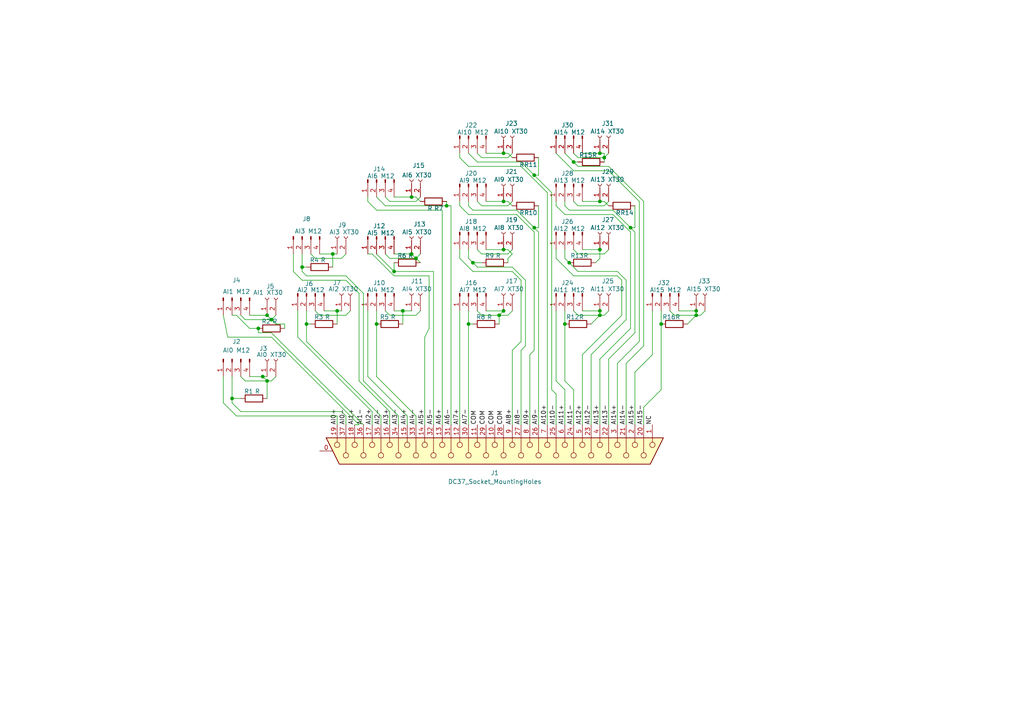
<source format=kicad_sch>
(kicad_sch
	(version 20250114)
	(generator "eeschema")
	(generator_version "9.0")
	(uuid "4b6f2286-8606-4a2f-afff-a75f3b752d99")
	(paper "A4")
	(title_block
		(title "AI Board Redesign")
		(date "2025-07-13")
		(rev "A")
		(company "Missouri S&T Rocket Design Team")
		(comment 1 "Author: Isaac Lough")
	)
	(lib_symbols
		(symbol "Connector:Conn_01x02_Socket"
			(pin_names
				(offset 1.016)
				(hide yes)
			)
			(exclude_from_sim no)
			(in_bom yes)
			(on_board yes)
			(property "Reference" "J"
				(at 0 2.54 0)
				(effects
					(font
						(size 1.27 1.27)
					)
				)
			)
			(property "Value" "Conn_01x02_Socket"
				(at 0 -5.08 0)
				(effects
					(font
						(size 1.27 1.27)
					)
				)
			)
			(property "Footprint" ""
				(at 0 0 0)
				(effects
					(font
						(size 1.27 1.27)
					)
					(hide yes)
				)
			)
			(property "Datasheet" "~"
				(at 0 0 0)
				(effects
					(font
						(size 1.27 1.27)
					)
					(hide yes)
				)
			)
			(property "Description" "Generic connector, single row, 01x02, script generated"
				(at 0 0 0)
				(effects
					(font
						(size 1.27 1.27)
					)
					(hide yes)
				)
			)
			(property "ki_locked" ""
				(at 0 0 0)
				(effects
					(font
						(size 1.27 1.27)
					)
				)
			)
			(property "ki_keywords" "connector"
				(at 0 0 0)
				(effects
					(font
						(size 1.27 1.27)
					)
					(hide yes)
				)
			)
			(property "ki_fp_filters" "Connector*:*_1x??_*"
				(at 0 0 0)
				(effects
					(font
						(size 1.27 1.27)
					)
					(hide yes)
				)
			)
			(symbol "Conn_01x02_Socket_1_1"
				(polyline
					(pts
						(xy -1.27 0) (xy -0.508 0)
					)
					(stroke
						(width 0.1524)
						(type default)
					)
					(fill
						(type none)
					)
				)
				(polyline
					(pts
						(xy -1.27 -2.54) (xy -0.508 -2.54)
					)
					(stroke
						(width 0.1524)
						(type default)
					)
					(fill
						(type none)
					)
				)
				(arc
					(start 0 -0.508)
					(mid -0.5058 0)
					(end 0 0.508)
					(stroke
						(width 0.1524)
						(type default)
					)
					(fill
						(type none)
					)
				)
				(arc
					(start 0 -3.048)
					(mid -0.5058 -2.54)
					(end 0 -2.032)
					(stroke
						(width 0.1524)
						(type default)
					)
					(fill
						(type none)
					)
				)
				(pin passive line
					(at -5.08 0 0)
					(length 3.81)
					(name "Pin_1"
						(effects
							(font
								(size 1.27 1.27)
							)
						)
					)
					(number "1"
						(effects
							(font
								(size 1.27 1.27)
							)
						)
					)
				)
				(pin passive line
					(at -5.08 -2.54 0)
					(length 3.81)
					(name "Pin_2"
						(effects
							(font
								(size 1.27 1.27)
							)
						)
					)
					(number "2"
						(effects
							(font
								(size 1.27 1.27)
							)
						)
					)
				)
			)
			(embedded_fonts no)
		)
		(symbol "Connector:Conn_01x04_Pin"
			(pin_names
				(offset 1.016)
				(hide yes)
			)
			(exclude_from_sim no)
			(in_bom yes)
			(on_board yes)
			(property "Reference" "J"
				(at 0 5.08 0)
				(effects
					(font
						(size 1.27 1.27)
					)
				)
			)
			(property "Value" "Conn_01x04_Pin"
				(at 0 -7.62 0)
				(effects
					(font
						(size 1.27 1.27)
					)
				)
			)
			(property "Footprint" ""
				(at 0 0 0)
				(effects
					(font
						(size 1.27 1.27)
					)
					(hide yes)
				)
			)
			(property "Datasheet" "~"
				(at 0 0 0)
				(effects
					(font
						(size 1.27 1.27)
					)
					(hide yes)
				)
			)
			(property "Description" "Generic connector, single row, 01x04, script generated"
				(at 0 0 0)
				(effects
					(font
						(size 1.27 1.27)
					)
					(hide yes)
				)
			)
			(property "ki_locked" ""
				(at 0 0 0)
				(effects
					(font
						(size 1.27 1.27)
					)
				)
			)
			(property "ki_keywords" "connector"
				(at 0 0 0)
				(effects
					(font
						(size 1.27 1.27)
					)
					(hide yes)
				)
			)
			(property "ki_fp_filters" "Connector*:*_1x??_*"
				(at 0 0 0)
				(effects
					(font
						(size 1.27 1.27)
					)
					(hide yes)
				)
			)
			(symbol "Conn_01x04_Pin_1_1"
				(rectangle
					(start 0.8636 2.667)
					(end 0 2.413)
					(stroke
						(width 0.1524)
						(type default)
					)
					(fill
						(type outline)
					)
				)
				(rectangle
					(start 0.8636 0.127)
					(end 0 -0.127)
					(stroke
						(width 0.1524)
						(type default)
					)
					(fill
						(type outline)
					)
				)
				(rectangle
					(start 0.8636 -2.413)
					(end 0 -2.667)
					(stroke
						(width 0.1524)
						(type default)
					)
					(fill
						(type outline)
					)
				)
				(rectangle
					(start 0.8636 -4.953)
					(end 0 -5.207)
					(stroke
						(width 0.1524)
						(type default)
					)
					(fill
						(type outline)
					)
				)
				(polyline
					(pts
						(xy 1.27 2.54) (xy 0.8636 2.54)
					)
					(stroke
						(width 0.1524)
						(type default)
					)
					(fill
						(type none)
					)
				)
				(polyline
					(pts
						(xy 1.27 0) (xy 0.8636 0)
					)
					(stroke
						(width 0.1524)
						(type default)
					)
					(fill
						(type none)
					)
				)
				(polyline
					(pts
						(xy 1.27 -2.54) (xy 0.8636 -2.54)
					)
					(stroke
						(width 0.1524)
						(type default)
					)
					(fill
						(type none)
					)
				)
				(polyline
					(pts
						(xy 1.27 -5.08) (xy 0.8636 -5.08)
					)
					(stroke
						(width 0.1524)
						(type default)
					)
					(fill
						(type none)
					)
				)
				(pin passive line
					(at 5.08 2.54 180)
					(length 3.81)
					(name "Pin_1"
						(effects
							(font
								(size 1.27 1.27)
							)
						)
					)
					(number "1"
						(effects
							(font
								(size 1.27 1.27)
							)
						)
					)
				)
				(pin passive line
					(at 5.08 0 180)
					(length 3.81)
					(name "Pin_2"
						(effects
							(font
								(size 1.27 1.27)
							)
						)
					)
					(number "2"
						(effects
							(font
								(size 1.27 1.27)
							)
						)
					)
				)
				(pin passive line
					(at 5.08 -2.54 180)
					(length 3.81)
					(name "Pin_3"
						(effects
							(font
								(size 1.27 1.27)
							)
						)
					)
					(number "3"
						(effects
							(font
								(size 1.27 1.27)
							)
						)
					)
				)
				(pin passive line
					(at 5.08 -5.08 180)
					(length 3.81)
					(name "Pin_4"
						(effects
							(font
								(size 1.27 1.27)
							)
						)
					)
					(number "4"
						(effects
							(font
								(size 1.27 1.27)
							)
						)
					)
				)
			)
			(embedded_fonts no)
		)
		(symbol "Connector:DC37_Socket_MountingHoles"
			(pin_names
				(offset 1.016)
				(hide yes)
			)
			(exclude_from_sim no)
			(in_bom yes)
			(on_board yes)
			(property "Reference" "J"
				(at 0 52.07 0)
				(effects
					(font
						(size 1.27 1.27)
					)
				)
			)
			(property "Value" "DC37_Socket_MountingHoles"
				(at 0 50.165 0)
				(effects
					(font
						(size 1.27 1.27)
					)
				)
			)
			(property "Footprint" ""
				(at 0 0 0)
				(effects
					(font
						(size 1.27 1.27)
					)
					(hide yes)
				)
			)
			(property "Datasheet" "~"
				(at 0 0 0)
				(effects
					(font
						(size 1.27 1.27)
					)
					(hide yes)
				)
			)
			(property "Description" "37-pin D-SUB connector, socket (female), Mounting Hole"
				(at 0 0 0)
				(effects
					(font
						(size 1.27 1.27)
					)
					(hide yes)
				)
			)
			(property "ki_keywords" "DSUB"
				(at 0 0 0)
				(effects
					(font
						(size 1.27 1.27)
					)
					(hide yes)
				)
			)
			(property "ki_fp_filters" "DSUB*Socket*"
				(at 0 0 0)
				(effects
					(font
						(size 1.27 1.27)
					)
					(hide yes)
				)
			)
			(symbol "DC37_Socket_MountingHoles_0_1"
				(polyline
					(pts
						(xy -3.81 45.72) (xy -2.54 45.72)
					)
					(stroke
						(width 0)
						(type default)
					)
					(fill
						(type none)
					)
				)
				(polyline
					(pts
						(xy -3.81 43.18) (xy 0.508 43.18)
					)
					(stroke
						(width 0)
						(type default)
					)
					(fill
						(type none)
					)
				)
				(polyline
					(pts
						(xy -3.81 40.64) (xy -2.54 40.64)
					)
					(stroke
						(width 0)
						(type default)
					)
					(fill
						(type none)
					)
				)
				(polyline
					(pts
						(xy -3.81 38.1) (xy 0.508 38.1)
					)
					(stroke
						(width 0)
						(type default)
					)
					(fill
						(type none)
					)
				)
				(polyline
					(pts
						(xy -3.81 35.56) (xy -2.54 35.56)
					)
					(stroke
						(width 0)
						(type default)
					)
					(fill
						(type none)
					)
				)
				(polyline
					(pts
						(xy -3.81 33.02) (xy 0.508 33.02)
					)
					(stroke
						(width 0)
						(type default)
					)
					(fill
						(type none)
					)
				)
				(polyline
					(pts
						(xy -3.81 30.48) (xy -2.54 30.48)
					)
					(stroke
						(width 0)
						(type default)
					)
					(fill
						(type none)
					)
				)
				(polyline
					(pts
						(xy -3.81 27.94) (xy 0.508 27.94)
					)
					(stroke
						(width 0)
						(type default)
					)
					(fill
						(type none)
					)
				)
				(polyline
					(pts
						(xy -3.81 25.4) (xy -2.54 25.4)
					)
					(stroke
						(width 0)
						(type default)
					)
					(fill
						(type none)
					)
				)
				(polyline
					(pts
						(xy -3.81 22.86) (xy 0.508 22.86)
					)
					(stroke
						(width 0)
						(type default)
					)
					(fill
						(type none)
					)
				)
				(polyline
					(pts
						(xy -3.81 20.32) (xy -2.54 20.32)
					)
					(stroke
						(width 0)
						(type default)
					)
					(fill
						(type none)
					)
				)
				(polyline
					(pts
						(xy -3.81 17.78) (xy 0.508 17.78)
					)
					(stroke
						(width 0)
						(type default)
					)
					(fill
						(type none)
					)
				)
				(polyline
					(pts
						(xy -3.81 15.24) (xy -2.54 15.24)
					)
					(stroke
						(width 0)
						(type default)
					)
					(fill
						(type none)
					)
				)
				(polyline
					(pts
						(xy -3.81 12.7) (xy 0.508 12.7)
					)
					(stroke
						(width 0)
						(type default)
					)
					(fill
						(type none)
					)
				)
				(polyline
					(pts
						(xy -3.81 10.16) (xy -2.54 10.16)
					)
					(stroke
						(width 0)
						(type default)
					)
					(fill
						(type none)
					)
				)
				(polyline
					(pts
						(xy -3.81 7.62) (xy 0.508 7.62)
					)
					(stroke
						(width 0)
						(type default)
					)
					(fill
						(type none)
					)
				)
				(polyline
					(pts
						(xy -3.81 5.08) (xy -2.54 5.08)
					)
					(stroke
						(width 0)
						(type default)
					)
					(fill
						(type none)
					)
				)
				(polyline
					(pts
						(xy -3.81 2.54) (xy 0.508 2.54)
					)
					(stroke
						(width 0)
						(type default)
					)
					(fill
						(type none)
					)
				)
				(polyline
					(pts
						(xy -3.81 0) (xy -2.54 0)
					)
					(stroke
						(width 0)
						(type default)
					)
					(fill
						(type none)
					)
				)
				(polyline
					(pts
						(xy -3.81 -2.54) (xy 0.508 -2.54)
					)
					(stroke
						(width 0)
						(type default)
					)
					(fill
						(type none)
					)
				)
				(polyline
					(pts
						(xy -3.81 -5.08) (xy -2.54 -5.08)
					)
					(stroke
						(width 0)
						(type default)
					)
					(fill
						(type none)
					)
				)
				(polyline
					(pts
						(xy -3.81 -7.62) (xy 0.508 -7.62)
					)
					(stroke
						(width 0)
						(type default)
					)
					(fill
						(type none)
					)
				)
				(polyline
					(pts
						(xy -3.81 -10.16) (xy -2.54 -10.16)
					)
					(stroke
						(width 0)
						(type default)
					)
					(fill
						(type none)
					)
				)
				(polyline
					(pts
						(xy -3.81 -12.7) (xy 0.508 -12.7)
					)
					(stroke
						(width 0)
						(type default)
					)
					(fill
						(type none)
					)
				)
				(polyline
					(pts
						(xy -3.81 -15.24) (xy -2.54 -15.24)
					)
					(stroke
						(width 0)
						(type default)
					)
					(fill
						(type none)
					)
				)
				(polyline
					(pts
						(xy -3.81 -17.78) (xy 0.508 -17.78)
					)
					(stroke
						(width 0)
						(type default)
					)
					(fill
						(type none)
					)
				)
				(polyline
					(pts
						(xy -3.81 -20.32) (xy -2.54 -20.32)
					)
					(stroke
						(width 0)
						(type default)
					)
					(fill
						(type none)
					)
				)
				(polyline
					(pts
						(xy -3.81 -22.86) (xy 0.508 -22.86)
					)
					(stroke
						(width 0)
						(type default)
					)
					(fill
						(type none)
					)
				)
				(polyline
					(pts
						(xy -3.81 -25.4) (xy -2.54 -25.4)
					)
					(stroke
						(width 0)
						(type default)
					)
					(fill
						(type none)
					)
				)
				(polyline
					(pts
						(xy -3.81 -27.94) (xy 0.508 -27.94)
					)
					(stroke
						(width 0)
						(type default)
					)
					(fill
						(type none)
					)
				)
				(polyline
					(pts
						(xy -3.81 -30.48) (xy -2.54 -30.48)
					)
					(stroke
						(width 0)
						(type default)
					)
					(fill
						(type none)
					)
				)
				(polyline
					(pts
						(xy -3.81 -33.02) (xy 0.508 -33.02)
					)
					(stroke
						(width 0)
						(type default)
					)
					(fill
						(type none)
					)
				)
				(polyline
					(pts
						(xy -3.81 -35.56) (xy -2.54 -35.56)
					)
					(stroke
						(width 0)
						(type default)
					)
					(fill
						(type none)
					)
				)
				(polyline
					(pts
						(xy -3.81 -38.1) (xy 0.508 -38.1)
					)
					(stroke
						(width 0)
						(type default)
					)
					(fill
						(type none)
					)
				)
				(polyline
					(pts
						(xy -3.81 -40.64) (xy -2.54 -40.64)
					)
					(stroke
						(width 0)
						(type default)
					)
					(fill
						(type none)
					)
				)
				(polyline
					(pts
						(xy -3.81 -43.18) (xy 0.508 -43.18)
					)
					(stroke
						(width 0)
						(type default)
					)
					(fill
						(type none)
					)
				)
				(polyline
					(pts
						(xy -3.81 -45.72) (xy -2.54 -45.72)
					)
					(stroke
						(width 0)
						(type default)
					)
					(fill
						(type none)
					)
				)
				(polyline
					(pts
						(xy -3.81 -48.895) (xy 3.81 -45.085) (xy 3.81 45.085) (xy -3.81 48.895) (xy -3.81 -48.895)
					)
					(stroke
						(width 0.254)
						(type default)
					)
					(fill
						(type background)
					)
				)
				(circle
					(center -1.778 45.72)
					(radius 0.762)
					(stroke
						(width 0)
						(type default)
					)
					(fill
						(type none)
					)
				)
				(circle
					(center -1.778 40.64)
					(radius 0.762)
					(stroke
						(width 0)
						(type default)
					)
					(fill
						(type none)
					)
				)
				(circle
					(center -1.778 35.56)
					(radius 0.762)
					(stroke
						(width 0)
						(type default)
					)
					(fill
						(type none)
					)
				)
				(circle
					(center -1.778 30.48)
					(radius 0.762)
					(stroke
						(width 0)
						(type default)
					)
					(fill
						(type none)
					)
				)
				(circle
					(center -1.778 25.4)
					(radius 0.762)
					(stroke
						(width 0)
						(type default)
					)
					(fill
						(type none)
					)
				)
				(circle
					(center -1.778 20.32)
					(radius 0.762)
					(stroke
						(width 0)
						(type default)
					)
					(fill
						(type none)
					)
				)
				(circle
					(center -1.778 15.24)
					(radius 0.762)
					(stroke
						(width 0)
						(type default)
					)
					(fill
						(type none)
					)
				)
				(circle
					(center -1.778 10.16)
					(radius 0.762)
					(stroke
						(width 0)
						(type default)
					)
					(fill
						(type none)
					)
				)
				(circle
					(center -1.778 5.08)
					(radius 0.762)
					(stroke
						(width 0)
						(type default)
					)
					(fill
						(type none)
					)
				)
				(circle
					(center -1.778 0)
					(radius 0.762)
					(stroke
						(width 0)
						(type default)
					)
					(fill
						(type none)
					)
				)
				(circle
					(center -1.778 -5.08)
					(radius 0.762)
					(stroke
						(width 0)
						(type default)
					)
					(fill
						(type none)
					)
				)
				(circle
					(center -1.778 -10.16)
					(radius 0.762)
					(stroke
						(width 0)
						(type default)
					)
					(fill
						(type none)
					)
				)
				(circle
					(center -1.778 -15.24)
					(radius 0.762)
					(stroke
						(width 0)
						(type default)
					)
					(fill
						(type none)
					)
				)
				(circle
					(center -1.778 -20.32)
					(radius 0.762)
					(stroke
						(width 0)
						(type default)
					)
					(fill
						(type none)
					)
				)
				(circle
					(center -1.778 -25.4)
					(radius 0.762)
					(stroke
						(width 0)
						(type default)
					)
					(fill
						(type none)
					)
				)
				(circle
					(center -1.778 -30.48)
					(radius 0.762)
					(stroke
						(width 0)
						(type default)
					)
					(fill
						(type none)
					)
				)
				(circle
					(center -1.778 -35.56)
					(radius 0.762)
					(stroke
						(width 0)
						(type default)
					)
					(fill
						(type none)
					)
				)
				(circle
					(center -1.778 -40.64)
					(radius 0.762)
					(stroke
						(width 0)
						(type default)
					)
					(fill
						(type none)
					)
				)
				(circle
					(center -1.778 -45.72)
					(radius 0.762)
					(stroke
						(width 0)
						(type default)
					)
					(fill
						(type none)
					)
				)
				(circle
					(center 1.27 43.18)
					(radius 0.762)
					(stroke
						(width 0)
						(type default)
					)
					(fill
						(type none)
					)
				)
				(circle
					(center 1.27 38.1)
					(radius 0.762)
					(stroke
						(width 0)
						(type default)
					)
					(fill
						(type none)
					)
				)
				(circle
					(center 1.27 33.02)
					(radius 0.762)
					(stroke
						(width 0)
						(type default)
					)
					(fill
						(type none)
					)
				)
				(circle
					(center 1.27 27.94)
					(radius 0.762)
					(stroke
						(width 0)
						(type default)
					)
					(fill
						(type none)
					)
				)
				(circle
					(center 1.27 22.86)
					(radius 0.762)
					(stroke
						(width 0)
						(type default)
					)
					(fill
						(type none)
					)
				)
				(circle
					(center 1.27 17.78)
					(radius 0.762)
					(stroke
						(width 0)
						(type default)
					)
					(fill
						(type none)
					)
				)
				(circle
					(center 1.27 12.7)
					(radius 0.762)
					(stroke
						(width 0)
						(type default)
					)
					(fill
						(type none)
					)
				)
				(circle
					(center 1.27 7.62)
					(radius 0.762)
					(stroke
						(width 0)
						(type default)
					)
					(fill
						(type none)
					)
				)
				(circle
					(center 1.27 2.54)
					(radius 0.762)
					(stroke
						(width 0)
						(type default)
					)
					(fill
						(type none)
					)
				)
				(circle
					(center 1.27 -2.54)
					(radius 0.762)
					(stroke
						(width 0)
						(type default)
					)
					(fill
						(type none)
					)
				)
				(circle
					(center 1.27 -7.62)
					(radius 0.762)
					(stroke
						(width 0)
						(type default)
					)
					(fill
						(type none)
					)
				)
				(circle
					(center 1.27 -12.7)
					(radius 0.762)
					(stroke
						(width 0)
						(type default)
					)
					(fill
						(type none)
					)
				)
				(circle
					(center 1.27 -17.78)
					(radius 0.762)
					(stroke
						(width 0)
						(type default)
					)
					(fill
						(type none)
					)
				)
				(circle
					(center 1.27 -22.86)
					(radius 0.762)
					(stroke
						(width 0)
						(type default)
					)
					(fill
						(type none)
					)
				)
				(circle
					(center 1.27 -27.94)
					(radius 0.762)
					(stroke
						(width 0)
						(type default)
					)
					(fill
						(type none)
					)
				)
				(circle
					(center 1.27 -33.02)
					(radius 0.762)
					(stroke
						(width 0)
						(type default)
					)
					(fill
						(type none)
					)
				)
				(circle
					(center 1.27 -38.1)
					(radius 0.762)
					(stroke
						(width 0)
						(type default)
					)
					(fill
						(type none)
					)
				)
				(circle
					(center 1.27 -43.18)
					(radius 0.762)
					(stroke
						(width 0)
						(type default)
					)
					(fill
						(type none)
					)
				)
			)
			(symbol "DC37_Socket_MountingHoles_1_1"
				(pin passive line
					(at -7.62 45.72 0)
					(length 3.81)
					(name "1"
						(effects
							(font
								(size 1.27 1.27)
							)
						)
					)
					(number "1"
						(effects
							(font
								(size 1.27 1.27)
							)
						)
					)
				)
				(pin passive line
					(at -7.62 43.18 0)
					(length 3.81)
					(name "20"
						(effects
							(font
								(size 1.27 1.27)
							)
						)
					)
					(number "20"
						(effects
							(font
								(size 1.27 1.27)
							)
						)
					)
				)
				(pin passive line
					(at -7.62 40.64 0)
					(length 3.81)
					(name "2"
						(effects
							(font
								(size 1.27 1.27)
							)
						)
					)
					(number "2"
						(effects
							(font
								(size 1.27 1.27)
							)
						)
					)
				)
				(pin passive line
					(at -7.62 38.1 0)
					(length 3.81)
					(name "21"
						(effects
							(font
								(size 1.27 1.27)
							)
						)
					)
					(number "21"
						(effects
							(font
								(size 1.27 1.27)
							)
						)
					)
				)
				(pin passive line
					(at -7.62 35.56 0)
					(length 3.81)
					(name "3"
						(effects
							(font
								(size 1.27 1.27)
							)
						)
					)
					(number "3"
						(effects
							(font
								(size 1.27 1.27)
							)
						)
					)
				)
				(pin passive line
					(at -7.62 33.02 0)
					(length 3.81)
					(name "22"
						(effects
							(font
								(size 1.27 1.27)
							)
						)
					)
					(number "22"
						(effects
							(font
								(size 1.27 1.27)
							)
						)
					)
				)
				(pin passive line
					(at -7.62 30.48 0)
					(length 3.81)
					(name "4"
						(effects
							(font
								(size 1.27 1.27)
							)
						)
					)
					(number "4"
						(effects
							(font
								(size 1.27 1.27)
							)
						)
					)
				)
				(pin passive line
					(at -7.62 27.94 0)
					(length 3.81)
					(name "23"
						(effects
							(font
								(size 1.27 1.27)
							)
						)
					)
					(number "23"
						(effects
							(font
								(size 1.27 1.27)
							)
						)
					)
				)
				(pin passive line
					(at -7.62 25.4 0)
					(length 3.81)
					(name "5"
						(effects
							(font
								(size 1.27 1.27)
							)
						)
					)
					(number "5"
						(effects
							(font
								(size 1.27 1.27)
							)
						)
					)
				)
				(pin passive line
					(at -7.62 22.86 0)
					(length 3.81)
					(name "24"
						(effects
							(font
								(size 1.27 1.27)
							)
						)
					)
					(number "24"
						(effects
							(font
								(size 1.27 1.27)
							)
						)
					)
				)
				(pin passive line
					(at -7.62 20.32 0)
					(length 3.81)
					(name "6"
						(effects
							(font
								(size 1.27 1.27)
							)
						)
					)
					(number "6"
						(effects
							(font
								(size 1.27 1.27)
							)
						)
					)
				)
				(pin passive line
					(at -7.62 17.78 0)
					(length 3.81)
					(name "25"
						(effects
							(font
								(size 1.27 1.27)
							)
						)
					)
					(number "25"
						(effects
							(font
								(size 1.27 1.27)
							)
						)
					)
				)
				(pin passive line
					(at -7.62 15.24 0)
					(length 3.81)
					(name "7"
						(effects
							(font
								(size 1.27 1.27)
							)
						)
					)
					(number "7"
						(effects
							(font
								(size 1.27 1.27)
							)
						)
					)
				)
				(pin passive line
					(at -7.62 12.7 0)
					(length 3.81)
					(name "26"
						(effects
							(font
								(size 1.27 1.27)
							)
						)
					)
					(number "26"
						(effects
							(font
								(size 1.27 1.27)
							)
						)
					)
				)
				(pin passive line
					(at -7.62 10.16 0)
					(length 3.81)
					(name "8"
						(effects
							(font
								(size 1.27 1.27)
							)
						)
					)
					(number "8"
						(effects
							(font
								(size 1.27 1.27)
							)
						)
					)
				)
				(pin passive line
					(at -7.62 7.62 0)
					(length 3.81)
					(name "27"
						(effects
							(font
								(size 1.27 1.27)
							)
						)
					)
					(number "27"
						(effects
							(font
								(size 1.27 1.27)
							)
						)
					)
				)
				(pin passive line
					(at -7.62 5.08 0)
					(length 3.81)
					(name "9"
						(effects
							(font
								(size 1.27 1.27)
							)
						)
					)
					(number "9"
						(effects
							(font
								(size 1.27 1.27)
							)
						)
					)
				)
				(pin passive line
					(at -7.62 2.54 0)
					(length 3.81)
					(name "28"
						(effects
							(font
								(size 1.27 1.27)
							)
						)
					)
					(number "28"
						(effects
							(font
								(size 1.27 1.27)
							)
						)
					)
				)
				(pin passive line
					(at -7.62 0 0)
					(length 3.81)
					(name "10"
						(effects
							(font
								(size 1.27 1.27)
							)
						)
					)
					(number "10"
						(effects
							(font
								(size 1.27 1.27)
							)
						)
					)
				)
				(pin passive line
					(at -7.62 -2.54 0)
					(length 3.81)
					(name "29"
						(effects
							(font
								(size 1.27 1.27)
							)
						)
					)
					(number "29"
						(effects
							(font
								(size 1.27 1.27)
							)
						)
					)
				)
				(pin passive line
					(at -7.62 -5.08 0)
					(length 3.81)
					(name "11"
						(effects
							(font
								(size 1.27 1.27)
							)
						)
					)
					(number "11"
						(effects
							(font
								(size 1.27 1.27)
							)
						)
					)
				)
				(pin passive line
					(at -7.62 -7.62 0)
					(length 3.81)
					(name "30"
						(effects
							(font
								(size 1.27 1.27)
							)
						)
					)
					(number "30"
						(effects
							(font
								(size 1.27 1.27)
							)
						)
					)
				)
				(pin passive line
					(at -7.62 -10.16 0)
					(length 3.81)
					(name "12"
						(effects
							(font
								(size 1.27 1.27)
							)
						)
					)
					(number "12"
						(effects
							(font
								(size 1.27 1.27)
							)
						)
					)
				)
				(pin passive line
					(at -7.62 -12.7 0)
					(length 3.81)
					(name "31"
						(effects
							(font
								(size 1.27 1.27)
							)
						)
					)
					(number "31"
						(effects
							(font
								(size 1.27 1.27)
							)
						)
					)
				)
				(pin passive line
					(at -7.62 -15.24 0)
					(length 3.81)
					(name "13"
						(effects
							(font
								(size 1.27 1.27)
							)
						)
					)
					(number "13"
						(effects
							(font
								(size 1.27 1.27)
							)
						)
					)
				)
				(pin passive line
					(at -7.62 -17.78 0)
					(length 3.81)
					(name "32"
						(effects
							(font
								(size 1.27 1.27)
							)
						)
					)
					(number "32"
						(effects
							(font
								(size 1.27 1.27)
							)
						)
					)
				)
				(pin passive line
					(at -7.62 -20.32 0)
					(length 3.81)
					(name "14"
						(effects
							(font
								(size 1.27 1.27)
							)
						)
					)
					(number "14"
						(effects
							(font
								(size 1.27 1.27)
							)
						)
					)
				)
				(pin passive line
					(at -7.62 -22.86 0)
					(length 3.81)
					(name "33"
						(effects
							(font
								(size 1.27 1.27)
							)
						)
					)
					(number "33"
						(effects
							(font
								(size 1.27 1.27)
							)
						)
					)
				)
				(pin passive line
					(at -7.62 -25.4 0)
					(length 3.81)
					(name "15"
						(effects
							(font
								(size 1.27 1.27)
							)
						)
					)
					(number "15"
						(effects
							(font
								(size 1.27 1.27)
							)
						)
					)
				)
				(pin passive line
					(at -7.62 -27.94 0)
					(length 3.81)
					(name "34"
						(effects
							(font
								(size 1.27 1.27)
							)
						)
					)
					(number "34"
						(effects
							(font
								(size 1.27 1.27)
							)
						)
					)
				)
				(pin passive line
					(at -7.62 -30.48 0)
					(length 3.81)
					(name "16"
						(effects
							(font
								(size 1.27 1.27)
							)
						)
					)
					(number "16"
						(effects
							(font
								(size 1.27 1.27)
							)
						)
					)
				)
				(pin passive line
					(at -7.62 -33.02 0)
					(length 3.81)
					(name "35"
						(effects
							(font
								(size 1.27 1.27)
							)
						)
					)
					(number "35"
						(effects
							(font
								(size 1.27 1.27)
							)
						)
					)
				)
				(pin passive line
					(at -7.62 -35.56 0)
					(length 3.81)
					(name "17"
						(effects
							(font
								(size 1.27 1.27)
							)
						)
					)
					(number "17"
						(effects
							(font
								(size 1.27 1.27)
							)
						)
					)
				)
				(pin passive line
					(at -7.62 -38.1 0)
					(length 3.81)
					(name "36"
						(effects
							(font
								(size 1.27 1.27)
							)
						)
					)
					(number "36"
						(effects
							(font
								(size 1.27 1.27)
							)
						)
					)
				)
				(pin passive line
					(at -7.62 -40.64 0)
					(length 3.81)
					(name "18"
						(effects
							(font
								(size 1.27 1.27)
							)
						)
					)
					(number "18"
						(effects
							(font
								(size 1.27 1.27)
							)
						)
					)
				)
				(pin passive line
					(at -7.62 -43.18 0)
					(length 3.81)
					(name "37"
						(effects
							(font
								(size 1.27 1.27)
							)
						)
					)
					(number "37"
						(effects
							(font
								(size 1.27 1.27)
							)
						)
					)
				)
				(pin passive line
					(at -7.62 -45.72 0)
					(length 3.81)
					(name "19"
						(effects
							(font
								(size 1.27 1.27)
							)
						)
					)
					(number "19"
						(effects
							(font
								(size 1.27 1.27)
							)
						)
					)
				)
				(pin passive line
					(at 0 -50.8 90)
					(length 3.81)
					(name "PAD"
						(effects
							(font
								(size 1.27 1.27)
							)
						)
					)
					(number "0"
						(effects
							(font
								(size 1.27 1.27)
							)
						)
					)
				)
			)
			(embedded_fonts no)
		)
		(symbol "Device:R"
			(pin_numbers
				(hide yes)
			)
			(pin_names
				(offset 0)
			)
			(exclude_from_sim no)
			(in_bom yes)
			(on_board yes)
			(property "Reference" "R"
				(at 2.032 0 90)
				(effects
					(font
						(size 1.27 1.27)
					)
				)
			)
			(property "Value" "R"
				(at 0 0 90)
				(effects
					(font
						(size 1.27 1.27)
					)
				)
			)
			(property "Footprint" ""
				(at -1.778 0 90)
				(effects
					(font
						(size 1.27 1.27)
					)
					(hide yes)
				)
			)
			(property "Datasheet" "~"
				(at 0 0 0)
				(effects
					(font
						(size 1.27 1.27)
					)
					(hide yes)
				)
			)
			(property "Description" "Resistor"
				(at 0 0 0)
				(effects
					(font
						(size 1.27 1.27)
					)
					(hide yes)
				)
			)
			(property "ki_keywords" "R res resistor"
				(at 0 0 0)
				(effects
					(font
						(size 1.27 1.27)
					)
					(hide yes)
				)
			)
			(property "ki_fp_filters" "R_*"
				(at 0 0 0)
				(effects
					(font
						(size 1.27 1.27)
					)
					(hide yes)
				)
			)
			(symbol "R_0_1"
				(rectangle
					(start -1.016 -2.54)
					(end 1.016 2.54)
					(stroke
						(width 0.254)
						(type default)
					)
					(fill
						(type none)
					)
				)
			)
			(symbol "R_1_1"
				(pin passive line
					(at 0 3.81 270)
					(length 1.27)
					(name "~"
						(effects
							(font
								(size 1.27 1.27)
							)
						)
					)
					(number "1"
						(effects
							(font
								(size 1.27 1.27)
							)
						)
					)
				)
				(pin passive line
					(at 0 -3.81 90)
					(length 1.27)
					(name "~"
						(effects
							(font
								(size 1.27 1.27)
							)
						)
					)
					(number "2"
						(effects
							(font
								(size 1.27 1.27)
							)
						)
					)
				)
			)
			(embedded_fonts no)
		)
	)
	(junction
		(at 116.84 90.17)
		(diameter 0)
		(color 0 0 0 0)
		(uuid "00275f85-4560-4ed6-a281-20a85191a296")
	)
	(junction
		(at 119.38 73.66)
		(diameter 0)
		(color 0 0 0 0)
		(uuid "0616239f-a65a-433d-99ea-918efafad8cd")
	)
	(junction
		(at 146.05 90.17)
		(diameter 0)
		(color 0 0 0 0)
		(uuid "0e50216f-49ff-4174-bf19-3a72697a4d13")
	)
	(junction
		(at 163.83 93.98)
		(diameter 0)
		(color 0 0 0 0)
		(uuid "0f569ba9-13f1-4ef5-93dc-bff9942179ae")
	)
	(junction
		(at 144.78 91.44)
		(diameter 0)
		(color 0 0 0 0)
		(uuid "1a06b20c-1e0d-42c4-b1bb-65115a4555ed")
	)
	(junction
		(at 201.93 90.17)
		(diameter 0)
		(color 0 0 0 0)
		(uuid "1e87b7e3-5d83-42ae-9d72-2cabd2aeba75")
	)
	(junction
		(at 201.93 91.44)
		(diameter 0)
		(color 0 0 0 0)
		(uuid "1edd0709-3e05-48bf-83dc-953ffe608f02")
	)
	(junction
		(at 146.05 72.39)
		(diameter 0)
		(color 0 0 0 0)
		(uuid "202f4c51-5757-4f4f-b3a6-06865eda3240")
	)
	(junction
		(at 173.99 91.44)
		(diameter 0)
		(color 0 0 0 0)
		(uuid "2a851ee8-cbba-41b0-ad27-7be9d307857d")
	)
	(junction
		(at 97.79 90.17)
		(diameter 0)
		(color 0 0 0 0)
		(uuid "2f2db0f2-39e8-42ef-b840-737db265677e")
	)
	(junction
		(at 77.47 91.44)
		(diameter 0)
		(color 0 0 0 0)
		(uuid "463566ae-b188-4e3d-b2bf-87fa7d026cc1")
	)
	(junction
		(at 78.74 92.71)
		(diameter 0)
		(color 0 0 0 0)
		(uuid "4ca12cff-2c4b-4ea0-80e9-1dcdff413cc1")
	)
	(junction
		(at 88.9 93.98)
		(diameter 0)
		(color 0 0 0 0)
		(uuid "4eaba51f-f9bf-4951-bbd4-1397bc95eb20")
	)
	(junction
		(at 154.94 66.04)
		(diameter 0)
		(color 0 0 0 0)
		(uuid "505341ac-e676-4817-88ea-f320d40c7b20")
	)
	(junction
		(at 191.77 93.98)
		(diameter 0)
		(color 0 0 0 0)
		(uuid "5f0f2369-79b1-40df-b35c-a1bd6cdbcad8")
	)
	(junction
		(at 135.89 93.98)
		(diameter 0)
		(color 0 0 0 0)
		(uuid "691e40e6-b62d-48ad-b3b4-a2bca04c9e6d")
	)
	(junction
		(at 173.99 72.39)
		(diameter 0)
		(color 0 0 0 0)
		(uuid "6b9e3f64-ba95-4979-a625-4545c046e9ad")
	)
	(junction
		(at 146.05 44.45)
		(diameter 0)
		(color 0 0 0 0)
		(uuid "6e1388d8-4ceb-4951-b40a-a9f740e854e9")
	)
	(junction
		(at 119.38 57.15)
		(diameter 0)
		(color 0 0 0 0)
		(uuid "762393ef-fee2-4a83-bf79-a17183368837")
	)
	(junction
		(at 173.99 90.17)
		(diameter 0)
		(color 0 0 0 0)
		(uuid "7805cc41-21f9-4758-848f-5885417d4d9b")
	)
	(junction
		(at 154.94 50.8)
		(diameter 0)
		(color 0 0 0 0)
		(uuid "7a4779d8-51ca-4c50-87a7-ed5e85d2e0b6")
	)
	(junction
		(at 114.3 78.74)
		(diameter 0)
		(color 0 0 0 0)
		(uuid "7ee75292-5eb0-459d-9db3-832e8dd58731")
	)
	(junction
		(at 120.65 74.93)
		(diameter 0)
		(color 0 0 0 0)
		(uuid "8348ad9a-10ea-4402-b2ed-8eccc90c02dd")
	)
	(junction
		(at 87.63 77.47)
		(diameter 0)
		(color 0 0 0 0)
		(uuid "897a61e2-2c55-4112-8690-b971ff0315a5")
	)
	(junction
		(at 67.31 115.57)
		(diameter 0)
		(color 0 0 0 0)
		(uuid "96ee17e9-ea1c-4dfe-aef5-0c2ec3299ef0")
	)
	(junction
		(at 173.99 44.45)
		(diameter 0)
		(color 0 0 0 0)
		(uuid "a324e7b1-2f1d-4778-87d7-e8dc429d03c2")
	)
	(junction
		(at 137.16 76.2)
		(diameter 0)
		(color 0 0 0 0)
		(uuid "a7ac2dec-be3b-4a3c-894d-82a280ccda42")
	)
	(junction
		(at 175.26 45.72)
		(diameter 0)
		(color 0 0 0 0)
		(uuid "b2a3c31f-a6b6-4e6e-89ee-7def8ccf96e8")
	)
	(junction
		(at 173.99 58.42)
		(diameter 0)
		(color 0 0 0 0)
		(uuid "b4fc5cf8-b5ff-4588-a445-4b813cdbdead")
	)
	(junction
		(at 74.93 95.25)
		(diameter 0)
		(color 0 0 0 0)
		(uuid "c521b392-8630-4d59-923c-1e212d6442ab")
	)
	(junction
		(at 76.2 109.22)
		(diameter 0)
		(color 0 0 0 0)
		(uuid "c7b9160e-f17b-42e7-9b8c-a30bb6083d77")
	)
	(junction
		(at 166.37 46.99)
		(diameter 0)
		(color 0 0 0 0)
		(uuid "d1204702-55eb-49bc-affe-0177ea6503bd")
	)
	(junction
		(at 77.47 110.49)
		(diameter 0)
		(color 0 0 0 0)
		(uuid "d3a83f08-5c56-42ca-93eb-7bb31ef491d1")
	)
	(junction
		(at 109.22 93.98)
		(diameter 0)
		(color 0 0 0 0)
		(uuid "d9bfeece-0ff4-401c-aa63-633410db37c0")
	)
	(junction
		(at 129.54 59.69)
		(diameter 0)
		(color 0 0 0 0)
		(uuid "f188d238-ee4d-4c8f-9525-d2f9f976f5ed")
	)
	(junction
		(at 182.88 66.04)
		(diameter 0)
		(color 0 0 0 0)
		(uuid "fba7d5c0-9d29-45d2-a217-f7504e17dcb6")
	)
	(junction
		(at 96.52 73.66)
		(diameter 0)
		(color 0 0 0 0)
		(uuid "fd82908c-1e38-4a29-aa54-d1a8755bf77a")
	)
	(junction
		(at 165.1 76.2)
		(diameter 0)
		(color 0 0 0 0)
		(uuid "ff2c697d-b617-45cb-93cb-359a74bbc1dc")
	)
	(junction
		(at 146.05 58.42)
		(diameter 0)
		(color 0 0 0 0)
		(uuid "ff4bb9fe-d7ba-4048-a2d5-8b55291784ac")
	)
	(wire
		(pts
			(xy 111.76 90.17) (xy 113.03 91.44)
		)
		(stroke
			(width 0)
			(type default)
		)
		(uuid "0070c150-600d-4207-8b9a-de4cf1edacf5")
	)
	(wire
		(pts
			(xy 179.07 80.01) (xy 180.34 81.28)
		)
		(stroke
			(width 0)
			(type default)
		)
		(uuid "01324fb8-5ac4-469f-9ede-139786ffdc6a")
	)
	(wire
		(pts
			(xy 138.43 72.39) (xy 139.7 73.66)
		)
		(stroke
			(width 0)
			(type default)
		)
		(uuid "01aebada-c97b-4a60-987c-232e95216762")
	)
	(wire
		(pts
			(xy 163.83 74.93) (xy 165.1 76.2)
		)
		(stroke
			(width 0)
			(type default)
		)
		(uuid "03259418-2c00-47f6-a7fb-dbc62fb68eb7")
	)
	(wire
		(pts
			(xy 86.36 90.17) (xy 86.36 97.79)
		)
		(stroke
			(width 0)
			(type default)
		)
		(uuid "0345f9c8-8490-4d84-933c-69202083bb02")
	)
	(wire
		(pts
			(xy 201.93 91.44) (xy 199.39 93.98)
		)
		(stroke
			(width 0)
			(type default)
		)
		(uuid "040c06ad-b925-4b0a-af1d-89225150a74d")
	)
	(wire
		(pts
			(xy 147.32 44.45) (xy 148.59 45.72)
		)
		(stroke
			(width 0)
			(type default)
		)
		(uuid "049fdab2-f02c-49bb-adf4-c18736db71fb")
	)
	(wire
		(pts
			(xy 113.03 58.42) (xy 120.65 58.42)
		)
		(stroke
			(width 0)
			(type default)
		)
		(uuid "05c85a7a-89dd-47f7-ac4a-c60932f73a65")
	)
	(wire
		(pts
			(xy 111.76 59.69) (xy 129.54 59.69)
		)
		(stroke
			(width 0)
			(type default)
		)
		(uuid "0605f09f-05b4-42b9-a875-a83fad38c370")
	)
	(wire
		(pts
			(xy 135.89 74.93) (xy 137.16 76.2)
		)
		(stroke
			(width 0)
			(type default)
		)
		(uuid "07f9d226-65a0-4908-95a7-09bb18261415")
	)
	(wire
		(pts
			(xy 106.68 73.66) (xy 107.95 73.66)
		)
		(stroke
			(width 0)
			(type default)
		)
		(uuid "0838d581-025b-4fa3-b5f3-3ffa2b8b7ba6")
	)
	(wire
		(pts
			(xy 106.68 57.15) (xy 106.68 58.42)
		)
		(stroke
			(width 0)
			(type default)
		)
		(uuid "08835f64-cc54-44c5-90f3-bd40ef85f993")
	)
	(wire
		(pts
			(xy 88.9 93.98) (xy 90.17 93.98)
		)
		(stroke
			(width 0)
			(type default)
		)
		(uuid "0886846e-4ff7-4d30-aa5a-cf30b9834533")
	)
	(wire
		(pts
			(xy 97.79 90.17) (xy 97.79 93.98)
		)
		(stroke
			(width 0)
			(type default)
		)
		(uuid "09800b38-b1d3-4108-9a92-813f3b5cc3e5")
	)
	(wire
		(pts
			(xy 72.39 91.44) (xy 77.47 91.44)
		)
		(stroke
			(width 0)
			(type default)
		)
		(uuid "0a933df9-8b9a-4644-aaec-742b2ae950fe")
	)
	(wire
		(pts
			(xy 106.68 109.22) (xy 118.11 120.65)
		)
		(stroke
			(width 0)
			(type default)
		)
		(uuid "0b242f01-7694-4928-89b9-7fd9d4f53225")
	)
	(wire
		(pts
			(xy 168.91 90.17) (xy 173.99 90.17)
		)
		(stroke
			(width 0)
			(type default)
		)
		(uuid "0b314d31-6bbd-4f3f-8f5e-06d4a2540b55")
	)
	(wire
		(pts
			(xy 180.34 81.28) (xy 180.34 91.44)
		)
		(stroke
			(width 0)
			(type default)
		)
		(uuid "0be418c6-679f-45b4-8916-2e74ebb3c0aa")
	)
	(wire
		(pts
			(xy 160.02 113.03) (xy 161.29 114.3)
		)
		(stroke
			(width 0)
			(type default)
		)
		(uuid "0c5c766b-b187-4943-aea7-756b27cbb1ae")
	)
	(wire
		(pts
			(xy 123.19 97.79) (xy 123.19 123.19)
		)
		(stroke
			(width 0)
			(type default)
		)
		(uuid "1128b2dd-a05c-46a0-8145-ee8608e6e63f")
	)
	(wire
		(pts
			(xy 153.67 102.87) (xy 153.67 123.19)
		)
		(stroke
			(width 0)
			(type default)
		)
		(uuid "11cdfec5-3e4c-4871-b3ff-36f4b2e2a75a")
	)
	(wire
		(pts
			(xy 78.74 92.71) (xy 80.01 93.98)
		)
		(stroke
			(width 0)
			(type default)
		)
		(uuid "13325eff-d80a-44e8-922f-c0e78c68ab8b")
	)
	(wire
		(pts
			(xy 186.69 58.42) (xy 186.69 100.33)
		)
		(stroke
			(width 0)
			(type default)
		)
		(uuid "1353a720-741a-44de-b9c3-4ea6f8aeb217")
	)
	(wire
		(pts
			(xy 163.83 44.45) (xy 166.37 46.99)
		)
		(stroke
			(width 0)
			(type default)
		)
		(uuid "13bc66fb-9636-474f-9229-39df73e7f2f4")
	)
	(wire
		(pts
			(xy 176.53 48.26) (xy 186.69 58.42)
		)
		(stroke
			(width 0)
			(type default)
		)
		(uuid "14cb14c2-9648-458a-855f-029b53e008da")
	)
	(wire
		(pts
			(xy 92.71 73.66) (xy 96.52 73.66)
		)
		(stroke
			(width 0)
			(type default)
		)
		(uuid "14ffe302-45bc-482c-a3dc-f0613b12d551")
	)
	(wire
		(pts
			(xy 167.64 78.74) (xy 179.07 78.74)
		)
		(stroke
			(width 0)
			(type default)
		)
		(uuid "15c706ec-5fba-40b9-b186-ed6d9c15370c")
	)
	(wire
		(pts
			(xy 156.21 66.04) (xy 154.94 66.04)
		)
		(stroke
			(width 0)
			(type default)
		)
		(uuid "1630da80-89ee-4a57-9457-300cd1cf5daa")
	)
	(wire
		(pts
			(xy 175.26 44.45) (xy 175.26 45.72)
		)
		(stroke
			(width 0)
			(type default)
		)
		(uuid "16b2686a-65fb-4350-81ad-2867ae95468b")
	)
	(wire
		(pts
			(xy 120.65 74.93) (xy 121.92 76.2)
		)
		(stroke
			(width 0)
			(type default)
		)
		(uuid "18dc0a20-9653-42d0-b999-a8458fc6ca7f")
	)
	(wire
		(pts
			(xy 138.43 77.47) (xy 148.59 77.47)
		)
		(stroke
			(width 0)
			(type default)
		)
		(uuid "1a1f56e5-15bd-42f2-b0ed-25df83a0bd55")
	)
	(wire
		(pts
			(xy 114.3 76.2) (xy 114.3 78.74)
		)
		(stroke
			(width 0)
			(type default)
		)
		(uuid "1d0aab75-8705-4669-942e-3f0d41bff169")
	)
	(wire
		(pts
			(xy 176.53 49.53) (xy 185.42 58.42)
		)
		(stroke
			(width 0)
			(type default)
		)
		(uuid "1d7ef732-82e3-4022-975a-1aa670a38861")
	)
	(wire
		(pts
			(xy 92.71 91.44) (xy 100.33 91.44)
		)
		(stroke
			(width 0)
			(type default)
		)
		(uuid "1eba6c6d-3831-4e90-8ce2-a79d54e0f663")
	)
	(wire
		(pts
			(xy 69.85 119.38) (xy 99.06 119.38)
		)
		(stroke
			(width 0)
			(type default)
		)
		(uuid "1f18d06d-946e-499d-b100-feef03b826f7")
	)
	(wire
		(pts
			(xy 85.09 78.74) (xy 87.63 81.28)
		)
		(stroke
			(width 0)
			(type default)
		)
		(uuid "207786a6-1e7e-4903-87d3-8a1f85516f6d")
	)
	(wire
		(pts
			(xy 175.26 91.44) (xy 176.53 90.17)
		)
		(stroke
			(width 0)
			(type default)
		)
		(uuid "21549099-f691-4376-9adc-d2021d5eff67")
	)
	(wire
		(pts
			(xy 71.12 92.71) (xy 69.85 91.44)
		)
		(stroke
			(width 0)
			(type default)
		)
		(uuid "2215482f-0af3-4081-ad0a-590d95f876de")
	)
	(wire
		(pts
			(xy 107.95 73.66) (xy 114.3 80.01)
		)
		(stroke
			(width 0)
			(type default)
		)
		(uuid "221cbc53-7818-4a40-adc9-8eff902214f9")
	)
	(wire
		(pts
			(xy 163.83 113.03) (xy 163.83 123.19)
		)
		(stroke
			(width 0)
			(type default)
		)
		(uuid "22a47a9c-6dac-48bb-a931-6d4287586d2b")
	)
	(wire
		(pts
			(xy 124.46 80.01) (xy 124.46 95.25)
		)
		(stroke
			(width 0)
			(type default)
		)
		(uuid "22db55c4-7c39-4fae-b4a8-2865ee427d63")
	)
	(wire
		(pts
			(xy 114.3 73.66) (xy 119.38 73.66)
		)
		(stroke
			(width 0)
			(type default)
		)
		(uuid "231a2cf9-a6a9-4bc0-8201-c43a22c15eeb")
	)
	(wire
		(pts
			(xy 133.35 59.69) (xy 135.89 62.23)
		)
		(stroke
			(width 0)
			(type default)
		)
		(uuid "23799ddc-6465-42bd-8d99-58bf38f4d409")
	)
	(wire
		(pts
			(xy 201.93 90.17) (xy 201.93 91.44)
		)
		(stroke
			(width 0)
			(type default)
		)
		(uuid "242190da-908e-4b16-8e03-d91f48a77f73")
	)
	(wire
		(pts
			(xy 185.42 99.06) (xy 179.07 105.41)
		)
		(stroke
			(width 0)
			(type default)
		)
		(uuid "242983ab-eadc-49d6-8382-217409d2962c")
	)
	(wire
		(pts
			(xy 113.03 74.93) (xy 120.65 74.93)
		)
		(stroke
			(width 0)
			(type default)
		)
		(uuid "24484b3b-20b7-477f-a6fb-245ea22944d8")
	)
	(wire
		(pts
			(xy 146.05 44.45) (xy 147.32 44.45)
		)
		(stroke
			(width 0)
			(type default)
		)
		(uuid "25eb43b6-9c6d-4110-be0b-397f461b483b")
	)
	(wire
		(pts
			(xy 87.63 73.66) (xy 87.63 77.47)
		)
		(stroke
			(width 0)
			(type default)
		)
		(uuid "263488ce-79f4-43d0-8691-7deb5736b4e0")
	)
	(wire
		(pts
			(xy 88.9 80.01) (xy 100.33 80.01)
		)
		(stroke
			(width 0)
			(type default)
		)
		(uuid "27cd67b8-42fa-49fe-9eb1-787412504d7d")
	)
	(wire
		(pts
			(xy 184.15 66.04) (xy 182.88 66.04)
		)
		(stroke
			(width 0)
			(type default)
		)
		(uuid "28f35e35-61c6-4c26-ba54-b4ee96774dd8")
	)
	(wire
		(pts
			(xy 147.32 76.2) (xy 147.32 74.93)
		)
		(stroke
			(width 0)
			(type default)
		)
		(uuid "2903d231-df09-4b37-869b-4e3838431fca")
	)
	(wire
		(pts
			(xy 201.93 91.44) (xy 203.2 91.44)
		)
		(stroke
			(width 0)
			(type default)
		)
		(uuid "29368717-0133-4306-89c8-c51267c3d07c")
	)
	(wire
		(pts
			(xy 120.65 57.15) (xy 121.92 58.42)
		)
		(stroke
			(width 0)
			(type default)
		)
		(uuid "296c0c26-ad7b-4772-93c0-c4c12c4d20d9")
	)
	(wire
		(pts
			(xy 114.3 57.15) (xy 119.38 57.15)
		)
		(stroke
			(width 0)
			(type default)
		)
		(uuid "29d9b105-8d12-431b-a53f-78dd2f0f80a3")
	)
	(wire
		(pts
			(xy 148.59 72.39) (xy 147.32 73.66)
		)
		(stroke
			(width 0)
			(type default)
		)
		(uuid "2ca2d0ea-1b56-4fb1-9166-806df28879ff")
	)
	(wire
		(pts
			(xy 181.61 105.41) (xy 181.61 123.19)
		)
		(stroke
			(width 0)
			(type default)
		)
		(uuid "2da18f73-5a4a-443a-bc73-ddc125b0aab5")
	)
	(wire
		(pts
			(xy 113.03 119.38) (xy 113.03 123.19)
		)
		(stroke
			(width 0)
			(type default)
		)
		(uuid "2db9a51c-8461-47c0-8a78-f55f9f786927")
	)
	(wire
		(pts
			(xy 139.7 59.69) (xy 147.32 59.69)
		)
		(stroke
			(width 0)
			(type default)
		)
		(uuid "2dbcc49c-4dfa-42c8-b574-ed46a1730e05")
	)
	(wire
		(pts
			(xy 86.36 97.79) (xy 107.95 119.38)
		)
		(stroke
			(width 0)
			(type default)
		)
		(uuid "2deb756f-fec7-42d9-a7aa-ab36fd0eb80d")
	)
	(wire
		(pts
			(xy 105.41 85.09) (xy 105.41 110.49)
		)
		(stroke
			(width 0)
			(type default)
		)
		(uuid "2e026dd7-ac7d-4c79-85fd-5e5258021d51")
	)
	(wire
		(pts
			(xy 168.91 72.39) (xy 173.99 72.39)
		)
		(stroke
			(width 0)
			(type default)
		)
		(uuid "2f72206b-cc53-4ba5-9f6a-819e56330a95")
	)
	(wire
		(pts
			(xy 163.83 93.98) (xy 163.83 110.49)
		)
		(stroke
			(width 0)
			(type default)
		)
		(uuid "31c35c5c-f816-45c3-bd09-11dd34246c7f")
	)
	(wire
		(pts
			(xy 163.83 58.42) (xy 163.83 59.69)
		)
		(stroke
			(width 0)
			(type default)
		)
		(uuid "343ec0f0-82f7-43ee-86cb-cfeae60eabde")
	)
	(wire
		(pts
			(xy 173.99 91.44) (xy 171.45 93.98)
		)
		(stroke
			(width 0)
			(type default)
		)
		(uuid "36f19005-d40c-4949-b337-784a5841705c")
	)
	(wire
		(pts
			(xy 173.99 91.44) (xy 175.26 91.44)
		)
		(stroke
			(width 0)
			(type default)
		)
		(uuid "37541aa1-815b-4885-b672-eb204ef7b4dc")
	)
	(wire
		(pts
			(xy 118.11 120.65) (xy 118.11 123.19)
		)
		(stroke
			(width 0)
			(type default)
		)
		(uuid "378d2af4-4b60-46c6-89ed-f6ee6f6deab5")
	)
	(wire
		(pts
			(xy 133.35 58.42) (xy 133.35 59.69)
		)
		(stroke
			(width 0)
			(type default)
		)
		(uuid "37b390ef-1de6-4590-802f-0502c2194a33")
	)
	(wire
		(pts
			(xy 111.76 73.66) (xy 113.03 74.93)
		)
		(stroke
			(width 0)
			(type default)
		)
		(uuid "3834bb01-4193-4b87-ba71-4000e37180da")
	)
	(wire
		(pts
			(xy 114.3 80.01) (xy 124.46 80.01)
		)
		(stroke
			(width 0)
			(type default)
		)
		(uuid "3a239d66-af21-4e16-bf10-a660b4408173")
	)
	(wire
		(pts
			(xy 196.85 90.17) (xy 201.93 90.17)
		)
		(stroke
			(width 0)
			(type default)
		)
		(uuid "3a44662f-fa4c-427d-928c-4937b94003b5")
	)
	(wire
		(pts
			(xy 104.14 123.19) (xy 102.87 123.19)
		)
		(stroke
			(width 0)
			(type default)
		)
		(uuid "3a64a47d-1183-4321-a91f-65ca5d8f2fe7")
	)
	(wire
		(pts
			(xy 88.9 93.98) (xy 88.9 99.06)
		)
		(stroke
			(width 0)
			(type default)
		)
		(uuid "3a7b17ec-356c-4d3e-94cd-f94781fe758b")
	)
	(wire
		(pts
			(xy 160.02 55.88) (xy 160.02 113.03)
		)
		(stroke
			(width 0)
			(type default)
		)
		(uuid "3a8a383d-2be4-4d33-9bf6-9a8d10038be2")
	)
	(wire
		(pts
			(xy 88.9 90.17) (xy 88.9 93.98)
		)
		(stroke
			(width 0)
			(type default)
		)
		(uuid "3a8e986b-1a0a-42ba-92f5-388838890930")
	)
	(wire
		(pts
			(xy 90.17 73.66) (xy 91.44 74.93)
		)
		(stroke
			(width 0)
			(type default)
		)
		(uuid "3b3f3952-367d-4d67-9041-ccf50b550016")
	)
	(wire
		(pts
			(xy 93.98 90.17) (xy 97.79 90.17)
		)
		(stroke
			(width 0)
			(type default)
		)
		(uuid "3c01977f-eec3-45c1-9c98-9951c92e4daa")
	)
	(wire
		(pts
			(xy 129.54 58.42) (xy 129.54 59.69)
		)
		(stroke
			(width 0)
			(type default)
		)
		(uuid "3c540f31-ff7e-4f34-bbd5-cd9c0d4c1c23")
	)
	(wire
		(pts
			(xy 78.74 97.79) (xy 104.14 123.19)
		)
		(stroke
			(width 0)
			(type default)
		)
		(uuid "3c9f54d4-2734-4d67-84d7-a9afd3ef1298")
	)
	(wire
		(pts
			(xy 109.22 73.66) (xy 114.3 78.74)
		)
		(stroke
			(width 0)
			(type default)
		)
		(uuid "3d2bb0bd-42c7-45ab-b8ed-91325a3b9a1c")
	)
	(wire
		(pts
			(xy 189.23 102.87) (xy 184.15 107.95)
		)
		(stroke
			(width 0)
			(type default)
		)
		(uuid "3d892d8d-f36d-4d66-9103-7e02514b0acb")
	)
	(wire
		(pts
			(xy 72.39 95.25) (xy 74.93 95.25)
		)
		(stroke
			(width 0)
			(type default)
		)
		(uuid "3e4b0d2a-2d90-47c7-9497-c1911df51897")
	)
	(wire
		(pts
			(xy 167.64 73.66) (xy 166.37 72.39)
		)
		(stroke
			(width 0)
			(type default)
		)
		(uuid "3e959441-e1a1-41a2-9f9d-5643d27c1b34")
	)
	(wire
		(pts
			(xy 100.33 120.65) (xy 100.33 123.19)
		)
		(stroke
			(width 0)
			(type default)
		)
		(uuid "40d55765-bddf-444b-8b76-5829a00c59ac")
	)
	(wire
		(pts
			(xy 161.29 74.93) (xy 166.37 80.01)
		)
		(stroke
			(width 0)
			(type default)
		)
		(uuid "4391e51d-7f03-4b69-9375-f0d9129cbf8a")
	)
	(wire
		(pts
			(xy 148.59 77.47) (xy 152.4 81.28)
		)
		(stroke
			(width 0)
			(type default)
		)
		(uuid "44321d52-148f-49df-abb7-6b9dfc02c68c")
	)
	(wire
		(pts
			(xy 167.64 59.69) (xy 166.37 58.42)
		)
		(stroke
			(width 0)
			(type default)
		)
		(uuid "444040bf-5e89-46e0-911c-472661624fd0")
	)
	(wire
		(pts
			(xy 167.64 73.66) (xy 175.26 73.66)
		)
		(stroke
			(width 0)
			(type default)
		)
		(uuid "46aa9722-8799-4cd6-b611-7f6b5806c6ad")
	)
	(wire
		(pts
			(xy 135.89 62.23) (xy 149.86 62.23)
		)
		(stroke
			(width 0)
			(type default)
		)
		(uuid "46fa2a7b-14ca-4fe9-a5f3-8fe5b52490c9")
	)
	(wire
		(pts
			(xy 166.37 49.53) (xy 176.53 49.53)
		)
		(stroke
			(width 0)
			(type default)
		)
		(uuid "487a4a6a-f403-48b7-89dd-243602a04711")
	)
	(wire
		(pts
			(xy 184.15 59.69) (xy 184.15 66.04)
		)
		(stroke
			(width 0)
			(type default)
		)
		(uuid "48a5dae8-4096-454a-bd7d-7fa9182991e2")
	)
	(wire
		(pts
			(xy 186.69 100.33) (xy 181.61 105.41)
		)
		(stroke
			(width 0)
			(type default)
		)
		(uuid "495737ba-2f58-4291-80a1-7e6582ea7ab3")
	)
	(wire
		(pts
			(xy 96.52 73.66) (xy 96.52 77.47)
		)
		(stroke
			(width 0)
			(type default)
		)
		(uuid "495dab73-3d65-45fa-8580-b40c4a237878")
	)
	(wire
		(pts
			(xy 99.06 119.38) (xy 100.33 120.65)
		)
		(stroke
			(width 0)
			(type default)
		)
		(uuid "49d95788-1aff-430e-834a-546d2af707a2")
	)
	(wire
		(pts
			(xy 66.04 97.79) (xy 78.74 97.79)
		)
		(stroke
			(width 0)
			(type default)
		)
		(uuid "4a941001-2a5c-490e-bc3e-737ee188f987")
	)
	(wire
		(pts
			(xy 195.58 91.44) (xy 201.93 91.44)
		)
		(stroke
			(width 0)
			(type default)
		)
		(uuid "4bf61c34-7bf5-4f7f-aa85-98e8111b64f3")
	)
	(wire
		(pts
			(xy 80.01 91.44) (xy 78.74 92.71)
		)
		(stroke
			(width 0)
			(type default)
		)
		(uuid "4c2fc802-1fe5-4a6a-bea5-4427ea83c9de")
	)
	(wire
		(pts
			(xy 167.64 48.26) (xy 176.53 48.26)
		)
		(stroke
			(width 0)
			(type default)
		)
		(uuid "4e9ff542-cdfb-4e5b-a9ed-a4808a3ff48a")
	)
	(wire
		(pts
			(xy 173.99 58.42) (xy 175.26 58.42)
		)
		(stroke
			(width 0)
			(type default)
		)
		(uuid "50755354-86e3-4af4-9856-2dc11b811f21")
	)
	(wire
		(pts
			(xy 166.37 80.01) (xy 179.07 80.01)
		)
		(stroke
			(width 0)
			(type default)
		)
		(uuid "519e1ffe-7278-4056-908a-68cabe5a83ec")
	)
	(wire
		(pts
			(xy 139.7 45.72) (xy 138.43 44.45)
		)
		(stroke
			(width 0)
			(type default)
		)
		(uuid "53dae4ed-5fe4-4a45-9a65-aa39b23bd156")
	)
	(wire
		(pts
			(xy 133.35 45.72) (xy 135.89 48.26)
		)
		(stroke
			(width 0)
			(type default)
		)
		(uuid "5511f665-9bb6-451f-8478-c636b730e555")
	)
	(wire
		(pts
			(xy 133.35 72.39) (xy 133.35 74.93)
		)
		(stroke
			(width 0)
			(type default)
		)
		(uuid "55cce613-e593-436a-ac5a-f1e51b58c8aa")
	)
	(wire
		(pts
			(xy 163.83 90.17) (xy 163.83 93.98)
		)
		(stroke
			(width 0)
			(type default)
		)
		(uuid "57800b90-4808-4ab5-9c7b-01f0cf5a020e")
	)
	(wire
		(pts
			(xy 148.59 78.74) (xy 151.13 81.28)
		)
		(stroke
			(width 0)
			(type default)
		)
		(uuid "588a7822-f4b8-4323-8edf-8999827959e1")
	)
	(wire
		(pts
			(xy 120.65 91.44) (xy 121.92 90.17)
		)
		(stroke
			(width 0)
			(type default)
		)
		(uuid "58c88e3c-480f-4693-a7d9-b6206e383639")
	)
	(wire
		(pts
			(xy 80.01 109.22) (xy 78.74 110.49)
		)
		(stroke
			(width 0)
			(type default)
		)
		(uuid "5943c1ab-a2c2-4a72-9626-dda8167b4853")
	)
	(wire
		(pts
			(xy 158.75 55.88) (xy 158.75 123.19)
		)
		(stroke
			(width 0)
			(type default)
		)
		(uuid "59608f99-5709-488c-8737-93e55e145ab1")
	)
	(wire
		(pts
			(xy 138.43 46.99) (xy 151.13 46.99)
		)
		(stroke
			(width 0)
			(type default)
		)
		(uuid "598f067b-e171-4fb1-a138-8fab37edab16")
	)
	(wire
		(pts
			(xy 179.07 105.41) (xy 179.07 123.19)
		)
		(stroke
			(width 0)
			(type default)
		)
		(uuid "5ae3136d-45bb-4473-bb1c-7fdad74be78a")
	)
	(wire
		(pts
			(xy 130.81 59.69) (xy 130.81 123.19)
		)
		(stroke
			(width 0)
			(type default)
		)
		(uuid "5b91bd9f-9911-409e-a2ea-de7654ff52bc")
	)
	(wire
		(pts
			(xy 77.47 110.49) (xy 76.2 109.22)
		)
		(stroke
			(width 0)
			(type default)
		)
		(uuid "5cb04575-fdd3-45ec-89ba-56d1a9eb1833")
	)
	(wire
		(pts
			(xy 167.64 45.72) (xy 166.37 44.45)
		)
		(stroke
			(width 0)
			(type default)
		)
		(uuid "5e61b16e-e102-41ee-9b21-930d42fa5085")
	)
	(wire
		(pts
			(xy 161.29 110.49) (xy 163.83 113.03)
		)
		(stroke
			(width 0)
			(type default)
		)
		(uuid "60cbed88-7e5f-4907-ac2e-ba476cdc4df8")
	)
	(wire
		(pts
			(xy 109.22 60.96) (xy 128.27 60.96)
		)
		(stroke
			(width 0)
			(type default)
		)
		(uuid "625804e0-f094-4b4d-94b6-b22c4788f86c")
	)
	(wire
		(pts
			(xy 176.53 72.39) (xy 175.26 73.66)
		)
		(stroke
			(width 0)
			(type default)
		)
		(uuid "6342e986-e08b-41fb-8711-463e7dfed435")
	)
	(wire
		(pts
			(xy 173.99 72.39) (xy 173.99 74.93)
		)
		(stroke
			(width 0)
			(type default)
		)
		(uuid "63950195-6bb3-46ba-ab95-8f313659de0f")
	)
	(wire
		(pts
			(xy 82.55 95.25) (xy 82.55 93.98)
		)
		(stroke
			(width 0)
			(type default)
		)
		(uuid "644a97cc-d6cc-4f14-948f-e7888830c806")
	)
	(wire
		(pts
			(xy 120.65 74.93) (xy 121.92 73.66)
		)
		(stroke
			(width 0)
			(type default)
		)
		(uuid "659d7d60-67b6-4242-b31e-79d0f912813e")
	)
	(wire
		(pts
			(xy 140.97 58.42) (xy 146.05 58.42)
		)
		(stroke
			(width 0)
			(type default)
		)
		(uuid "65d11f49-4ed2-4952-a860-aca377054eeb")
	)
	(wire
		(pts
			(xy 147.32 59.69) (xy 148.59 58.42)
		)
		(stroke
			(width 0)
			(type default)
		)
		(uuid "66428548-a1f2-49ce-ae49-119fdd5f98fb")
	)
	(wire
		(pts
			(xy 146.05 58.42) (xy 147.32 58.42)
		)
		(stroke
			(width 0)
			(type default)
		)
		(uuid "6698fea8-a0e6-4e46-b574-6f36953d22f5")
	)
	(wire
		(pts
			(xy 166.37 90.17) (xy 167.64 91.44)
		)
		(stroke
			(width 0)
			(type default)
		)
		(uuid "66b97819-b2c3-4b28-bc3b-04532bd5e02b")
	)
	(wire
		(pts
			(xy 74.93 96.52) (xy 74.93 95.25)
		)
		(stroke
			(width 0)
			(type default)
		)
		(uuid "67ec7b70-0200-4eb6-8663-0fd207bb68f7")
	)
	(wire
		(pts
			(xy 163.83 110.49) (xy 166.37 113.03)
		)
		(stroke
			(width 0)
			(type default)
		)
		(uuid "697726cb-3370-4927-99c8-9ce2cc93cda0")
	)
	(wire
		(pts
			(xy 113.03 91.44) (xy 120.65 91.44)
		)
		(stroke
			(width 0)
			(type default)
		)
		(uuid "6acd2efe-f1e6-47ec-8f9c-5c95e13cd972")
	)
	(wire
		(pts
			(xy 68.58 120.65) (xy 97.79 120.65)
		)
		(stroke
			(width 0)
			(type default)
		)
		(uuid "6cbe7059-cf40-4ebc-9ac2-06a735134f29")
	)
	(wire
		(pts
			(xy 154.94 67.31) (xy 154.94 101.6)
		)
		(stroke
			(width 0)
			(type default)
		)
		(uuid "6ccaebcf-2531-466e-8ef4-dc496a3487f4")
	)
	(wire
		(pts
			(xy 179.07 78.74) (xy 181.61 81.28)
		)
		(stroke
			(width 0)
			(type default)
		)
		(uuid "6d6e2a77-9010-49ad-87d1-eb70bcee81c3")
	)
	(wire
		(pts
			(xy 140.97 72.39) (xy 146.05 72.39)
		)
		(stroke
			(width 0)
			(type default)
		)
		(uuid "6edd61d6-99d8-4a7a-a125-b7ba77765974")
	)
	(wire
		(pts
			(xy 139.7 91.44) (xy 144.78 91.44)
		)
		(stroke
			(width 0)
			(type default)
		)
		(uuid "6f4e96a5-a657-44d3-b62a-efad31dc2699")
	)
	(wire
		(pts
			(xy 129.54 59.69) (xy 130.81 59.69)
		)
		(stroke
			(width 0)
			(type default)
		)
		(uuid "6f7e2339-d470-4810-8f25-13d98915c443")
	)
	(wire
		(pts
			(xy 180.34 91.44) (xy 168.91 102.87)
		)
		(stroke
			(width 0)
			(type default)
		)
		(uuid "7307e372-b133-46fb-98b8-54cf82113929")
	)
	(wire
		(pts
			(xy 135.89 90.17) (xy 135.89 93.98)
		)
		(stroke
			(width 0)
			(type default)
		)
		(uuid "75653501-9848-4ad6-8eb8-44ed229b49ec")
	)
	(wire
		(pts
			(xy 96.52 73.66) (xy 97.79 73.66)
		)
		(stroke
			(width 0)
			(type default)
		)
		(uuid "7599aae6-cb93-4677-8ccb-045bf84cf7c2")
	)
	(wire
		(pts
			(xy 64.77 116.84) (xy 68.58 120.65)
		)
		(stroke
			(width 0)
			(type default)
		)
		(uuid "76515327-8070-4995-af23-cc5c072c4ba3")
	)
	(wire
		(pts
			(xy 182.88 67.31) (xy 182.88 95.25)
		)
		(stroke
			(width 0)
			(type default)
		)
		(uuid "7689742b-cc1d-4614-a947-a78604ed8681")
	)
	(wire
		(pts
			(xy 184.15 67.31) (xy 184.15 96.52)
		)
		(stroke
			(width 0)
			(type default)
		)
		(uuid "76edaee5-0a98-4431-ab6c-b29359e4c5cf")
	)
	(wire
		(pts
			(xy 166.37 46.99) (xy 167.64 48.26)
		)
		(stroke
			(width 0)
			(type default)
		)
		(uuid "771ae566-9ef2-46a4-b609-1677a5b7e303")
	)
	(wire
		(pts
			(xy 111.76 57.15) (xy 113.03 58.42)
		)
		(stroke
			(width 0)
			(type default)
		)
		(uuid "7746ed6f-de4e-4558-9242-a9a8fb79e55f")
	)
	(wire
		(pts
			(xy 72.39 109.22) (xy 76.2 109.22)
		)
		(stroke
			(width 0)
			(type default)
		)
		(uuid "78395064-650b-471b-88ea-7337ec4f58d8")
	)
	(wire
		(pts
			(xy 165.1 60.96) (xy 177.8 60.96)
		)
		(stroke
			(width 0)
			(type default)
		)
		(uuid "78435ae0-696a-4e16-9c7d-19170be79d8c")
	)
	(wire
		(pts
			(xy 78.74 96.52) (xy 105.41 123.19)
		)
		(stroke
			(width 0)
			(type default)
		)
		(uuid "7a60668a-dc84-4717-a9e2-dad4951f01ad")
	)
	(wire
		(pts
			(xy 77.47 115.57) (xy 77.47 110.49)
		)
		(stroke
			(width 0)
			(type default)
		)
		(uuid "7ac6679e-db4f-4919-9fcc-c5372aa0c4ec")
	)
	(wire
		(pts
			(xy 133.35 90.17) (xy 133.35 123.19)
		)
		(stroke
			(width 0)
			(type default)
		)
		(uuid "7afb30ad-0f29-42f5-89e9-eddc49066272")
	)
	(wire
		(pts
			(xy 182.88 66.04) (xy 184.15 67.31)
		)
		(stroke
			(width 0)
			(type default)
		)
		(uuid "7bbedd89-d78d-4322-88d4-d57fa8229ed0")
	)
	(wire
		(pts
			(xy 204.47 90.17) (xy 203.2 91.44)
		)
		(stroke
			(width 0)
			(type default)
		)
		(uuid "801c867f-a488-4a43-a2fe-430350008d29")
	)
	(wire
		(pts
			(xy 163.83 59.69) (xy 165.1 60.96)
		)
		(stroke
			(width 0)
			(type default)
		)
		(uuid "80f116f6-4148-495c-b32e-6d3ad68360a2")
	)
	(wire
		(pts
			(xy 125.73 78.74) (xy 125.73 123.19)
		)
		(stroke
			(width 0)
			(type default)
		)
		(uuid "8180d9c9-f549-4601-97ca-84264515008b")
	)
	(wire
		(pts
			(xy 139.7 73.66) (xy 147.32 73.66)
		)
		(stroke
			(width 0)
			(type default)
		)
		(uuid "81fd4126-95d2-454b-91cb-409d6cbc6bd1")
	)
	(wire
		(pts
			(xy 147.32 74.93) (xy 148.59 73.66)
		)
		(stroke
			(width 0)
			(type default)
		)
		(uuid "827ac55f-5486-4821-86da-f29f01cb19bd")
	)
	(wire
		(pts
			(xy 110.49 120.65) (xy 110.49 123.19)
		)
		(stroke
			(width 0)
			(type default)
		)
		(uuid "8329bcd1-642a-47c7-af72-d7adf730871f")
	)
	(wire
		(pts
			(xy 137.16 76.2) (xy 139.7 76.2)
		)
		(stroke
			(width 0)
			(type default)
		)
		(uuid "83c2e9f0-9146-4119-af9f-ea5dda7a9f37")
	)
	(wire
		(pts
			(xy 152.4 100.33) (xy 151.13 101.6)
		)
		(stroke
			(width 0)
			(type default)
		)
		(uuid "851d449e-1006-4240-8e93-c02c7a0e11e2")
	)
	(wire
		(pts
			(xy 115.57 120.65) (xy 115.57 123.19)
		)
		(stroke
			(width 0)
			(type default)
		)
		(uuid "85d3fa72-9d6c-4a81-9c9a-c467bc0dbdc9")
	)
	(wire
		(pts
			(xy 161.29 58.42) (xy 161.29 59.69)
		)
		(stroke
			(width 0)
			(type default)
		)
		(uuid "86e3b436-b106-45ad-9b86-c6ab9e501e0c")
	)
	(wire
		(pts
			(xy 151.13 99.06) (xy 148.59 101.6)
		)
		(stroke
			(width 0)
			(type default)
		)
		(uuid "86ec9d79-b37d-4a00-8cfb-093098987776")
	)
	(wire
		(pts
			(xy 163.83 62.23) (xy 177.8 62.23)
		)
		(stroke
			(width 0)
			(type default)
		)
		(uuid "87022455-f3a7-48ce-a870-80cbddea1afb")
	)
	(wire
		(pts
			(xy 133.35 74.93) (xy 137.16 78.74)
		)
		(stroke
			(width 0)
			(type default)
		)
		(uuid "8c2c92c0-5a22-45f7-bafd-982c3f0f2785")
	)
	(wire
		(pts
			(xy 67.31 115.57) (xy 69.85 115.57)
		)
		(stroke
			(width 0)
			(type default)
		)
		(uuid "8cbeb007-c423-4bca-98dd-8cc6dd5b34d9")
	)
	(wire
		(pts
			(xy 148.59 44.45) (xy 147.32 45.72)
		)
		(stroke
			(width 0)
			(type default)
		)
		(uuid "8d3ffc74-f247-44c2-9fab-67651b257567")
	)
	(wire
		(pts
			(xy 161.29 44.45) (xy 166.37 49.53)
		)
		(stroke
			(width 0)
			(type default)
		)
		(uuid "8e1bfa82-4b6e-42a0-8e94-8a5a565af567")
	)
	(wire
		(pts
			(xy 173.99 90.17) (xy 173.99 91.44)
		)
		(stroke
			(width 0)
			(type default)
		)
		(uuid "90ce007f-5b69-4c51-bd3d-f554adb0c84f")
	)
	(wire
		(pts
			(xy 166.37 46.99) (xy 167.64 46.99)
		)
		(stroke
			(width 0)
			(type default)
		)
		(uuid "91b94c95-4a2d-4f38-8f8d-85f37e04300c")
	)
	(wire
		(pts
			(xy 77.47 110.49) (xy 78.74 110.49)
		)
		(stroke
			(width 0)
			(type default)
		)
		(uuid "91bc0a2b-6051-41cc-b6b4-0c27b47af865")
	)
	(wire
		(pts
			(xy 161.29 90.17) (xy 161.29 110.49)
		)
		(stroke
			(width 0)
			(type default)
		)
		(uuid "91f19259-09ff-4c86-aacd-e3c484175a38")
	)
	(wire
		(pts
			(xy 168.91 102.87) (xy 168.91 123.19)
		)
		(stroke
			(width 0)
			(type default)
		)
		(uuid "9207f969-845c-4510-a6e9-100a0f5e3c08")
	)
	(wire
		(pts
			(xy 67.31 109.22) (xy 67.31 115.57)
		)
		(stroke
			(width 0)
			(type default)
		)
		(uuid "93beaab9-4a56-4a87-b961-5e35ad605152")
	)
	(wire
		(pts
			(xy 186.69 118.11) (xy 186.69 123.19)
		)
		(stroke
			(width 0)
			(type default)
		)
		(uuid "95e8b49d-c213-4336-ac21-67f0839425c5")
	)
	(wire
		(pts
			(xy 97.79 120.65) (xy 97.79 123.19)
		)
		(stroke
			(width 0)
			(type default)
		)
		(uuid "96503d20-f1b9-4886-b67f-1470ea00ca01")
	)
	(wire
		(pts
			(xy 109.22 93.98) (xy 109.22 109.22)
		)
		(stroke
			(width 0)
			(type default)
		)
		(uuid "96ccb6e5-e1c6-4c9b-9f28-df3c4fc5bc10")
	)
	(wire
		(pts
			(xy 181.61 81.28) (xy 181.61 92.71)
		)
		(stroke
			(width 0)
			(type default)
		)
		(uuid "99194661-3b2f-4de8-bcf6-6e039388bca3")
	)
	(wire
		(pts
			(xy 191.77 93.98) (xy 191.77 113.03)
		)
		(stroke
			(width 0)
			(type default)
		)
		(uuid "99d4874e-8e50-4768-9829-b31ca1589e3e")
	)
	(wire
		(pts
			(xy 176.53 44.45) (xy 175.26 45.72)
		)
		(stroke
			(width 0)
			(type default)
		)
		(uuid "99efb01e-f4be-4e1e-9dc7-0902437b0249")
	)
	(wire
		(pts
			(xy 156.21 67.31) (xy 156.21 123.19)
		)
		(stroke
			(width 0)
			(type default)
		)
		(uuid "9b057129-41eb-43a5-8f2b-489e1636515b")
	)
	(wire
		(pts
			(xy 173.99 74.93) (xy 172.72 76.2)
		)
		(stroke
			(width 0)
			(type default)
		)
		(uuid "9b247da8-486d-42cd-b833-11b0796a24fa")
	)
	(wire
		(pts
			(xy 135.89 72.39) (xy 135.89 74.93)
		)
		(stroke
			(width 0)
			(type default)
		)
		(uuid "9beffb86-ce68-4b1f-ac23-af9779b7ec6d")
	)
	(wire
		(pts
			(xy 138.43 90.17) (xy 139.7 91.44)
		)
		(stroke
			(width 0)
			(type default)
		)
		(uuid "9c4b78c5-be44-4c41-9838-fe3c18645bfc")
	)
	(wire
		(pts
			(xy 144.78 93.98) (xy 144.78 91.44)
		)
		(stroke
			(width 0)
			(type default)
		)
		(uuid "9c7e1ed7-5f7a-48a8-95bc-e45e4f38716b")
	)
	(wire
		(pts
			(xy 149.86 62.23) (xy 154.94 67.31)
		)
		(stroke
			(width 0)
			(type default)
		)
		(uuid "9c8e6036-1df9-4d5d-a984-1aa3d122eaf5")
	)
	(wire
		(pts
			(xy 175.26 44.45) (xy 173.99 44.45)
		)
		(stroke
			(width 0)
			(type default)
		)
		(uuid "9cc71350-647e-44e7-a1e3-478d45d5006e")
	)
	(wire
		(pts
			(xy 104.14 110.49) (xy 113.03 119.38)
		)
		(stroke
			(width 0)
			(type default)
		)
		(uuid "9f718b86-5f99-43a9-8616-79f04af4b77c")
	)
	(wire
		(pts
			(xy 64.77 91.44) (xy 66.04 97.79)
		)
		(stroke
			(width 0)
			(type default)
		)
		(uuid "a06317d5-71cb-436f-9ef6-32ff2c7d3abf")
	)
	(wire
		(pts
			(xy 146.05 72.39) (xy 147.32 72.39)
		)
		(stroke
			(width 0)
			(type default)
		)
		(uuid "a0ec6c9d-e528-424d-9104-1378157a6481")
	)
	(wire
		(pts
			(xy 168.91 58.42) (xy 173.99 58.42)
		)
		(stroke
			(width 0)
			(type default)
		)
		(uuid "a0fdbf40-0290-4a38-ab85-983034bfb104")
	)
	(wire
		(pts
			(xy 154.94 66.04) (xy 156.21 67.31)
		)
		(stroke
			(width 0)
			(type default)
		)
		(uuid "a2c89d6e-14b0-4d29-ab73-9778cee8af45")
	)
	(wire
		(pts
			(xy 106.68 58.42) (xy 109.22 60.96)
		)
		(stroke
			(width 0)
			(type default)
		)
		(uuid "a580eb2d-499b-4f23-8929-e2d706707817")
	)
	(wire
		(pts
			(xy 148.59 73.66) (xy 147.32 72.39)
		)
		(stroke
			(width 0)
			(type default)
		)
		(uuid "a588580e-dad3-4288-89aa-574a71fa4023")
	)
	(wire
		(pts
			(xy 147.32 91.44) (xy 148.59 90.17)
		)
		(stroke
			(width 0)
			(type default)
		)
		(uuid "a613282b-b152-4a79-a8cf-8b972bf08f28")
	)
	(wire
		(pts
			(xy 195.58 91.44) (xy 194.31 90.17)
		)
		(stroke
			(width 0)
			(type default)
		)
		(uuid "a6e5ab0f-e331-45b7-931d-d52f4bc371b7")
	)
	(wire
		(pts
			(xy 189.23 90.17) (xy 189.23 102.87)
		)
		(stroke
			(width 0)
			(type default)
		)
		(uuid "a6ec9696-d885-4a33-ab7b-1bb5944fc105")
	)
	(wire
		(pts
			(xy 114.3 78.74) (xy 125.73 78.74)
		)
		(stroke
			(width 0)
			(type default)
		)
		(uuid "ab6b3987-d719-4a45-8912-f0363c0e8dd9")
	)
	(wire
		(pts
			(xy 175.26 58.42) (xy 176.53 59.69)
		)
		(stroke
			(width 0)
			(type default)
		)
		(uuid "ac6931b7-311b-4eba-a6f1-fbd65d0404c9")
	)
	(wire
		(pts
			(xy 67.31 91.44) (xy 68.58 91.44)
		)
		(stroke
			(width 0)
			(type default)
		)
		(uuid "af0cc212-0826-49c7-82c9-48ecb78ac621")
	)
	(wire
		(pts
			(xy 168.91 44.45) (xy 173.99 44.45)
		)
		(stroke
			(width 0)
			(type default)
		)
		(uuid "b0706759-78bf-4469-a4ce-7ac1692dc1fe")
	)
	(wire
		(pts
			(xy 87.63 77.47) (xy 87.63 78.74)
		)
		(stroke
			(width 0)
			(type default)
		)
		(uuid "b08d446e-bfd0-402b-8c13-5a7b9a6011fe")
	)
	(wire
		(pts
			(xy 82.55 93.98) (xy 80.01 93.98)
		)
		(stroke
			(width 0)
			(type default)
		)
		(uuid "b0913b38-875b-4739-9d97-840b94eb3bc8")
	)
	(wire
		(pts
			(xy 97.79 90.17) (xy 99.06 90.17)
		)
		(stroke
			(width 0)
			(type default)
		)
		(uuid "b1cb67a3-3fc9-49a5-8128-8513da3a9869")
	)
	(wire
		(pts
			(xy 167.64 91.44) (xy 173.99 91.44)
		)
		(stroke
			(width 0)
			(type default)
		)
		(uuid "b43a5fef-f96c-4c34-8788-3364e3c15db4")
	)
	(wire
		(pts
			(xy 64.77 109.22) (xy 64.77 116.84)
		)
		(stroke
			(width 0)
			(type default)
		)
		(uuid "b508e8bd-7d06-4266-8f70-ae206f39015f")
	)
	(wire
		(pts
			(xy 137.16 78.74) (xy 148.59 78.74)
		)
		(stroke
			(width 0)
			(type default)
		)
		(uuid "b69382f2-ce6b-4f4a-a2b6-b013f7e8e6b6")
	)
	(wire
		(pts
			(xy 163.83 72.39) (xy 163.83 74.93)
		)
		(stroke
			(width 0)
			(type default)
		)
		(uuid "b6c51a43-aa9d-4de0-a7c7-bd41b67f04d4")
	)
	(wire
		(pts
			(xy 167.64 59.69) (xy 175.26 59.69)
		)
		(stroke
			(width 0)
			(type default)
		)
		(uuid "b6f1521b-f8e4-4e9c-8871-924a7c6d1cef")
	)
	(wire
		(pts
			(xy 74.93 96.52) (xy 78.74 96.52)
		)
		(stroke
			(width 0)
			(type default)
		)
		(uuid "b713e229-43b6-4834-99c1-042331f064ca")
	)
	(wire
		(pts
			(xy 151.13 48.26) (xy 158.75 55.88)
		)
		(stroke
			(width 0)
			(type default)
		)
		(uuid "b72c16de-5ca4-424e-8b3d-41afd7fb5c0a")
	)
	(wire
		(pts
			(xy 166.37 113.03) (xy 166.37 123.19)
		)
		(stroke
			(width 0)
			(type default)
		)
		(uuid "b73721ca-a7fe-4476-aea4-0aeebe47eb01")
	)
	(wire
		(pts
			(xy 182.88 95.25) (xy 173.99 104.14)
		)
		(stroke
			(width 0)
			(type default)
		)
		(uuid "b744bfcb-1bf8-4362-92ab-ec27632bb892")
	)
	(wire
		(pts
			(xy 133.35 44.45) (xy 133.35 45.72)
		)
		(stroke
			(width 0)
			(type default)
		)
		(uuid "b79542d2-f6b6-482d-a9e6-65505c1a846e")
	)
	(wire
		(pts
			(xy 105.41 110.49) (xy 115.57 120.65)
		)
		(stroke
			(width 0)
			(type default)
		)
		(uuid "b92f58be-b1af-48ee-8cd0-c3eeacad9777")
	)
	(wire
		(pts
			(xy 147.32 58.42) (xy 148.59 59.69)
		)
		(stroke
			(width 0)
			(type default)
		)
		(uuid "b97be2b5-6808-40cc-9a55-990dc06356c4")
	)
	(wire
		(pts
			(xy 135.89 48.26) (xy 151.13 48.26)
		)
		(stroke
			(width 0)
			(type default)
		)
		(uuid "b9c7357c-3332-4961-85d8-118510939d03")
	)
	(wire
		(pts
			(xy 185.42 58.42) (xy 185.42 99.06)
		)
		(stroke
			(width 0)
			(type default)
		)
		(uuid "b9d8bc8e-5a14-4612-8e4d-ab5dd8ae9ed3")
	)
	(wire
		(pts
			(xy 100.33 81.28) (xy 104.14 85.09)
		)
		(stroke
			(width 0)
			(type default)
		)
		(uuid "b9e86e86-3c64-4cd8-92fe-c6098cb32adf")
	)
	(wire
		(pts
			(xy 152.4 81.28) (xy 152.4 100.33)
		)
		(stroke
			(width 0)
			(type default)
		)
		(uuid "bb53faad-f863-4526-893c-62d9f3fbadd4")
	)
	(wire
		(pts
			(xy 161.29 59.69) (xy 163.83 62.23)
		)
		(stroke
			(width 0)
			(type default)
		)
		(uuid "bbebdacd-d35e-4f57-8f25-fd4d873fb664")
	)
	(wire
		(pts
			(xy 71.12 110.49) (xy 69.85 109.22)
		)
		(stroke
			(width 0)
			(type default)
		)
		(uuid "bd4ee63e-fb00-4574-b1da-16faec752cdb")
	)
	(wire
		(pts
			(xy 100.33 80.01) (xy 105.41 85.09)
		)
		(stroke
			(width 0)
			(type default)
		)
		(uuid "bdb2da48-5ab6-418f-996a-204f0d778e39")
	)
	(wire
		(pts
			(xy 171.45 102.87) (xy 171.45 123.19)
		)
		(stroke
			(width 0)
			(type default)
		)
		(uuid "c175e49b-cc87-4c73-87e5-928388300c3a")
	)
	(wire
		(pts
			(xy 109.22 57.15) (xy 111.76 59.69)
		)
		(stroke
			(width 0)
			(type default)
		)
		(uuid "c1fed062-3242-4437-88ec-a2a5c50e49ec")
	)
	(wire
		(pts
			(xy 156.21 45.72) (xy 156.21 50.8)
		)
		(stroke
			(width 0)
			(type default)
		)
		(uuid "c55c9a0b-2bbf-4265-9022-cebc1f8aa30a")
	)
	(wire
		(pts
			(xy 71.12 110.49) (xy 77.47 110.49)
		)
		(stroke
			(width 0)
			(type default)
		)
		(uuid "c5fb5044-c8b9-483a-8b76-1945ab4721f4")
	)
	(wire
		(pts
			(xy 144.78 91.44) (xy 146.05 90.17)
		)
		(stroke
			(width 0)
			(type default)
		)
		(uuid "c8aac7ce-b305-46f4-b389-6e5b7525af40")
	)
	(wire
		(pts
			(xy 69.85 119.38) (xy 67.31 116.84)
		)
		(stroke
			(width 0)
			(type default)
		)
		(uuid "c9f0b05c-4a84-42d5-8d01-3e339ac447ae")
	)
	(wire
		(pts
			(xy 104.14 85.09) (xy 104.14 110.49)
		)
		(stroke
			(width 0)
			(type default)
		)
		(uuid "ca3a5526-22eb-48f1-b836-4745cabd62c7")
	)
	(wire
		(pts
			(xy 135.89 44.45) (xy 138.43 46.99)
		)
		(stroke
			(width 0)
			(type default)
		)
		(uuid "cba45415-a957-4a23-96c7-51ffbbdb8a17")
	)
	(wire
		(pts
			(xy 184.15 96.52) (xy 176.53 104.14)
		)
		(stroke
			(width 0)
			(type default)
		)
		(uuid "ccb57d1e-6191-4bde-ae74-cfb7450361f0")
	)
	(wire
		(pts
			(xy 148.59 101.6) (xy 148.59 123.19)
		)
		(stroke
			(width 0)
			(type default)
		)
		(uuid "cd49080e-fc1e-451f-8ddf-c232cea79161")
	)
	(wire
		(pts
			(xy 161.29 72.39) (xy 161.29 74.93)
		)
		(stroke
			(width 0)
			(type default)
		)
		(uuid "cdb33739-ec21-47f3-8222-576a947ec8d8")
	)
	(wire
		(pts
			(xy 76.2 109.22) (xy 77.47 109.22)
		)
		(stroke
			(width 0)
			(type default)
		)
		(uuid "cf222bac-adf9-4b5b-9a35-46ac789a61a3")
	)
	(wire
		(pts
			(xy 99.06 74.93) (xy 100.33 73.66)
		)
		(stroke
			(width 0)
			(type default)
		)
		(uuid "d17f914a-626d-4244-9d70-34348f58880c")
	)
	(wire
		(pts
			(xy 91.44 90.17) (xy 92.71 91.44)
		)
		(stroke
			(width 0)
			(type default)
		)
		(uuid "d1b88efe-3714-468a-836a-e83a34639b35")
	)
	(wire
		(pts
			(xy 100.33 91.44) (xy 101.6 90.17)
		)
		(stroke
			(width 0)
			(type default)
		)
		(uuid "d1c36fc7-2cc2-48b1-a2a1-219ce4b982c6")
	)
	(wire
		(pts
			(xy 140.97 90.17) (xy 146.05 90.17)
		)
		(stroke
			(width 0)
			(type default)
		)
		(uuid "d2dbfa04-144f-49db-bbdd-5258a49bc9f2")
	)
	(wire
		(pts
			(xy 149.86 60.96) (xy 154.94 66.04)
		)
		(stroke
			(width 0)
			(type default)
		)
		(uuid "d3535107-ffa9-4107-92c4-a8ad8582f1fe")
	)
	(wire
		(pts
			(xy 116.84 90.17) (xy 119.38 90.17)
		)
		(stroke
			(width 0)
			(type default)
		)
		(uuid "d386a947-5b99-4de3-8464-f4695d6d8635")
	)
	(wire
		(pts
			(xy 156.21 50.8) (xy 154.94 50.8)
		)
		(stroke
			(width 0)
			(type default)
		)
		(uuid "d44819da-eeb0-47ba-bcb8-8482143df840")
	)
	(wire
		(pts
			(xy 85.09 73.66) (xy 85.09 78.74)
		)
		(stroke
			(width 0)
			(type default)
		)
		(uuid "d4e27c27-ef58-42cf-a7bc-3369f0d9e3a9")
	)
	(wire
		(pts
			(xy 109.22 90.17) (xy 109.22 93.98)
		)
		(stroke
			(width 0)
			(type default)
		)
		(uuid "d4faa95e-251d-4bbb-b534-c483393c39b7")
	)
	(wire
		(pts
			(xy 137.16 76.2) (xy 138.43 77.47)
		)
		(stroke
			(width 0)
			(type default)
		)
		(uuid "d587a238-0073-4316-909d-4c5c3524c3ce")
	)
	(wire
		(pts
			(xy 120.65 120.65) (xy 120.65 123.19)
		)
		(stroke
			(width 0)
			(type default)
		)
		(uuid "d5ac9bfc-c762-4f2b-b4e2-3fc2da19871e")
	)
	(wire
		(pts
			(xy 119.38 73.66) (xy 120.65 74.93)
		)
		(stroke
			(width 0)
			(type default)
		)
		(uuid "d6898a3b-c367-4c3a-bb27-8f8a71856561")
	)
	(wire
		(pts
			(xy 116.84 90.17) (xy 116.84 93.98)
		)
		(stroke
			(width 0)
			(type default)
		)
		(uuid "d6fe0330-45bb-46f2-89eb-8750d6b744a4")
	)
	(wire
		(pts
			(xy 88.9 99.06) (xy 110.49 120.65)
		)
		(stroke
			(width 0)
			(type default)
		)
		(uuid "d72f7072-c417-45ac-8a55-3ce26c029dc9")
	)
	(wire
		(pts
			(xy 154.94 101.6) (xy 153.67 102.87)
		)
		(stroke
			(width 0)
			(type default)
		)
		(uuid "d7939463-8b31-4b72-b690-90ff90b9c8a5")
	)
	(wire
		(pts
			(xy 191.77 113.03) (xy 186.69 118.11)
		)
		(stroke
			(width 0)
			(type default)
		)
		(uuid "da169c97-aa1b-4fcc-90a9-86987ccc5b7b")
	)
	(wire
		(pts
			(xy 91.44 74.93) (xy 99.06 74.93)
		)
		(stroke
			(width 0)
			(type default)
		)
		(uuid "da59dae2-5cfc-4d8e-b974-2b62207e179d")
	)
	(wire
		(pts
			(xy 107.95 119.38) (xy 107.95 123.19)
		)
		(stroke
			(width 0)
			(type default)
		)
		(uuid "dc90bb73-4bf9-4684-baee-2854b6ab540f")
	)
	(wire
		(pts
			(xy 128.27 60.96) (xy 128.27 123.19)
		)
		(stroke
			(width 0)
			(type default)
		)
		(uuid "dca63bc1-03f1-4689-b079-93838cad099f")
	)
	(wire
		(pts
			(xy 135.89 58.42) (xy 135.89 59.69)
		)
		(stroke
			(width 0)
			(type default)
		)
		(uuid "dcd34e9f-ef06-423e-9f0b-0e1fddc1e7d2")
	)
	(wire
		(pts
			(xy 120.65 58.42) (xy 121.92 57.15)
		)
		(stroke
			(width 0)
			(type default)
		)
		(uuid "de2db2d4-0006-443b-9ea2-7132a452d2eb")
	)
	(wire
		(pts
			(xy 191.77 90.17) (xy 191.77 93.98)
		)
		(stroke
			(width 0)
			(type default)
		)
		(uuid "def94277-f5f0-4ca3-82f0-e7eabb12914c")
	)
	(wire
		(pts
			(xy 137.16 60.96) (xy 149.86 60.96)
		)
		(stroke
			(width 0)
			(type default)
		)
		(uuid "df635bd3-b079-4ca5-8775-cb49f63a8c76")
	)
	(wire
		(pts
			(xy 175.26 45.72) (xy 175.26 46.99)
		)
		(stroke
			(width 0)
			(type default)
		)
		(uuid "df93cb85-0703-43de-baae-6999767363db")
	)
	(wire
		(pts
			(xy 87.63 78.74) (xy 88.9 80.01)
		)
		(stroke
			(width 0)
			(type default)
		)
		(uuid "e09e5372-a570-4657-829e-931ddb012ddc")
	)
	(wire
		(pts
			(xy 184.15 107.95) (xy 184.15 123.19)
		)
		(stroke
			(width 0)
			(type default)
		)
		(uuid "e23b73c9-94c5-4675-88bb-d6b2c6edd6b4")
	)
	(wire
		(pts
			(xy 114.3 90.17) (xy 116.84 90.17)
		)
		(stroke
			(width 0)
			(type default)
		)
		(uuid "e2ab6b16-03df-4d12-8ec0-8d54911ce633")
	)
	(wire
		(pts
			(xy 106.68 90.17) (xy 106.68 109.22)
		)
		(stroke
			(width 0)
			(type default)
		)
		(uuid "e391de79-dd4a-4409-9d53-5596314a12e5")
	)
	(wire
		(pts
			(xy 68.58 91.44) (xy 72.39 95.25)
		)
		(stroke
			(width 0)
			(type default)
		)
		(uuid "e3f5ea60-b1e5-4b14-9f8f-7652f00712e3")
	)
	(wire
		(pts
			(xy 124.46 95.25) (xy 123.19 97.79)
		)
		(stroke
			(width 0)
			(type default)
		)
		(uuid "e5451602-674c-42e4-86b2-e9b0b8bef4ba")
	)
	(wire
		(pts
			(xy 87.63 81.28) (xy 100.33 81.28)
		)
		(stroke
			(width 0)
			(type default)
		)
		(uuid "e5aee578-4188-47a1-af3a-63a3f424ce02")
	)
	(wire
		(pts
			(xy 135.89 93.98) (xy 135.89 123.19)
		)
		(stroke
			(width 0)
			(type default)
		)
		(uuid "e68550d2-4b6b-4fdb-a306-5e60c0c5f342")
	)
	(wire
		(pts
			(xy 156.21 59.69) (xy 156.21 66.04)
		)
		(stroke
			(width 0)
			(type default)
		)
		(uuid "e72b4d08-481a-498a-828c-00ff1c12c3fc")
	)
	(wire
		(pts
			(xy 147.32 45.72) (xy 139.7 45.72)
		)
		(stroke
			(width 0)
			(type default)
		)
		(uuid "e7d53774-b66b-4ce5-96b9-63e66bccf32f")
	)
	(wire
		(pts
			(xy 176.53 104.14) (xy 176.53 123.19)
		)
		(stroke
			(width 0)
			(type default)
		)
		(uuid "e7f2b550-138f-44c9-9814-38623b01d7af")
	)
	(wire
		(pts
			(xy 140.97 44.45) (xy 146.05 44.45)
		)
		(stroke
			(width 0)
			(type default)
		)
		(uuid "e803e202-d4fb-4fb3-9bae-13a1f0b8da9a")
	)
	(wire
		(pts
			(xy 177.8 60.96) (xy 182.88 66.04)
		)
		(stroke
			(width 0)
			(type default)
		)
		(uuid "ea1d6972-7cf2-4c99-9e92-c11ae17949f3")
	)
	(wire
		(pts
			(xy 78.74 92.71) (xy 71.12 92.71)
		)
		(stroke
			(width 0)
			(type default)
		)
		(uuid "ea6177f8-26dc-4ad2-b40d-433d2960b8b6")
	)
	(wire
		(pts
			(xy 135.89 59.69) (xy 137.16 60.96)
		)
		(stroke
			(width 0)
			(type default)
		)
		(uuid "ea990719-8855-44f5-b635-769d5bf6b696")
	)
	(wire
		(pts
			(xy 87.63 77.47) (xy 88.9 77.47)
		)
		(stroke
			(width 0)
			(type default)
		)
		(uuid "eb5bfd2f-923d-412f-ac15-5c16ac11131e")
	)
	(wire
		(pts
			(xy 176.53 58.42) (xy 175.26 59.69)
		)
		(stroke
			(width 0)
			(type default)
		)
		(uuid "eb96a057-ab07-4945-be50-cfc9f2abeb0a")
	)
	(wire
		(pts
			(xy 109.22 109.22) (xy 120.65 120.65)
		)
		(stroke
			(width 0)
			(type default)
		)
		(uuid "ebbc7e87-6184-45c4-8b36-1ff588bf2486")
	)
	(wire
		(pts
			(xy 151.13 81.28) (xy 151.13 99.06)
		)
		(stroke
			(width 0)
			(type default)
		)
		(uuid "ecc16f1b-e39a-42f6-ada4-9288ceb7bc35")
	)
	(wire
		(pts
			(xy 135.89 93.98) (xy 137.16 93.98)
		)
		(stroke
			(width 0)
			(type default)
		)
		(uuid "ed64c421-bc72-482c-a590-e7d38d6bc479")
	)
	(wire
		(pts
			(xy 119.38 57.15) (xy 120.65 57.15)
		)
		(stroke
			(width 0)
			(type default)
		)
		(uuid "ef149ff6-d259-4bb9-83bb-f9781a967360")
	)
	(wire
		(pts
			(xy 154.94 50.8) (xy 160.02 55.88)
		)
		(stroke
			(width 0)
			(type default)
		)
		(uuid "f05aa970-885a-472b-854e-76fa87b4e3a5")
	)
	(wire
		(pts
			(xy 138.43 58.42) (xy 139.7 59.69)
		)
		(stroke
			(width 0)
			(type default)
		)
		(uuid "f09bdd6e-ac24-4d08-93de-9293849e8f19")
	)
	(wire
		(pts
			(xy 151.13 101.6) (xy 151.13 123.19)
		)
		(stroke
			(width 0)
			(type default)
		)
		(uuid "f0a3bc50-e1df-4ebb-823d-a859292fbe2d")
	)
	(wire
		(pts
			(xy 151.13 46.99) (xy 154.94 50.8)
		)
		(stroke
			(width 0)
			(type default)
		)
		(uuid "f1e2d11a-3f19-46bc-87e6-e389681332ae")
	)
	(wire
		(pts
			(xy 165.1 76.2) (xy 167.64 78.74)
		)
		(stroke
			(width 0)
			(type default)
		)
		(uuid "f2d215eb-dd03-40e9-b31d-a6acb659d56c")
	)
	(wire
		(pts
			(xy 67.31 115.57) (xy 67.31 116.84)
		)
		(stroke
			(width 0)
			(type default)
		)
		(uuid "f605190f-aec2-4f89-9efe-42487884e20e")
	)
	(wire
		(pts
			(xy 161.29 114.3) (xy 161.29 123.19)
		)
		(stroke
			(width 0)
			(type default)
		)
		(uuid "f71742e3-a9be-4561-9ab6-267debc89afa")
	)
	(wire
		(pts
			(xy 181.61 92.71) (xy 171.45 102.87)
		)
		(stroke
			(width 0)
			(type default)
		)
		(uuid "f795056f-9e76-4d7e-bfa6-382f1bb83a09")
	)
	(wire
		(pts
			(xy 173.99 104.14) (xy 173.99 123.19)
		)
		(stroke
			(width 0)
			(type default)
		)
		(uuid "f9d72e09-99ba-4186-af13-6f55b0176b58")
	)
	(wire
		(pts
			(xy 167.64 45.72) (xy 175.26 45.72)
		)
		(stroke
			(width 0)
			(type default)
		)
		(uuid "fcfa5e7a-6bce-41b6-a4b3-3e52c5d9dae2")
	)
	(wire
		(pts
			(xy 77.47 91.44) (xy 78.74 92.71)
		)
		(stroke
			(width 0)
			(type default)
		)
		(uuid "fdefb2a9-ab0c-447b-87d8-871b9e5a4a9e")
	)
	(wire
		(pts
			(xy 177.8 62.23) (xy 182.88 67.31)
		)
		(stroke
			(width 0)
			(type default)
		)
		(uuid "fecd296a-1a69-4b3a-aca2-9208e1bffccf")
	)
	(wire
		(pts
			(xy 144.78 91.44) (xy 147.32 91.44)
		)
		(stroke
			(width 0)
			(type default)
		)
		(uuid "ff09dd67-c90f-496b-847d-7f429eb71f0b")
	)
	(label "AI13-"
		(at 176.53 123.19 90)
		(effects
			(font
				(size 1.27 1.27)
			)
			(justify left bottom)
		)
		(uuid "05d37af5-270c-4b75-ba17-e4c9f2fae106")
	)
	(label "AI15+"
		(at 184.15 123.19 90)
		(effects
			(font
				(size 1.27 1.27)
			)
			(justify left bottom)
		)
		(uuid "109bd264-7794-4658-883b-aedd10273d5b")
	)
	(label "AI10-"
		(at 161.29 123.19 90)
		(effects
			(font
				(size 1.27 1.27)
			)
			(justify left bottom)
		)
		(uuid "16c9b1b5-71ed-47d1-9a7f-64c71ebaaa63")
	)
	(label "AI8+"
		(at 148.59 123.19 90)
		(effects
			(font
				(size 1.27 1.27)
			)
			(justify left bottom)
		)
		(uuid "1e8efe1f-ba0a-4e7a-847f-8b264a173017")
	)
	(label "AI1-"
		(at 105.41 123.19 90)
		(effects
			(font
				(size 1.27 1.27)
			)
			(justify left bottom)
		)
		(uuid "2215c1e9-d7d7-444a-9ecd-a7e158b76dd4")
	)
	(label "AI1+"
		(at 102.87 123.19 90)
		(effects
			(font
				(size 1.27 1.27)
			)
			(justify left bottom)
		)
		(uuid "22d9970c-0d07-4233-9e87-d788bafe849e")
	)
	(label "AI2-"
		(at 110.49 123.19 90)
		(effects
			(font
				(size 1.27 1.27)
			)
			(justify left bottom)
		)
		(uuid "2757bb74-ccfe-40cd-8047-f005bef99d50")
	)
	(label "AI15-"
		(at 186.69 123.19 90)
		(effects
			(font
				(size 1.27 1.27)
			)
			(justify left bottom)
		)
		(uuid "28302966-5022-4648-b228-b0318b1d1560")
	)
	(label "AI3+"
		(at 113.03 123.19 90)
		(effects
			(font
				(size 1.27 1.27)
			)
			(justify left bottom)
		)
		(uuid "31aaf5d6-98f8-443b-84ca-a2c6246fc58b")
	)
	(label "AI11+"
		(at 163.83 123.19 90)
		(effects
			(font
				(size 1.27 1.27)
			)
			(justify left bottom)
		)
		(uuid "4919a4a7-5173-433b-b5e6-5e2a6be6144b")
	)
	(label "AI6+"
		(at 128.27 123.19 90)
		(effects
			(font
				(size 1.27 1.27)
			)
			(justify left bottom)
		)
		(uuid "4c7cc5b4-9501-44c0-a7c5-4fa3e1e46cf4")
	)
	(label "AI9+"
		(at 153.67 123.19 90)
		(effects
			(font
				(size 1.27 1.27)
			)
			(justify left bottom)
		)
		(uuid "60e7a574-8558-48cb-8076-b5b669d3b252")
	)
	(label "AI12+"
		(at 168.91 123.19 90)
		(effects
			(font
				(size 1.27 1.27)
			)
			(justify left bottom)
		)
		(uuid "611b2b0a-3b22-4679-b9b4-48cf28c3e0a9")
	)
	(label "AI13+"
		(at 173.99 123.19 90)
		(effects
			(font
				(size 1.27 1.27)
			)
			(justify left bottom)
		)
		(uuid "6b6a96c2-c681-4b2a-aa35-7ed31912eec8")
	)
	(label "AI2+"
		(at 107.95 123.19 90)
		(effects
			(font
				(size 1.27 1.27)
			)
			(justify left bottom)
		)
		(uuid "6c442d0f-1e5a-4768-9e49-771d1e3f4837")
	)
	(label "NC"
		(at 189.23 123.19 90)
		(effects
			(font
				(size 1.27 1.27)
			)
			(justify left bottom)
		)
		(uuid "6e447db7-3be4-47c2-858e-12bb433e678f")
	)
	(label "AI4+"
		(at 118.11 123.19 90)
		(effects
			(font
				(size 1.27 1.27)
			)
			(justify left bottom)
		)
		(uuid "6ff1c083-99d1-4f0d-b0e2-93d3f698cb20")
	)
	(label "AI11-"
		(at 166.37 123.19 90)
		(effects
			(font
				(size 1.27 1.27)
			)
			(justify left bottom)
		)
		(uuid "7180f27b-0020-4d3b-964c-46c657c8864f")
	)
	(label "AI6-"
		(at 130.81 123.19 90)
		(effects
			(font
				(size 1.27 1.27)
			)
			(justify left bottom)
		)
		(uuid "75db3213-80c1-45f1-a77a-7a2b73e152f1")
	)
	(label "AI8-"
		(at 151.13 123.19 90)
		(effects
			(font
				(size 1.27 1.27)
			)
			(justify left bottom)
		)
		(uuid "785709af-eaae-4574-b111-3fcbaf4cf40f")
	)
	(label "AI10+"
		(at 158.75 123.19 90)
		(effects
			(font
				(size 1.27 1.27)
			)
			(justify left bottom)
		)
		(uuid "80eb3ade-3b5a-4323-9db9-e8c01dd6c370")
	)
	(label "COM"
		(at 146.05 123.19 90)
		(effects
			(font
				(size 1.27 1.27)
			)
			(justify left bottom)
		)
		(uuid "84c7cde7-5541-45c7-99fc-f05e69689d1f")
	)
	(label "COM"
		(at 140.97 123.19 90)
		(effects
			(font
				(size 1.27 1.27)
			)
			(justify left bottom)
		)
		(uuid "9592f273-5ed2-4eb9-a213-41a790bd3951")
	)
	(label "AI14-"
		(at 181.61 123.19 90)
		(effects
			(font
				(size 1.27 1.27)
			)
			(justify left bottom)
		)
		(uuid "9845052e-ea89-41ea-949f-c4ca6d6e4de1")
	)
	(label "AI7-"
		(at 135.89 123.19 90)
		(effects
			(font
				(size 1.27 1.27)
			)
			(justify left bottom)
		)
		(uuid "a4c5d925-9aaf-4b47-a4b5-38cc06e91fd0")
	)
	(label "AI0-"
		(at 100.33 123.19 90)
		(effects
			(font
				(size 1.27 1.27)
			)
			(justify left bottom)
		)
		(uuid "a9554392-495c-45da-ae0f-24795f0c7705")
	)
	(label "AI3-"
		(at 115.57 123.19 90)
		(effects
			(font
				(size 1.27 1.27)
			)
			(justify left bottom)
		)
		(uuid "ba6d63a6-f416-4d5a-9570-f63e30b31ea8")
	)
	(label "COM"
		(at 143.51 123.19 90)
		(effects
			(font
				(size 1.27 1.27)
			)
			(justify left bottom)
		)
		(uuid "bb8902b7-387f-438f-8ff8-f369fabc2664")
	)
	(label "AI14+"
		(at 179.07 123.19 90)
		(effects
			(font
				(size 1.27 1.27)
			)
			(justify left bottom)
		)
		(uuid "bc52bb8e-1b20-4774-81b4-0f816bbc91d3")
	)
	(label "AI7+"
		(at 133.35 123.19 90)
		(effects
			(font
				(size 1.27 1.27)
			)
			(justify left bottom)
		)
		(uuid "cda85e9e-61e7-41b0-adf5-47aeb038c06a")
	)
	(label "AI4-"
		(at 120.65 123.19 90)
		(effects
			(font
				(size 1.27 1.27)
			)
			(justify left bottom)
		)
		(uuid "ce557b4d-c310-4d25-9079-542dc39e075e")
	)
	(label "AI5-"
		(at 125.73 123.19 90)
		(effects
			(font
				(size 1.27 1.27)
			)
			(justify left bottom)
		)
		(uuid "d705fd54-4edc-4520-9938-026fd97da05e")
	)
	(label "AI12-"
		(at 171.45 123.19 90)
		(effects
			(font
				(size 1.27 1.27)
			)
			(justify left bottom)
		)
		(uuid "f46335dd-12f4-44c1-831f-c7593d57b44c")
	)
	(label "AI9-"
		(at 156.21 123.19 90)
		(effects
			(font
				(size 1.27 1.27)
			)
			(justify left bottom)
		)
		(uuid "f695537d-6f72-4aab-a669-51e607f65c40")
	)
	(label "COM"
		(at 138.43 123.19 90)
		(effects
			(font
				(size 1.27 1.27)
			)
			(justify left bottom)
		)
		(uuid "f7050a57-ee92-4b4e-ae75-b9e03f58ecc1")
	)
	(label "AI0+"
		(at 97.79 123.19 90)
		(effects
			(font
				(size 1.27 1.27)
			)
			(justify left bottom)
		)
		(uuid "fd16591f-af8a-4c8a-a4e4-3e695b635a05")
	)
	(label "AI5+"
		(at 123.19 123.19 90)
		(effects
			(font
				(size 1.27 1.27)
			)
			(justify left bottom)
		)
		(uuid "ffdf4c9a-178f-407f-b45a-09cea373b334")
	)
	(symbol
		(lib_id "Connector:Conn_01x04_Pin")
		(at 135.89 67.31 90)
		(mirror x)
		(unit 1)
		(exclude_from_sim no)
		(in_bom yes)
		(on_board yes)
		(dnp no)
		(uuid "073396fd-3601-46f0-813a-30b7d0d7be7b")
		(property "Reference" "J18"
			(at 136.652 64.262 90)
			(effects
				(font
					(size 1.27 1.27)
				)
			)
		)
		(property "Value" "AI8 M12"
			(at 137.16 66.294 90)
			(effects
				(font
					(size 1.27 1.27)
				)
			)
		)
		(property "Footprint" "Metric_Circular_Connectors:M12 A-Code Amphenol"
			(at 135.89 67.31 0)
			(effects
				(font
					(size 1.27 1.27)
				)
				(hide yes)
			)
		)
		(property "Datasheet" "~"
			(at 135.89 67.31 0)
			(effects
				(font
					(size 1.27 1.27)
				)
				(hide yes)
			)
		)
		(property "Description" "Generic connector, single row, 01x04, script generated"
			(at 135.89 67.31 0)
			(effects
				(font
					(size 1.27 1.27)
				)
				(hide yes)
			)
		)
		(pin "1"
			(uuid "9eb6d8ba-8e06-40b5-859b-90a577ddcdb2")
		)
		(pin "4"
			(uuid "0c597412-665b-4bde-b16d-228725fc4f26")
		)
		(pin "2"
			(uuid "6a886e2a-ec0a-4df7-b113-bfa6c6356a2e")
		)
		(pin "3"
			(uuid "4c09ce96-42d3-42df-acfa-2746b99ceb1a")
		)
		(instances
			(project "AI Board Redesign 2025-2026"
				(path "/4b6f2286-8606-4a2f-afff-a75f3b752d99"
					(reference "J18")
					(unit 1)
				)
			)
		)
	)
	(symbol
		(lib_id "Connector:Conn_01x04_Pin")
		(at 109.22 52.07 90)
		(mirror x)
		(unit 1)
		(exclude_from_sim no)
		(in_bom yes)
		(on_board yes)
		(dnp no)
		(uuid "0ca79422-839b-4766-89d5-97b0b60b8d25")
		(property "Reference" "J14"
			(at 109.982 49.022 90)
			(effects
				(font
					(size 1.27 1.27)
				)
			)
		)
		(property "Value" "AI6 M12"
			(at 110.49 51.054 90)
			(effects
				(font
					(size 1.27 1.27)
				)
			)
		)
		(property "Footprint" "Metric_Circular_Connectors:M12 A-Code Amphenol"
			(at 109.22 52.07 0)
			(effects
				(font
					(size 1.27 1.27)
				)
				(hide yes)
			)
		)
		(property "Datasheet" "~"
			(at 109.22 52.07 0)
			(effects
				(font
					(size 1.27 1.27)
				)
				(hide yes)
			)
		)
		(property "Description" "Generic connector, single row, 01x04, script generated"
			(at 109.22 52.07 0)
			(effects
				(font
					(size 1.27 1.27)
				)
				(hide yes)
			)
		)
		(pin "1"
			(uuid "00bea132-83b9-402d-b5d9-234ca6c37b23")
		)
		(pin "4"
			(uuid "44c9c2fb-545a-43e4-816c-ba7c519a1869")
		)
		(pin "2"
			(uuid "8e084ba7-5ec6-437c-b666-83a91bea4197")
		)
		(pin "3"
			(uuid "b5ca4d4f-8efb-4a09-987b-bff66fd4fea2")
		)
		(instances
			(project "AI Board Redesign 2025-2026"
				(path "/4b6f2286-8606-4a2f-afff-a75f3b752d99"
					(reference "J14")
					(unit 1)
				)
			)
		)
	)
	(symbol
		(lib_id "Connector:Conn_01x04_Pin")
		(at 109.22 85.09 90)
		(mirror x)
		(unit 1)
		(exclude_from_sim no)
		(in_bom yes)
		(on_board yes)
		(dnp no)
		(uuid "0e70d58d-25d4-4e03-8139-9c2718d3732d")
		(property "Reference" "J10"
			(at 109.982 82.042 90)
			(effects
				(font
					(size 1.27 1.27)
				)
			)
		)
		(property "Value" "AI4 M12"
			(at 110.49 84.074 90)
			(effects
				(font
					(size 1.27 1.27)
				)
			)
		)
		(property "Footprint" "Metric_Circular_Connectors:M12 A-Code Amphenol"
			(at 109.22 85.09 0)
			(effects
				(font
					(size 1.27 1.27)
				)
				(hide yes)
			)
		)
		(property "Datasheet" "~"
			(at 109.22 85.09 0)
			(effects
				(font
					(size 1.27 1.27)
				)
				(hide yes)
			)
		)
		(property "Description" "Generic connector, single row, 01x04, script generated"
			(at 109.22 85.09 0)
			(effects
				(font
					(size 1.27 1.27)
				)
				(hide yes)
			)
		)
		(pin "1"
			(uuid "604e9bd0-a4d4-416c-b348-b2de84c757d0")
		)
		(pin "4"
			(uuid "114ee5ad-e023-403f-8953-0c2b34d31b3c")
		)
		(pin "2"
			(uuid "aca7146a-e45b-44b1-ac2d-dd77822c8ba4")
		)
		(pin "3"
			(uuid "35cc3063-3b34-4df1-91da-4398cc433eca")
		)
		(instances
			(project "AI Board Redesign 2025-2026"
				(path "/4b6f2286-8606-4a2f-afff-a75f3b752d99"
					(reference "J10")
					(unit 1)
				)
			)
		)
	)
	(symbol
		(lib_id "Connector:Conn_01x02_Socket")
		(at 119.38 85.09 90)
		(unit 1)
		(exclude_from_sim no)
		(in_bom yes)
		(on_board yes)
		(dnp no)
		(uuid "161f3791-8082-41fb-b62f-41aaccaafb80")
		(property "Reference" "J11"
			(at 119.126 81.534 90)
			(effects
				(font
					(size 1.27 1.27)
				)
				(justify right)
			)
		)
		(property "Value" "AI4 XT30"
			(at 116.586 83.82 90)
			(effects
				(font
					(size 1.27 1.27)
				)
				(justify right)
			)
		)
		(property "Footprint" "Connector_AMASS:AMASS_XT30U-F_1x02_P5.0mm_Vertical"
			(at 119.38 85.09 0)
			(effects
				(font
					(size 1.27 1.27)
				)
				(hide yes)
			)
		)
		(property "Datasheet" "~"
			(at 119.38 85.09 0)
			(effects
				(font
					(size 1.27 1.27)
				)
				(hide yes)
			)
		)
		(property "Description" "Generic connector, single row, 01x02, script generated"
			(at 119.38 85.09 0)
			(effects
				(font
					(size 1.27 1.27)
				)
				(hide yes)
			)
		)
		(pin "1"
			(uuid "a363dbef-c302-4905-aa41-2a182bf7eafb")
		)
		(pin "2"
			(uuid "a4a98f21-0484-4483-aabb-d933e276f6dc")
		)
		(instances
			(project "AI Board Redesign 2025-2026"
				(path "/4b6f2286-8606-4a2f-afff-a75f3b752d99"
					(reference "J11")
					(unit 1)
				)
			)
		)
	)
	(symbol
		(lib_id "Device:R")
		(at 93.98 93.98 90)
		(unit 1)
		(exclude_from_sim no)
		(in_bom yes)
		(on_board yes)
		(dnp no)
		(uuid "180df941-2614-41d6-b1dc-6417c5b2de80")
		(property "Reference" "R3"
			(at 92.456 91.948 90)
			(effects
				(font
					(size 1.27 1.27)
				)
			)
		)
		(property "Value" "R"
			(at 94.996 91.948 90)
			(effects
				(font
					(size 1.27 1.27)
				)
			)
		)
		(property "Footprint" "Resistor_THT:R_Axial_DIN0207_L6.3mm_D2.5mm_P10.16mm_Horizontal"
			(at 93.98 95.758 90)
			(effects
				(font
					(size 1.27 1.27)
				)
				(hide yes)
			)
		)
		(property "Datasheet" "~"
			(at 93.98 93.98 0)
			(effects
				(font
					(size 1.27 1.27)
				)
				(hide yes)
			)
		)
		(property "Description" "Resistor"
			(at 93.98 93.98 0)
			(effects
				(font
					(size 1.27 1.27)
				)
				(hide yes)
			)
		)
		(pin "1"
			(uuid "5a5a872d-bc93-4bc7-8b15-7eadbb2cd4f1")
		)
		(pin "2"
			(uuid "82b65fd9-f9df-4abf-9a5d-7e1134859a83")
		)
		(instances
			(project "AI Board Redesign 2025-2026"
				(path "/4b6f2286-8606-4a2f-afff-a75f3b752d99"
					(reference "R3")
					(unit 1)
				)
			)
		)
	)
	(symbol
		(lib_id "Device:R")
		(at 167.64 93.98 90)
		(unit 1)
		(exclude_from_sim no)
		(in_bom yes)
		(on_board yes)
		(dnp no)
		(uuid "1d0bf570-027c-4582-86a8-624310970178")
		(property "Reference" "R12"
			(at 166.116 91.948 90)
			(effects
				(font
					(size 1.27 1.27)
				)
			)
		)
		(property "Value" "R"
			(at 168.656 91.948 90)
			(effects
				(font
					(size 1.27 1.27)
				)
			)
		)
		(property "Footprint" "Resistor_THT:R_Axial_DIN0207_L6.3mm_D2.5mm_P10.16mm_Horizontal"
			(at 167.64 95.758 90)
			(effects
				(font
					(size 1.27 1.27)
				)
				(hide yes)
			)
		)
		(property "Datasheet" "~"
			(at 167.64 93.98 0)
			(effects
				(font
					(size 1.27 1.27)
				)
				(hide yes)
			)
		)
		(property "Description" "Resistor"
			(at 167.64 93.98 0)
			(effects
				(font
					(size 1.27 1.27)
				)
				(hide yes)
			)
		)
		(pin "1"
			(uuid "b6704a68-d42e-467c-839a-311fec2b1076")
		)
		(pin "2"
			(uuid "a4d064a4-b10b-4298-acf5-a113229fe8de")
		)
		(instances
			(project "AI Board Redesign 2025-2026"
				(path "/4b6f2286-8606-4a2f-afff-a75f3b752d99"
					(reference "R12")
					(unit 1)
				)
			)
		)
	)
	(symbol
		(lib_id "Connector:Conn_01x02_Socket")
		(at 173.99 39.37 90)
		(unit 1)
		(exclude_from_sim no)
		(in_bom yes)
		(on_board yes)
		(dnp no)
		(uuid "25853560-ea44-487e-9234-d27121ed0e7d")
		(property "Reference" "J31"
			(at 174.498 35.814 90)
			(effects
				(font
					(size 1.27 1.27)
				)
				(justify right)
			)
		)
		(property "Value" "AI14 XT30"
			(at 171.196 38.1 90)
			(effects
				(font
					(size 1.27 1.27)
				)
				(justify right)
			)
		)
		(property "Footprint" "Connector_AMASS:AMASS_XT30U-F_1x02_P5.0mm_Vertical"
			(at 173.99 39.37 0)
			(effects
				(font
					(size 1.27 1.27)
				)
				(hide yes)
			)
		)
		(property "Datasheet" "~"
			(at 173.99 39.37 0)
			(effects
				(font
					(size 1.27 1.27)
				)
				(hide yes)
			)
		)
		(property "Description" "Generic connector, single row, 01x02, script generated"
			(at 173.99 39.37 0)
			(effects
				(font
					(size 1.27 1.27)
				)
				(hide yes)
			)
		)
		(pin "1"
			(uuid "55e70d5c-8d22-42c8-a82b-09532d29a7c1")
		)
		(pin "2"
			(uuid "600ba15d-f5ee-438b-a2f1-e5b8e4e68274")
		)
		(instances
			(project "AI Board Redesign 2025-2026"
				(path "/4b6f2286-8606-4a2f-afff-a75f3b752d99"
					(reference "J31")
					(unit 1)
				)
			)
		)
	)
	(symbol
		(lib_id "Connector:Conn_01x04_Pin")
		(at 135.89 53.34 90)
		(mirror x)
		(unit 1)
		(exclude_from_sim no)
		(in_bom yes)
		(on_board yes)
		(dnp no)
		(uuid "343dc674-2e19-4aaa-9bd4-1a0e0c896f69")
		(property "Reference" "J20"
			(at 136.652 50.292 90)
			(effects
				(font
					(size 1.27 1.27)
				)
			)
		)
		(property "Value" "AI9 M12"
			(at 137.16 52.324 90)
			(effects
				(font
					(size 1.27 1.27)
				)
			)
		)
		(property "Footprint" "Metric_Circular_Connectors:M12 A-Code Amphenol"
			(at 135.89 53.34 0)
			(effects
				(font
					(size 1.27 1.27)
				)
				(hide yes)
			)
		)
		(property "Datasheet" "~"
			(at 135.89 53.34 0)
			(effects
				(font
					(size 1.27 1.27)
				)
				(hide yes)
			)
		)
		(property "Description" "Generic connector, single row, 01x04, script generated"
			(at 135.89 53.34 0)
			(effects
				(font
					(size 1.27 1.27)
				)
				(hide yes)
			)
		)
		(pin "1"
			(uuid "8bd17d1d-f3f6-410d-a0fe-3bda7ee76575")
		)
		(pin "4"
			(uuid "14269983-99c1-4f66-ac0e-0f207fab25a0")
		)
		(pin "2"
			(uuid "b9732ce8-0c6a-46c2-a8be-9bb3f9ef13f7")
		)
		(pin "3"
			(uuid "89414f44-de72-47aa-9978-ed68e75bc3db")
		)
		(instances
			(project "AI Board Redesign 2025-2026"
				(path "/4b6f2286-8606-4a2f-afff-a75f3b752d99"
					(reference "J20")
					(unit 1)
				)
			)
		)
	)
	(symbol
		(lib_id "Connector:Conn_01x04_Pin")
		(at 163.83 67.31 90)
		(mirror x)
		(unit 1)
		(exclude_from_sim no)
		(in_bom yes)
		(on_board yes)
		(dnp no)
		(uuid "348e73ba-2662-4241-ab6e-f225a91aca68")
		(property "Reference" "J26"
			(at 164.592 64.262 90)
			(effects
				(font
					(size 1.27 1.27)
				)
			)
		)
		(property "Value" "AI12 M12"
			(at 165.1 66.294 90)
			(effects
				(font
					(size 1.27 1.27)
				)
			)
		)
		(property "Footprint" "Metric_Circular_Connectors:M12 A-Code Amphenol"
			(at 163.83 67.31 0)
			(effects
				(font
					(size 1.27 1.27)
				)
				(hide yes)
			)
		)
		(property "Datasheet" "~"
			(at 163.83 67.31 0)
			(effects
				(font
					(size 1.27 1.27)
				)
				(hide yes)
			)
		)
		(property "Description" "Generic connector, single row, 01x04, script generated"
			(at 163.83 67.31 0)
			(effects
				(font
					(size 1.27 1.27)
				)
				(hide yes)
			)
		)
		(pin "1"
			(uuid "37c38f1b-43de-415f-a963-2424b0646820")
		)
		(pin "4"
			(uuid "f3757ee8-7342-4a45-8f98-258976ba103a")
		)
		(pin "2"
			(uuid "b58daacc-2dd8-4e8a-9924-42b3f4694fed")
		)
		(pin "3"
			(uuid "a2b74df8-965e-4139-bed5-59dba859292c")
		)
		(instances
			(project "AI Board Redesign 2025-2026"
				(path "/4b6f2286-8606-4a2f-afff-a75f3b752d99"
					(reference "J26")
					(unit 1)
				)
			)
		)
	)
	(symbol
		(lib_id "Connector:Conn_01x04_Pin")
		(at 109.22 68.58 90)
		(mirror x)
		(unit 1)
		(exclude_from_sim no)
		(in_bom yes)
		(on_board yes)
		(dnp no)
		(uuid "382d0a0c-1176-4366-95b7-dc3453ac0394")
		(property "Reference" "J12"
			(at 109.982 65.532 90)
			(effects
				(font
					(size 1.27 1.27)
				)
			)
		)
		(property "Value" "AI5 M12"
			(at 110.49 67.564 90)
			(effects
				(font
					(size 1.27 1.27)
				)
			)
		)
		(property "Footprint" "Metric_Circular_Connectors:M12 A-Code Amphenol"
			(at 109.22 68.58 0)
			(effects
				(font
					(size 1.27 1.27)
				)
				(hide yes)
			)
		)
		(property "Datasheet" "~"
			(at 109.22 68.58 0)
			(effects
				(font
					(size 1.27 1.27)
				)
				(hide yes)
			)
		)
		(property "Description" "Generic connector, single row, 01x04, script generated"
			(at 109.22 68.58 0)
			(effects
				(font
					(size 1.27 1.27)
				)
				(hide yes)
			)
		)
		(pin "1"
			(uuid "8e11132d-5366-44ea-91bb-cc6f57569ce3")
		)
		(pin "4"
			(uuid "5f670bfb-4459-4a6e-b5f6-520316153e4b")
		)
		(pin "2"
			(uuid "64fe7a97-1777-4107-9721-7d58d1f18cf7")
		)
		(pin "3"
			(uuid "fa674a0a-2341-4e8e-ae41-1e4cd9ea8393")
		)
		(instances
			(project "AI Board Redesign 2025-2026"
				(path "/4b6f2286-8606-4a2f-afff-a75f3b752d99"
					(reference "J12")
					(unit 1)
				)
			)
		)
	)
	(symbol
		(lib_id "Connector:DC37_Socket_MountingHoles")
		(at 143.51 130.81 270)
		(unit 1)
		(exclude_from_sim no)
		(in_bom yes)
		(on_board yes)
		(dnp no)
		(fields_autoplaced yes)
		(uuid "39cd2cec-5daa-481f-b75a-cf6a02fc2eb7")
		(property "Reference" "J1"
			(at 143.51 137.16 90)
			(effects
				(font
					(size 1.27 1.27)
				)
			)
		)
		(property "Value" "DC37_Socket_MountingHoles"
			(at 143.51 139.7 90)
			(effects
				(font
					(size 1.27 1.27)
				)
			)
		)
		(property "Footprint" "Connector_Dsub:DSUB-37_Socket_Vertical_P2.77x2.84mm_MountingHoles"
			(at 143.51 130.81 0)
			(effects
				(font
					(size 1.27 1.27)
				)
				(hide yes)
			)
		)
		(property "Datasheet" "~"
			(at 143.51 130.81 0)
			(effects
				(font
					(size 1.27 1.27)
				)
				(hide yes)
			)
		)
		(property "Description" "37-pin D-SUB connector, socket (female), Mounting Hole"
			(at 143.51 130.81 0)
			(effects
				(font
					(size 1.27 1.27)
				)
				(hide yes)
			)
		)
		(pin "2"
			(uuid "1b0dcc7f-21c2-47e1-8548-2cfbd7a14433")
		)
		(pin "25"
			(uuid "6d6a0ac6-8ddc-45e9-a0ab-f35a3ba9ed3d")
		)
		(pin "4"
			(uuid "4a8d0fc0-3a06-4950-963c-b7fa96b0e30f")
		)
		(pin "10"
			(uuid "7ad51d21-87b8-4071-8864-d29992d9c095")
		)
		(pin "28"
			(uuid "dbe7cb0b-fde4-4b28-b8ea-133869f98202")
		)
		(pin "19"
			(uuid "1f7fafe6-557d-4960-ab79-06ea409e11b9")
		)
		(pin "0"
			(uuid "997a99ac-a044-43f4-94e9-394255e3680d")
		)
		(pin "5"
			(uuid "eff739b6-6e1b-49bf-95db-c695c885d7b4")
		)
		(pin "6"
			(uuid "0872ed07-ac72-4577-8f8c-920eab56d69b")
		)
		(pin "22"
			(uuid "6aaa6a49-8d55-4b85-a3dc-5b08d3ec75b9")
		)
		(pin "3"
			(uuid "9a9364a9-e24a-4b55-bcc3-fa22d7690662")
		)
		(pin "26"
			(uuid "4baca658-dce7-4b12-b4cd-3e16c4682cbf")
		)
		(pin "20"
			(uuid "3b7ecdc7-0750-4388-9158-8ca1d055e5b2")
		)
		(pin "24"
			(uuid "a2e0481a-b80a-4fef-960b-5e4298678d54")
		)
		(pin "33"
			(uuid "211697ed-cd5c-48e5-89c7-2a7377d8755a")
		)
		(pin "1"
			(uuid "8d2130e4-feb8-406f-ada8-6af1161a0c4a")
		)
		(pin "16"
			(uuid "6de361e6-d8b0-45c6-81ef-aad0e962a213")
		)
		(pin "35"
			(uuid "27b954b4-2b16-4632-94a1-f2add549b3dc")
		)
		(pin "31"
			(uuid "d559de55-9f9d-4715-9a89-d22b0d1ff102")
		)
		(pin "15"
			(uuid "2a9449e4-9906-4420-97d4-66d5db2f63ad")
		)
		(pin "34"
			(uuid "183b174e-9ae0-4ad9-bebf-c0e7fd1d335a")
		)
		(pin "27"
			(uuid "c29e606d-8ba4-4ac3-bfe0-f3c62dcb45b1")
		)
		(pin "7"
			(uuid "3e1dc960-6eb5-4371-81b0-eda19c7786df")
		)
		(pin "14"
			(uuid "f672f4a0-8950-4dde-aa18-1b030ecd269d")
		)
		(pin "36"
			(uuid "4c39b9d0-efb4-4585-af95-26690ff46bda")
		)
		(pin "8"
			(uuid "543dd35c-c79f-4eb5-b77b-93f6c2d27e50")
		)
		(pin "29"
			(uuid "7c25ac64-347c-40ff-a50e-3e2e0be1a7c6")
		)
		(pin "30"
			(uuid "ccfa2705-a2f9-43be-984f-f40fbd814fba")
		)
		(pin "18"
			(uuid "43ac59e7-c966-4b60-bafd-635896b639ef")
		)
		(pin "13"
			(uuid "c540da16-e0f1-460e-b874-5ed11c036c55")
		)
		(pin "23"
			(uuid "e5949a66-68c9-4d85-93d0-2ec10d72f8d0")
		)
		(pin "9"
			(uuid "3582505b-191b-4e21-b43b-2937f79f0fc2")
		)
		(pin "21"
			(uuid "e3837412-b9ac-4022-8442-2c32152aad8f")
		)
		(pin "11"
			(uuid "d466420d-26f2-4c96-8ef3-50df52009ad3")
		)
		(pin "12"
			(uuid "e8b19ced-43d1-4180-8819-f2bb1ddc99a6")
		)
		(pin "32"
			(uuid "cd677c72-493f-4cf0-8693-c3bdfdcd2941")
		)
		(pin "17"
			(uuid "e8ab3af4-c059-4ca0-9b9c-8b2ed00aa0e3")
		)
		(pin "37"
			(uuid "1a658fb0-da32-4964-8130-5de84ff3c710")
		)
		(instances
			(project ""
				(path "/4b6f2286-8606-4a2f-afff-a75f3b752d99"
					(reference "J1")
					(unit 1)
				)
			)
		)
	)
	(symbol
		(lib_id "Connector:Conn_01x04_Pin")
		(at 135.89 39.37 90)
		(mirror x)
		(unit 1)
		(exclude_from_sim no)
		(in_bom yes)
		(on_board yes)
		(dnp no)
		(uuid "3a9c6389-0690-4079-bbe7-98292488f9e0")
		(property "Reference" "J22"
			(at 136.652 36.322 90)
			(effects
				(font
					(size 1.27 1.27)
				)
			)
		)
		(property "Value" "AI10 M12"
			(at 137.16 38.354 90)
			(effects
				(font
					(size 1.27 1.27)
				)
			)
		)
		(property "Footprint" "Metric_Circular_Connectors:M12 A-Code Amphenol"
			(at 135.89 39.37 0)
			(effects
				(font
					(size 1.27 1.27)
				)
				(hide yes)
			)
		)
		(property "Datasheet" "~"
			(at 135.89 39.37 0)
			(effects
				(font
					(size 1.27 1.27)
				)
				(hide yes)
			)
		)
		(property "Description" "Generic connector, single row, 01x04, script generated"
			(at 135.89 39.37 0)
			(effects
				(font
					(size 1.27 1.27)
				)
				(hide yes)
			)
		)
		(pin "1"
			(uuid "77fbae14-0533-4a82-9089-d0b3218bffb5")
		)
		(pin "4"
			(uuid "da65ce31-b5a0-4695-84c1-3235ec7c82f8")
		)
		(pin "2"
			(uuid "b0b74fc2-5a60-466b-ad2a-41f38a272160")
		)
		(pin "3"
			(uuid "1ab708fe-e5bf-4cf9-bd9c-d87ea5b31d90")
		)
		(instances
			(project "AI Board Redesign 2025-2026"
				(path "/4b6f2286-8606-4a2f-afff-a75f3b752d99"
					(reference "J22")
					(unit 1)
				)
			)
		)
	)
	(symbol
		(lib_id "Connector:Conn_01x04_Pin")
		(at 87.63 68.58 90)
		(mirror x)
		(unit 1)
		(exclude_from_sim no)
		(in_bom yes)
		(on_board yes)
		(dnp no)
		(uuid "400ac938-8c87-4ff7-b25d-93a8ee184955")
		(property "Reference" "J8"
			(at 88.9 63.5 90)
			(effects
				(font
					(size 1.27 1.27)
				)
			)
		)
		(property "Value" "AI3 M12"
			(at 89.408 67.056 90)
			(effects
				(font
					(size 1.27 1.27)
				)
			)
		)
		(property "Footprint" "Metric_Circular_Connectors:M12 A-Code Amphenol"
			(at 87.63 68.58 0)
			(effects
				(font
					(size 1.27 1.27)
				)
				(hide yes)
			)
		)
		(property "Datasheet" "~"
			(at 87.63 68.58 0)
			(effects
				(font
					(size 1.27 1.27)
				)
				(hide yes)
			)
		)
		(property "Description" "Generic connector, single row, 01x04, script generated"
			(at 87.63 68.58 0)
			(effects
				(font
					(size 1.27 1.27)
				)
				(hide yes)
			)
		)
		(pin "1"
			(uuid "8853d932-497a-46bb-9a30-98c21181dd8f")
		)
		(pin "4"
			(uuid "be04c1e8-e1a4-4f8b-8ebd-743cc8a7f911")
		)
		(pin "2"
			(uuid "82307952-c9a8-47da-a2e6-a06e9dc3b270")
		)
		(pin "3"
			(uuid "d49296d5-157a-4924-a2c2-a0d6a1cd6186")
		)
		(instances
			(project "AI Board Redesign 2025-2026"
				(path "/4b6f2286-8606-4a2f-afff-a75f3b752d99"
					(reference "J8")
					(unit 1)
				)
			)
		)
	)
	(symbol
		(lib_id "Connector:Conn_01x04_Pin")
		(at 163.83 85.09 90)
		(mirror x)
		(unit 1)
		(exclude_from_sim no)
		(in_bom yes)
		(on_board yes)
		(dnp no)
		(uuid "444f1cec-597f-4224-92d9-03103f6e73a0")
		(property "Reference" "J24"
			(at 164.592 82.042 90)
			(effects
				(font
					(size 1.27 1.27)
				)
			)
		)
		(property "Value" "AI11 M12"
			(at 165.1 84.074 90)
			(effects
				(font
					(size 1.27 1.27)
				)
			)
		)
		(property "Footprint" "Metric_Circular_Connectors:M12 A-Code Amphenol"
			(at 163.83 85.09 0)
			(effects
				(font
					(size 1.27 1.27)
				)
				(hide yes)
			)
		)
		(property "Datasheet" "~"
			(at 163.83 85.09 0)
			(effects
				(font
					(size 1.27 1.27)
				)
				(hide yes)
			)
		)
		(property "Description" "Generic connector, single row, 01x04, script generated"
			(at 163.83 85.09 0)
			(effects
				(font
					(size 1.27 1.27)
				)
				(hide yes)
			)
		)
		(pin "1"
			(uuid "09385a58-c7b6-4a1a-b03a-05f23afca773")
		)
		(pin "4"
			(uuid "6187473f-e0ec-49e4-898d-980453afacca")
		)
		(pin "2"
			(uuid "b062d46f-be6d-473e-96b2-f519135212f9")
		)
		(pin "3"
			(uuid "81822c79-0aab-4790-8388-c5cba9aaac20")
		)
		(instances
			(project "AI Board Redesign 2025-2026"
				(path "/4b6f2286-8606-4a2f-afff-a75f3b752d99"
					(reference "J24")
					(unit 1)
				)
			)
		)
	)
	(symbol
		(lib_id "Device:R")
		(at 195.58 93.98 90)
		(unit 1)
		(exclude_from_sim no)
		(in_bom yes)
		(on_board yes)
		(dnp no)
		(uuid "49a724d9-6ad0-4b9b-a206-438b7a0bff06")
		(property "Reference" "R16"
			(at 194.056 91.948 90)
			(effects
				(font
					(size 1.27 1.27)
				)
			)
		)
		(property "Value" "R"
			(at 196.596 91.948 90)
			(effects
				(font
					(size 1.27 1.27)
				)
			)
		)
		(property "Footprint" "Resistor_THT:R_Axial_DIN0207_L6.3mm_D2.5mm_P10.16mm_Horizontal"
			(at 195.58 95.758 90)
			(effects
				(font
					(size 1.27 1.27)
				)
				(hide yes)
			)
		)
		(property "Datasheet" "~"
			(at 195.58 93.98 0)
			(effects
				(font
					(size 1.27 1.27)
				)
				(hide yes)
			)
		)
		(property "Description" "Resistor"
			(at 195.58 93.98 0)
			(effects
				(font
					(size 1.27 1.27)
				)
				(hide yes)
			)
		)
		(pin "1"
			(uuid "93622725-8121-4f9d-99e2-89d9a64cafc6")
		)
		(pin "2"
			(uuid "6dc36053-cea6-497c-9ccb-54fc356d1d2b")
		)
		(instances
			(project "AI Board Redesign 2025-2026"
				(path "/4b6f2286-8606-4a2f-afff-a75f3b752d99"
					(reference "R16")
					(unit 1)
				)
			)
		)
	)
	(symbol
		(lib_id "Device:R")
		(at 92.71 77.47 90)
		(unit 1)
		(exclude_from_sim no)
		(in_bom yes)
		(on_board yes)
		(dnp no)
		(uuid "4abdd938-a680-45b5-8af4-6cab97d8651a")
		(property "Reference" "R4"
			(at 91.186 75.438 90)
			(effects
				(font
					(size 1.27 1.27)
				)
			)
		)
		(property "Value" "R"
			(at 93.726 75.438 90)
			(effects
				(font
					(size 1.27 1.27)
				)
			)
		)
		(property "Footprint" "Resistor_THT:R_Axial_DIN0207_L6.3mm_D2.5mm_P10.16mm_Horizontal"
			(at 92.71 79.248 90)
			(effects
				(font
					(size 1.27 1.27)
				)
				(hide yes)
			)
		)
		(property "Datasheet" "~"
			(at 92.71 77.47 0)
			(effects
				(font
					(size 1.27 1.27)
				)
				(hide yes)
			)
		)
		(property "Description" "Resistor"
			(at 92.71 77.47 0)
			(effects
				(font
					(size 1.27 1.27)
				)
				(hide yes)
			)
		)
		(pin "1"
			(uuid "8604711c-4d73-4fc2-8f48-756bc28f04b3")
		)
		(pin "2"
			(uuid "a9c36de9-62a8-4679-b4de-022b8b145d22")
		)
		(instances
			(project "AI Board Redesign 2025-2026"
				(path "/4b6f2286-8606-4a2f-afff-a75f3b752d99"
					(reference "R4")
					(unit 1)
				)
			)
		)
	)
	(symbol
		(lib_id "Connector:Conn_01x02_Socket")
		(at 97.79 68.58 90)
		(unit 1)
		(exclude_from_sim no)
		(in_bom yes)
		(on_board yes)
		(dnp no)
		(uuid "4ed046fc-a0e8-41ca-b8a6-55605c2ccef6")
		(property "Reference" "J9"
			(at 98.044 65.278 90)
			(effects
				(font
					(size 1.27 1.27)
				)
				(justify right)
			)
		)
		(property "Value" "AI3 XT30"
			(at 95.504 67.31 90)
			(effects
				(font
					(size 1.27 1.27)
				)
				(justify right)
			)
		)
		(property "Footprint" "Connector_AMASS:AMASS_XT30U-F_1x02_P5.0mm_Vertical"
			(at 97.79 68.58 0)
			(effects
				(font
					(size 1.27 1.27)
				)
				(hide yes)
			)
		)
		(property "Datasheet" "~"
			(at 97.79 68.58 0)
			(effects
				(font
					(size 1.27 1.27)
				)
				(hide yes)
			)
		)
		(property "Description" "Generic connector, single row, 01x02, script generated"
			(at 97.79 68.58 0)
			(effects
				(font
					(size 1.27 1.27)
				)
				(hide yes)
			)
		)
		(pin "1"
			(uuid "705f0ab5-f481-47d1-9072-831e04ee96d6")
		)
		(pin "2"
			(uuid "f7f09a75-7e53-4bd1-a0a3-7ae02228b439")
		)
		(instances
			(project "AI Board Redesign 2025-2026"
				(path "/4b6f2286-8606-4a2f-afff-a75f3b752d99"
					(reference "J9")
					(unit 1)
				)
			)
		)
	)
	(symbol
		(lib_id "Connector:Conn_01x02_Socket")
		(at 146.05 53.34 90)
		(unit 1)
		(exclude_from_sim no)
		(in_bom yes)
		(on_board yes)
		(dnp no)
		(uuid "52540e4b-c741-4a77-945b-cffbc1decec3")
		(property "Reference" "J21"
			(at 146.558 49.784 90)
			(effects
				(font
					(size 1.27 1.27)
				)
				(justify right)
			)
		)
		(property "Value" "AI9 XT30"
			(at 143.256 52.07 90)
			(effects
				(font
					(size 1.27 1.27)
				)
				(justify right)
			)
		)
		(property "Footprint" "Connector_AMASS:AMASS_XT30U-F_1x02_P5.0mm_Vertical"
			(at 146.05 53.34 0)
			(effects
				(font
					(size 1.27 1.27)
				)
				(hide yes)
			)
		)
		(property "Datasheet" "~"
			(at 146.05 53.34 0)
			(effects
				(font
					(size 1.27 1.27)
				)
				(hide yes)
			)
		)
		(property "Description" "Generic connector, single row, 01x02, script generated"
			(at 146.05 53.34 0)
			(effects
				(font
					(size 1.27 1.27)
				)
				(hide yes)
			)
		)
		(pin "1"
			(uuid "58c6792b-3cd9-4308-95de-3328f4a5e57e")
		)
		(pin "2"
			(uuid "54cbe0c9-5cf9-4bcb-9391-6095bd24c8a7")
		)
		(instances
			(project "AI Board Redesign 2025-2026"
				(path "/4b6f2286-8606-4a2f-afff-a75f3b752d99"
					(reference "J21")
					(unit 1)
				)
			)
		)
	)
	(symbol
		(lib_id "Connector:Conn_01x04_Pin")
		(at 67.31 104.14 90)
		(mirror x)
		(unit 1)
		(exclude_from_sim no)
		(in_bom yes)
		(on_board yes)
		(dnp no)
		(uuid "5265eade-a59f-4331-aff1-cfdf01345498")
		(property "Reference" "J2"
			(at 68.58 99.06 90)
			(effects
				(font
					(size 1.27 1.27)
				)
			)
		)
		(property "Value" "AI0 M12"
			(at 68.58 101.6 90)
			(effects
				(font
					(size 1.27 1.27)
				)
			)
		)
		(property "Footprint" "Metric_Circular_Connectors:M12 A-Code Amphenol"
			(at 67.31 104.14 0)
			(effects
				(font
					(size 1.27 1.27)
				)
				(hide yes)
			)
		)
		(property "Datasheet" "~"
			(at 67.31 104.14 0)
			(effects
				(font
					(size 1.27 1.27)
				)
				(hide yes)
			)
		)
		(property "Description" "Generic connector, single row, 01x04, script generated"
			(at 67.31 104.14 0)
			(effects
				(font
					(size 1.27 1.27)
				)
				(hide yes)
			)
		)
		(pin "1"
			(uuid "d24306d1-7d84-4196-84d9-6fe4d3fc0df7")
		)
		(pin "4"
			(uuid "3d6b44d9-9f12-4b5d-bea0-e5fca92b1b44")
		)
		(pin "2"
			(uuid "00a7e34c-8628-4f88-943b-f88f44b42553")
		)
		(pin "3"
			(uuid "f8e8f912-761e-4f45-b8f0-35b3abe2fd17")
		)
		(instances
			(project ""
				(path "/4b6f2286-8606-4a2f-afff-a75f3b752d99"
					(reference "J2")
					(unit 1)
				)
			)
		)
	)
	(symbol
		(lib_id "Connector:Conn_01x02_Socket")
		(at 119.38 68.58 90)
		(unit 1)
		(exclude_from_sim no)
		(in_bom yes)
		(on_board yes)
		(dnp no)
		(uuid "5616fefa-942e-4149-a88d-34898c4769cf")
		(property "Reference" "J13"
			(at 119.888 65.024 90)
			(effects
				(font
					(size 1.27 1.27)
				)
				(justify right)
			)
		)
		(property "Value" "AI5 XT30"
			(at 116.586 67.31 90)
			(effects
				(font
					(size 1.27 1.27)
				)
				(justify right)
			)
		)
		(property "Footprint" "Connector_AMASS:AMASS_XT30U-F_1x02_P5.0mm_Vertical"
			(at 119.38 68.58 0)
			(effects
				(font
					(size 1.27 1.27)
				)
				(hide yes)
			)
		)
		(property "Datasheet" "~"
			(at 119.38 68.58 0)
			(effects
				(font
					(size 1.27 1.27)
				)
				(hide yes)
			)
		)
		(property "Description" "Generic connector, single row, 01x02, script generated"
			(at 119.38 68.58 0)
			(effects
				(font
					(size 1.27 1.27)
				)
				(hide yes)
			)
		)
		(pin "1"
			(uuid "b66b787a-376d-4a24-843b-74a4c9d49971")
		)
		(pin "2"
			(uuid "0993d854-a14d-4c2c-a318-5b58085823b1")
		)
		(instances
			(project "AI Board Redesign 2025-2026"
				(path "/4b6f2286-8606-4a2f-afff-a75f3b752d99"
					(reference "J13")
					(unit 1)
				)
			)
		)
	)
	(symbol
		(lib_id "Device:R")
		(at 152.4 45.72 270)
		(unit 1)
		(exclude_from_sim no)
		(in_bom yes)
		(on_board yes)
		(dnp no)
		(uuid "583590e1-4c9f-4b6b-9819-9207c7af119e")
		(property "Reference" "R11"
			(at 153.924 47.752 90)
			(effects
				(font
					(size 1.27 1.27)
				)
			)
		)
		(property "Value" "R"
			(at 151.384 47.752 90)
			(effects
				(font
					(size 1.27 1.27)
				)
			)
		)
		(property "Footprint" "Resistor_THT:R_Axial_DIN0207_L6.3mm_D2.5mm_P10.16mm_Horizontal"
			(at 152.4 43.942 90)
			(effects
				(font
					(size 1.27 1.27)
				)
				(hide yes)
			)
		)
		(property "Datasheet" "~"
			(at 152.4 45.72 0)
			(effects
				(font
					(size 1.27 1.27)
				)
				(hide yes)
			)
		)
		(property "Description" "Resistor"
			(at 152.4 45.72 0)
			(effects
				(font
					(size 1.27 1.27)
				)
				(hide yes)
			)
		)
		(pin "1"
			(uuid "c4391dbd-c77f-4446-9e59-7c208e0c25d5")
		)
		(pin "2"
			(uuid "7ce57d3f-29fb-4ff1-9819-d2fd3f451514")
		)
		(instances
			(project "AI Board Redesign 2025-2026"
				(path "/4b6f2286-8606-4a2f-afff-a75f3b752d99"
					(reference "R11")
					(unit 1)
				)
			)
		)
	)
	(symbol
		(lib_id "Device:R")
		(at 140.97 93.98 90)
		(unit 1)
		(exclude_from_sim no)
		(in_bom yes)
		(on_board yes)
		(dnp no)
		(uuid "5d0f5878-3c3e-48fa-b22c-577f7da63d67")
		(property "Reference" "R8"
			(at 139.446 91.948 90)
			(effects
				(font
					(size 1.27 1.27)
				)
			)
		)
		(property "Value" "R"
			(at 141.986 91.948 90)
			(effects
				(font
					(size 1.27 1.27)
				)
			)
		)
		(property "Footprint" "Resistor_THT:R_Axial_DIN0207_L6.3mm_D2.5mm_P10.16mm_Horizontal"
			(at 140.97 95.758 90)
			(effects
				(font
					(size 1.27 1.27)
				)
				(hide yes)
			)
		)
		(property "Datasheet" "~"
			(at 140.97 93.98 0)
			(effects
				(font
					(size 1.27 1.27)
				)
				(hide yes)
			)
		)
		(property "Description" "Resistor"
			(at 140.97 93.98 0)
			(effects
				(font
					(size 1.27 1.27)
				)
				(hide yes)
			)
		)
		(pin "1"
			(uuid "f870fdc0-6799-41bd-9729-2ead1a136df0")
		)
		(pin "2"
			(uuid "b6fb73e6-598b-46ca-9a8d-70a27168bd77")
		)
		(instances
			(project "AI Board Redesign 2025-2026"
				(path "/4b6f2286-8606-4a2f-afff-a75f3b752d99"
					(reference "R8")
					(unit 1)
				)
			)
		)
	)
	(symbol
		(lib_id "Connector:Conn_01x02_Socket")
		(at 173.99 53.34 90)
		(unit 1)
		(exclude_from_sim no)
		(in_bom yes)
		(on_board yes)
		(dnp no)
		(uuid "6824fc93-5f1c-4947-899b-14101f277cfe")
		(property "Reference" "J29"
			(at 174.498 49.784 90)
			(effects
				(font
					(size 1.27 1.27)
				)
				(justify right)
			)
		)
		(property "Value" "AI13 XT30"
			(at 171.196 52.07 90)
			(effects
				(font
					(size 1.27 1.27)
				)
				(justify right)
			)
		)
		(property "Footprint" "Connector_AMASS:AMASS_XT30U-F_1x02_P5.0mm_Vertical"
			(at 173.99 53.34 0)
			(effects
				(font
					(size 1.27 1.27)
				)
				(hide yes)
			)
		)
		(property "Datasheet" "~"
			(at 173.99 53.34 0)
			(effects
				(font
					(size 1.27 1.27)
				)
				(hide yes)
			)
		)
		(property "Description" "Generic connector, single row, 01x02, script generated"
			(at 173.99 53.34 0)
			(effects
				(font
					(size 1.27 1.27)
				)
				(hide yes)
			)
		)
		(pin "1"
			(uuid "ec4afe75-f8b4-43b4-9b5f-9590cde10b7f")
		)
		(pin "2"
			(uuid "dc6cf809-ac53-4b75-93e4-82533de4ead9")
		)
		(instances
			(project "AI Board Redesign 2025-2026"
				(path "/4b6f2286-8606-4a2f-afff-a75f3b752d99"
					(reference "J29")
					(unit 1)
				)
			)
		)
	)
	(symbol
		(lib_id "Connector:Conn_01x02_Socket")
		(at 77.47 104.14 90)
		(unit 1)
		(exclude_from_sim no)
		(in_bom yes)
		(on_board yes)
		(dnp no)
		(uuid "68c704ad-8549-43b4-a291-4c572567a317")
		(property "Reference" "J3"
			(at 75.184 101.092 90)
			(effects
				(font
					(size 1.27 1.27)
				)
				(justify right)
			)
		)
		(property "Value" "AI0 XT30"
			(at 74.422 102.87 90)
			(effects
				(font
					(size 1.27 1.27)
				)
				(justify right)
			)
		)
		(property "Footprint" "Connector_AMASS:AMASS_XT30U-F_1x02_P5.0mm_Vertical"
			(at 77.47 104.14 0)
			(effects
				(font
					(size 1.27 1.27)
				)
				(hide yes)
			)
		)
		(property "Datasheet" "~"
			(at 77.47 104.14 0)
			(effects
				(font
					(size 1.27 1.27)
				)
				(hide yes)
			)
		)
		(property "Description" "Generic connector, single row, 01x02, script generated"
			(at 77.47 104.14 0)
			(effects
				(font
					(size 1.27 1.27)
				)
				(hide yes)
			)
		)
		(pin "1"
			(uuid "3c6c5d0f-8dd7-4d44-8715-2ca44350fc31")
		)
		(pin "2"
			(uuid "50eb4dd7-c268-473f-9008-d38b7e8eed6e")
		)
		(instances
			(project ""
				(path "/4b6f2286-8606-4a2f-afff-a75f3b752d99"
					(reference "J3")
					(unit 1)
				)
			)
		)
	)
	(symbol
		(lib_id "Connector:Conn_01x04_Pin")
		(at 163.83 39.37 90)
		(mirror x)
		(unit 1)
		(exclude_from_sim no)
		(in_bom yes)
		(on_board yes)
		(dnp no)
		(uuid "74a268f1-b591-476d-8e3a-8a6d983ed82a")
		(property "Reference" "J30"
			(at 164.592 36.322 90)
			(effects
				(font
					(size 1.27 1.27)
				)
			)
		)
		(property "Value" "AI14 M12"
			(at 165.1 38.354 90)
			(effects
				(font
					(size 1.27 1.27)
				)
			)
		)
		(property "Footprint" "Metric_Circular_Connectors:M12 A-Code Amphenol"
			(at 163.83 39.37 0)
			(effects
				(font
					(size 1.27 1.27)
				)
				(hide yes)
			)
		)
		(property "Datasheet" "~"
			(at 163.83 39.37 0)
			(effects
				(font
					(size 1.27 1.27)
				)
				(hide yes)
			)
		)
		(property "Description" "Generic connector, single row, 01x04, script generated"
			(at 163.83 39.37 0)
			(effects
				(font
					(size 1.27 1.27)
				)
				(hide yes)
			)
		)
		(pin "1"
			(uuid "a6a994d5-fba8-45e0-9687-1dff71278e06")
		)
		(pin "4"
			(uuid "858873ae-3b41-4455-bb02-b56439bfb2ae")
		)
		(pin "2"
			(uuid "a99f6d5f-f8b3-40cf-8c26-65d3aaf901b7")
		)
		(pin "3"
			(uuid "f17119fe-3153-43e9-9b0d-d11f76257fc4")
		)
		(instances
			(project "AI Board Redesign 2025-2026"
				(path "/4b6f2286-8606-4a2f-afff-a75f3b752d99"
					(reference "J30")
					(unit 1)
				)
			)
		)
	)
	(symbol
		(lib_id "Connector:Conn_01x02_Socket")
		(at 119.38 52.07 90)
		(unit 1)
		(exclude_from_sim no)
		(in_bom yes)
		(on_board yes)
		(dnp no)
		(uuid "77ee585d-78b3-4e33-9222-89a56e71a176")
		(property "Reference" "J15"
			(at 119.634 48.006 90)
			(effects
				(font
					(size 1.27 1.27)
				)
				(justify right)
			)
		)
		(property "Value" "AI6 XT30"
			(at 116.586 50.8 90)
			(effects
				(font
					(size 1.27 1.27)
				)
				(justify right)
			)
		)
		(property "Footprint" "Connector_AMASS:AMASS_XT30U-F_1x02_P5.0mm_Vertical"
			(at 119.38 52.07 0)
			(effects
				(font
					(size 1.27 1.27)
				)
				(hide yes)
			)
		)
		(property "Datasheet" "~"
			(at 119.38 52.07 0)
			(effects
				(font
					(size 1.27 1.27)
				)
				(hide yes)
			)
		)
		(property "Description" "Generic connector, single row, 01x02, script generated"
			(at 119.38 52.07 0)
			(effects
				(font
					(size 1.27 1.27)
				)
				(hide yes)
			)
		)
		(pin "1"
			(uuid "4d706cae-0225-4fe5-8dd8-a70e7c05345c")
		)
		(pin "2"
			(uuid "f7585ac0-9f91-4ada-b9c6-02e0cc8600b5")
		)
		(instances
			(project "AI Board Redesign 2025-2026"
				(path "/4b6f2286-8606-4a2f-afff-a75f3b752d99"
					(reference "J15")
					(unit 1)
				)
			)
		)
	)
	(symbol
		(lib_id "Device:R")
		(at 73.66 115.57 90)
		(unit 1)
		(exclude_from_sim no)
		(in_bom yes)
		(on_board yes)
		(dnp no)
		(uuid "7e804fb4-5d7c-4631-9672-f44cd2de54ea")
		(property "Reference" "R1"
			(at 72.136 113.538 90)
			(effects
				(font
					(size 1.27 1.27)
				)
			)
		)
		(property "Value" "R"
			(at 74.676 113.538 90)
			(effects
				(font
					(size 1.27 1.27)
				)
			)
		)
		(property "Footprint" "Resistor_THT:R_Axial_DIN0207_L6.3mm_D2.5mm_P10.16mm_Horizontal"
			(at 73.66 117.348 90)
			(effects
				(font
					(size 1.27 1.27)
				)
				(hide yes)
			)
		)
		(property "Datasheet" "~"
			(at 73.66 115.57 0)
			(effects
				(font
					(size 1.27 1.27)
				)
				(hide yes)
			)
		)
		(property "Description" "Resistor"
			(at 73.66 115.57 0)
			(effects
				(font
					(size 1.27 1.27)
				)
				(hide yes)
			)
		)
		(pin "1"
			(uuid "8b6dfc79-21c9-490e-b8dc-eb6cc9f8af7a")
		)
		(pin "2"
			(uuid "2d9d85aa-6354-4190-967f-4b733eeeeedc")
		)
		(instances
			(project ""
				(path "/4b6f2286-8606-4a2f-afff-a75f3b752d99"
					(reference "R1")
					(unit 1)
				)
			)
		)
	)
	(symbol
		(lib_id "Device:R")
		(at 78.74 95.25 90)
		(unit 1)
		(exclude_from_sim no)
		(in_bom yes)
		(on_board yes)
		(dnp no)
		(uuid "82af1d4d-17c6-4c9a-8405-b40fcb760d38")
		(property "Reference" "R2"
			(at 77.216 93.218 90)
			(effects
				(font
					(size 1.27 1.27)
				)
			)
		)
		(property "Value" "R"
			(at 79.756 93.218 90)
			(effects
				(font
					(size 1.27 1.27)
				)
			)
		)
		(property "Footprint" "Resistor_THT:R_Axial_DIN0207_L6.3mm_D2.5mm_P10.16mm_Horizontal"
			(at 78.74 97.028 90)
			(effects
				(font
					(size 1.27 1.27)
				)
				(hide yes)
			)
		)
		(property "Datasheet" "~"
			(at 78.74 95.25 0)
			(effects
				(font
					(size 1.27 1.27)
				)
				(hide yes)
			)
		)
		(property "Description" "Resistor"
			(at 78.74 95.25 0)
			(effects
				(font
					(size 1.27 1.27)
				)
				(hide yes)
			)
		)
		(pin "1"
			(uuid "f4c91932-5a5f-41ca-a36c-f556877b6252")
		)
		(pin "2"
			(uuid "9d75e6ad-611d-4df7-bfea-2b11e9d84a17")
		)
		(instances
			(project "AI Board Redesign 2025-2026"
				(path "/4b6f2286-8606-4a2f-afff-a75f3b752d99"
					(reference "R2")
					(unit 1)
				)
			)
		)
	)
	(symbol
		(lib_id "Device:R")
		(at 118.11 76.2 90)
		(unit 1)
		(exclude_from_sim no)
		(in_bom yes)
		(on_board yes)
		(dnp no)
		(uuid "83838b24-8455-45cb-ab9e-06a7b0a7a771")
		(property "Reference" "R6"
			(at 116.586 74.168 90)
			(effects
				(font
					(size 1.27 1.27)
				)
			)
		)
		(property "Value" "R"
			(at 119.126 74.168 90)
			(effects
				(font
					(size 1.27 1.27)
				)
			)
		)
		(property "Footprint" "Resistor_THT:R_Axial_DIN0207_L6.3mm_D2.5mm_P10.16mm_Horizontal"
			(at 118.11 77.978 90)
			(effects
				(font
					(size 1.27 1.27)
				)
				(hide yes)
			)
		)
		(property "Datasheet" "~"
			(at 118.11 76.2 0)
			(effects
				(font
					(size 1.27 1.27)
				)
				(hide yes)
			)
		)
		(property "Description" "Resistor"
			(at 118.11 76.2 0)
			(effects
				(font
					(size 1.27 1.27)
				)
				(hide yes)
			)
		)
		(pin "1"
			(uuid "e3c8cea2-ee41-4877-9c00-0cc5a1028f47")
		)
		(pin "2"
			(uuid "4ad9cde0-2206-449e-a01d-e1be56b7dc4a")
		)
		(instances
			(project "AI Board Redesign 2025-2026"
				(path "/4b6f2286-8606-4a2f-afff-a75f3b752d99"
					(reference "R6")
					(unit 1)
				)
			)
		)
	)
	(symbol
		(lib_id "Connector:Conn_01x04_Pin")
		(at 163.83 53.34 90)
		(mirror x)
		(unit 1)
		(exclude_from_sim no)
		(in_bom yes)
		(on_board yes)
		(dnp no)
		(uuid "86203f89-c764-4e65-9aaa-699684c754cb")
		(property "Reference" "J28"
			(at 164.592 50.292 90)
			(effects
				(font
					(size 1.27 1.27)
				)
			)
		)
		(property "Value" "AI13 M12"
			(at 165.1 52.324 90)
			(effects
				(font
					(size 1.27 1.27)
				)
			)
		)
		(property "Footprint" "Metric_Circular_Connectors:M12 A-Code Amphenol"
			(at 163.83 53.34 0)
			(effects
				(font
					(size 1.27 1.27)
				)
				(hide yes)
			)
		)
		(property "Datasheet" "~"
			(at 163.83 53.34 0)
			(effects
				(font
					(size 1.27 1.27)
				)
				(hide yes)
			)
		)
		(property "Description" "Generic connector, single row, 01x04, script generated"
			(at 163.83 53.34 0)
			(effects
				(font
					(size 1.27 1.27)
				)
				(hide yes)
			)
		)
		(pin "1"
			(uuid "04c259a6-e271-472e-a255-c7d0603cdb7e")
		)
		(pin "4"
			(uuid "85aa1aa1-e02f-43ba-bb19-50790ed1f36a")
		)
		(pin "2"
			(uuid "77cecd90-379a-4d72-8cd0-c37ce9b1dd96")
		)
		(pin "3"
			(uuid "9bd00432-e411-4951-abc3-1697a000fdfa")
		)
		(instances
			(project "AI Board Redesign 2025-2026"
				(path "/4b6f2286-8606-4a2f-afff-a75f3b752d99"
					(reference "J28")
					(unit 1)
				)
			)
		)
	)
	(symbol
		(lib_id "Connector:Conn_01x04_Pin")
		(at 135.89 85.09 90)
		(mirror x)
		(unit 1)
		(exclude_from_sim no)
		(in_bom yes)
		(on_board yes)
		(dnp no)
		(uuid "8a461537-f426-4811-af76-964e2f01d1cb")
		(property "Reference" "J16"
			(at 136.652 82.042 90)
			(effects
				(font
					(size 1.27 1.27)
				)
			)
		)
		(property "Value" "AI7 M12"
			(at 137.16 84.074 90)
			(effects
				(font
					(size 1.27 1.27)
				)
			)
		)
		(property "Footprint" "Metric_Circular_Connectors:M12 A-Code Amphenol"
			(at 135.89 85.09 0)
			(effects
				(font
					(size 1.27 1.27)
				)
				(hide yes)
			)
		)
		(property "Datasheet" "~"
			(at 135.89 85.09 0)
			(effects
				(font
					(size 1.27 1.27)
				)
				(hide yes)
			)
		)
		(property "Description" "Generic connector, single row, 01x04, script generated"
			(at 135.89 85.09 0)
			(effects
				(font
					(size 1.27 1.27)
				)
				(hide yes)
			)
		)
		(pin "1"
			(uuid "bad26aa2-0b2d-49c0-ab26-1d4bdc0ed8aa")
		)
		(pin "4"
			(uuid "b423c0ac-5d29-4eda-890a-75358d5613c7")
		)
		(pin "2"
			(uuid "2351cdc2-b519-47d7-9ea4-50da52442c0c")
		)
		(pin "3"
			(uuid "8a95ef35-8e3f-427c-a64e-324d6641db07")
		)
		(instances
			(project "AI Board Redesign 2025-2026"
				(path "/4b6f2286-8606-4a2f-afff-a75f3b752d99"
					(reference "J16")
					(unit 1)
				)
			)
		)
	)
	(symbol
		(lib_id "Device:R")
		(at 180.34 59.69 270)
		(unit 1)
		(exclude_from_sim no)
		(in_bom yes)
		(on_board yes)
		(dnp no)
		(uuid "8c488264-8f79-47d8-b28a-1f4643bc464e")
		(property "Reference" "R14"
			(at 181.864 61.722 90)
			(effects
				(font
					(size 1.27 1.27)
				)
			)
		)
		(property "Value" "R"
			(at 179.324 61.722 90)
			(effects
				(font
					(size 1.27 1.27)
				)
			)
		)
		(property "Footprint" "Resistor_THT:R_Axial_DIN0207_L6.3mm_D2.5mm_P10.16mm_Horizontal"
			(at 180.34 57.912 90)
			(effects
				(font
					(size 1.27 1.27)
				)
				(hide yes)
			)
		)
		(property "Datasheet" "~"
			(at 180.34 59.69 0)
			(effects
				(font
					(size 1.27 1.27)
				)
				(hide yes)
			)
		)
		(property "Description" "Resistor"
			(at 180.34 59.69 0)
			(effects
				(font
					(size 1.27 1.27)
				)
				(hide yes)
			)
		)
		(pin "1"
			(uuid "f44b48fb-f37e-465e-89af-d80dfc699d40")
		)
		(pin "2"
			(uuid "a4fa8c9d-aee0-4f17-87ae-d9818bc5071b")
		)
		(instances
			(project "AI Board Redesign 2025-2026"
				(path "/4b6f2286-8606-4a2f-afff-a75f3b752d99"
					(reference "R14")
					(unit 1)
				)
			)
		)
	)
	(symbol
		(lib_id "Connector:Conn_01x04_Pin")
		(at 67.31 86.36 90)
		(mirror x)
		(unit 1)
		(exclude_from_sim no)
		(in_bom yes)
		(on_board yes)
		(dnp no)
		(uuid "8c8b2aa7-b323-401f-a105-f99747c7367e")
		(property "Reference" "J4"
			(at 68.58 81.28 90)
			(effects
				(font
					(size 1.27 1.27)
				)
			)
		)
		(property "Value" "AI1 M12"
			(at 68.58 84.582 90)
			(effects
				(font
					(size 1.27 1.27)
				)
			)
		)
		(property "Footprint" "Metric_Circular_Connectors:M12 A-Code Amphenol"
			(at 67.31 86.36 0)
			(effects
				(font
					(size 1.27 1.27)
				)
				(hide yes)
			)
		)
		(property "Datasheet" "~"
			(at 67.31 86.36 0)
			(effects
				(font
					(size 1.27 1.27)
				)
				(hide yes)
			)
		)
		(property "Description" "Generic connector, single row, 01x04, script generated"
			(at 67.31 86.36 0)
			(effects
				(font
					(size 1.27 1.27)
				)
				(hide yes)
			)
		)
		(pin "1"
			(uuid "81172c65-bf6a-45bd-aa1b-ad71dfbd3f5e")
		)
		(pin "4"
			(uuid "1a9179f2-7f23-4bdd-9929-d3d2c2a5aa5d")
		)
		(pin "2"
			(uuid "f5e09b57-cd7b-4dd8-b36d-904f13be07b9")
		)
		(pin "3"
			(uuid "1aa78db4-bd8d-4d73-8f18-7559101b504f")
		)
		(instances
			(project "AI Board Redesign 2025-2026"
				(path "/4b6f2286-8606-4a2f-afff-a75f3b752d99"
					(reference "J4")
					(unit 1)
				)
			)
		)
	)
	(symbol
		(lib_id "Device:R")
		(at 171.45 46.99 90)
		(unit 1)
		(exclude_from_sim no)
		(in_bom yes)
		(on_board yes)
		(dnp no)
		(uuid "9671985e-ab86-4bb0-b829-e4e3507dd89f")
		(property "Reference" "R15"
			(at 169.926 44.958 90)
			(effects
				(font
					(size 1.27 1.27)
				)
			)
		)
		(property "Value" "R"
			(at 172.466 44.958 90)
			(effects
				(font
					(size 1.27 1.27)
				)
			)
		)
		(property "Footprint" "Resistor_THT:R_Axial_DIN0207_L6.3mm_D2.5mm_P10.16mm_Horizontal"
			(at 171.45 48.768 90)
			(effects
				(font
					(size 1.27 1.27)
				)
				(hide yes)
			)
		)
		(property "Datasheet" "~"
			(at 171.45 46.99 0)
			(effects
				(font
					(size 1.27 1.27)
				)
				(hide yes)
			)
		)
		(property "Description" "Resistor"
			(at 171.45 46.99 0)
			(effects
				(font
					(size 1.27 1.27)
				)
				(hide yes)
			)
		)
		(pin "1"
			(uuid "ef681357-0ee0-449a-89c2-0569e6d603c5")
		)
		(pin "2"
			(uuid "fbe6f3a4-3abd-47df-b883-3e48d9ed4387")
		)
		(instances
			(project "AI Board Redesign 2025-2026"
				(path "/4b6f2286-8606-4a2f-afff-a75f3b752d99"
					(reference "R15")
					(unit 1)
				)
			)
		)
	)
	(symbol
		(lib_id "Connector:Conn_01x02_Socket")
		(at 99.06 85.09 90)
		(unit 1)
		(exclude_from_sim no)
		(in_bom yes)
		(on_board yes)
		(dnp no)
		(uuid "97deac08-5ecd-4600-81bd-bdbcc119bd96")
		(property "Reference" "J7"
			(at 96.52 82.042 90)
			(effects
				(font
					(size 1.27 1.27)
				)
				(justify right)
			)
		)
		(property "Value" "AI2 XT30"
			(at 95.25 83.82 90)
			(effects
				(font
					(size 1.27 1.27)
				)
				(justify right)
			)
		)
		(property "Footprint" "Connector_AMASS:AMASS_XT30U-F_1x02_P5.0mm_Vertical"
			(at 99.06 85.09 0)
			(effects
				(font
					(size 1.27 1.27)
				)
				(hide yes)
			)
		)
		(property "Datasheet" "~"
			(at 99.06 85.09 0)
			(effects
				(font
					(size 1.27 1.27)
				)
				(hide yes)
			)
		)
		(property "Description" "Generic connector, single row, 01x02, script generated"
			(at 99.06 85.09 0)
			(effects
				(font
					(size 1.27 1.27)
				)
				(hide yes)
			)
		)
		(pin "1"
			(uuid "8577c4ce-d82d-4357-af1b-e8828f17adaf")
		)
		(pin "2"
			(uuid "e5ff9af3-cf62-4d58-9d50-e027c8ac5f4b")
		)
		(instances
			(project "AI Board Redesign 2025-2026"
				(path "/4b6f2286-8606-4a2f-afff-a75f3b752d99"
					(reference "J7")
					(unit 1)
				)
			)
		)
	)
	(symbol
		(lib_id "Connector:Conn_01x02_Socket")
		(at 146.05 67.31 90)
		(unit 1)
		(exclude_from_sim no)
		(in_bom yes)
		(on_board yes)
		(dnp no)
		(uuid "99c949af-e3e9-4dcd-a1d0-4043ea31b03c")
		(property "Reference" "J19"
			(at 146.558 63.754 90)
			(effects
				(font
					(size 1.27 1.27)
				)
				(justify right)
			)
		)
		(property "Value" "AI8 XT30"
			(at 143.256 66.04 90)
			(effects
				(font
					(size 1.27 1.27)
				)
				(justify right)
			)
		)
		(property "Footprint" "Connector_AMASS:AMASS_XT30U-F_1x02_P5.0mm_Vertical"
			(at 146.05 67.31 0)
			(effects
				(font
					(size 1.27 1.27)
				)
				(hide yes)
			)
		)
		(property "Datasheet" "~"
			(at 146.05 67.31 0)
			(effects
				(font
					(size 1.27 1.27)
				)
				(hide yes)
			)
		)
		(property "Description" "Generic connector, single row, 01x02, script generated"
			(at 146.05 67.31 0)
			(effects
				(font
					(size 1.27 1.27)
				)
				(hide yes)
			)
		)
		(pin "1"
			(uuid "631de587-8dbe-43c4-8495-311231e12553")
		)
		(pin "2"
			(uuid "fc2a1f1f-6a6b-456c-b741-10a6a1a32157")
		)
		(instances
			(project "AI Board Redesign 2025-2026"
				(path "/4b6f2286-8606-4a2f-afff-a75f3b752d99"
					(reference "J19")
					(unit 1)
				)
			)
		)
	)
	(symbol
		(lib_id "Connector:Conn_01x02_Socket")
		(at 173.99 85.09 90)
		(unit 1)
		(exclude_from_sim no)
		(in_bom yes)
		(on_board yes)
		(dnp no)
		(uuid "a3556618-4c27-4ef7-861e-12725ec578a7")
		(property "Reference" "J25"
			(at 174.498 81.534 90)
			(effects
				(font
					(size 1.27 1.27)
				)
				(justify right)
			)
		)
		(property "Value" "AI11 XT30"
			(at 171.196 83.82 90)
			(effects
				(font
					(size 1.27 1.27)
				)
				(justify right)
			)
		)
		(property "Footprint" "Connector_AMASS:AMASS_XT30U-F_1x02_P5.0mm_Vertical"
			(at 173.99 85.09 0)
			(effects
				(font
					(size 1.27 1.27)
				)
				(hide yes)
			)
		)
		(property "Datasheet" "~"
			(at 173.99 85.09 0)
			(effects
				(font
					(size 1.27 1.27)
				)
				(hide yes)
			)
		)
		(property "Description" "Generic connector, single row, 01x02, script generated"
			(at 173.99 85.09 0)
			(effects
				(font
					(size 1.27 1.27)
				)
				(hide yes)
			)
		)
		(pin "1"
			(uuid "cbf57a85-e70c-43ac-899c-35adf1914af0")
		)
		(pin "2"
			(uuid "3a90de10-62a0-4be8-95d6-3efc6e73487a")
		)
		(instances
			(project "AI Board Redesign 2025-2026"
				(path "/4b6f2286-8606-4a2f-afff-a75f3b752d99"
					(reference "J25")
					(unit 1)
				)
			)
		)
	)
	(symbol
		(lib_id "Connector:Conn_01x02_Socket")
		(at 146.05 85.09 90)
		(unit 1)
		(exclude_from_sim no)
		(in_bom yes)
		(on_board yes)
		(dnp no)
		(uuid "a45adc33-8543-46b5-b9e3-be2a81bd933c")
		(property "Reference" "J17"
			(at 146.558 81.534 90)
			(effects
				(font
					(size 1.27 1.27)
				)
				(justify right)
			)
		)
		(property "Value" "AI7 XT30"
			(at 143.256 83.82 90)
			(effects
				(font
					(size 1.27 1.27)
				)
				(justify right)
			)
		)
		(property "Footprint" "Connector_AMASS:AMASS_XT30U-F_1x02_P5.0mm_Vertical"
			(at 146.05 85.09 0)
			(effects
				(font
					(size 1.27 1.27)
				)
				(hide yes)
			)
		)
		(property "Datasheet" "~"
			(at 146.05 85.09 0)
			(effects
				(font
					(size 1.27 1.27)
				)
				(hide yes)
			)
		)
		(property "Description" "Generic connector, single row, 01x02, script generated"
			(at 146.05 85.09 0)
			(effects
				(font
					(size 1.27 1.27)
				)
				(hide yes)
			)
		)
		(pin "1"
			(uuid "3a0db090-5226-4578-bb3f-ed421146a1b6")
		)
		(pin "2"
			(uuid "b8e153c4-02de-4fd1-998c-2eaa3809a00b")
		)
		(instances
			(project "AI Board Redesign 2025-2026"
				(path "/4b6f2286-8606-4a2f-afff-a75f3b752d99"
					(reference "J17")
					(unit 1)
				)
			)
		)
	)
	(symbol
		(lib_id "Connector:Conn_01x02_Socket")
		(at 146.05 39.37 90)
		(unit 1)
		(exclude_from_sim no)
		(in_bom yes)
		(on_board yes)
		(dnp no)
		(uuid "b6358777-1e22-4cf6-83ae-af6bc032d912")
		(property "Reference" "J23"
			(at 146.558 35.814 90)
			(effects
				(font
					(size 1.27 1.27)
				)
				(justify right)
			)
		)
		(property "Value" "AI10 XT30"
			(at 143.256 38.1 90)
			(effects
				(font
					(size 1.27 1.27)
				)
				(justify right)
			)
		)
		(property "Footprint" "Connector_AMASS:AMASS_XT30U-F_1x02_P5.0mm_Vertical"
			(at 146.05 39.37 0)
			(effects
				(font
					(size 1.27 1.27)
				)
				(hide yes)
			)
		)
		(property "Datasheet" "~"
			(at 146.05 39.37 0)
			(effects
				(font
					(size 1.27 1.27)
				)
				(hide yes)
			)
		)
		(property "Description" "Generic connector, single row, 01x02, script generated"
			(at 146.05 39.37 0)
			(effects
				(font
					(size 1.27 1.27)
				)
				(hide yes)
			)
		)
		(pin "1"
			(uuid "0f169d77-4ab2-41cc-aad9-58b99fcd5806")
		)
		(pin "2"
			(uuid "e208d6fc-9fce-435a-ad2e-0ab9b0ad047c")
		)
		(instances
			(project "AI Board Redesign 2025-2026"
				(path "/4b6f2286-8606-4a2f-afff-a75f3b752d99"
					(reference "J23")
					(unit 1)
				)
			)
		)
	)
	(symbol
		(lib_id "Connector:Conn_01x02_Socket")
		(at 201.93 85.09 90)
		(unit 1)
		(exclude_from_sim no)
		(in_bom yes)
		(on_board yes)
		(dnp no)
		(uuid "c4d3eace-8a10-42b9-8d94-edd77af32878")
		(property "Reference" "J33"
			(at 202.438 81.534 90)
			(effects
				(font
					(size 1.27 1.27)
				)
				(justify right)
			)
		)
		(property "Value" "AI15 XT30"
			(at 199.136 83.82 90)
			(effects
				(font
					(size 1.27 1.27)
				)
				(justify right)
			)
		)
		(property "Footprint" "Connector_AMASS:AMASS_XT30U-F_1x02_P5.0mm_Vertical"
			(at 201.93 85.09 0)
			(effects
				(font
					(size 1.27 1.27)
				)
				(hide yes)
			)
		)
		(property "Datasheet" "~"
			(at 201.93 85.09 0)
			(effects
				(font
					(size 1.27 1.27)
				)
				(hide yes)
			)
		)
		(property "Description" "Generic connector, single row, 01x02, script generated"
			(at 201.93 85.09 0)
			(effects
				(font
					(size 1.27 1.27)
				)
				(hide yes)
			)
		)
		(pin "1"
			(uuid "a94fa569-0068-4665-8aba-e8e0a1803d7e")
		)
		(pin "2"
			(uuid "525ee276-5712-425d-b404-e3bfd841ed1b")
		)
		(instances
			(project "AI Board Redesign 2025-2026"
				(path "/4b6f2286-8606-4a2f-afff-a75f3b752d99"
					(reference "J33")
					(unit 1)
				)
			)
		)
	)
	(symbol
		(lib_id "Device:R")
		(at 113.03 93.98 90)
		(unit 1)
		(exclude_from_sim no)
		(in_bom yes)
		(on_board yes)
		(dnp no)
		(uuid "c4f71ef6-14aa-45a3-9e70-5acb2e14510e")
		(property "Reference" "R5"
			(at 111.506 91.948 90)
			(effects
				(font
					(size 1.27 1.27)
				)
			)
		)
		(property "Value" "R"
			(at 114.046 91.948 90)
			(effects
				(font
					(size 1.27 1.27)
				)
			)
		)
		(property "Footprint" "Resistor_THT:R_Axial_DIN0207_L6.3mm_D2.5mm_P10.16mm_Horizontal"
			(at 113.03 95.758 90)
			(effects
				(font
					(size 1.27 1.27)
				)
				(hide yes)
			)
		)
		(property "Datasheet" "~"
			(at 113.03 93.98 0)
			(effects
				(font
					(size 1.27 1.27)
				)
				(hide yes)
			)
		)
		(property "Description" "Resistor"
			(at 113.03 93.98 0)
			(effects
				(font
					(size 1.27 1.27)
				)
				(hide yes)
			)
		)
		(pin "1"
			(uuid "a7d47b25-af1f-4f8e-8aa3-f11b7ecc7368")
		)
		(pin "2"
			(uuid "ce2e0d32-190d-4e74-8c65-59e5c0d5fbb6")
		)
		(instances
			(project "AI Board Redesign 2025-2026"
				(path "/4b6f2286-8606-4a2f-afff-a75f3b752d99"
					(reference "R5")
					(unit 1)
				)
			)
		)
	)
	(symbol
		(lib_id "Connector:Conn_01x02_Socket")
		(at 77.47 86.36 90)
		(unit 1)
		(exclude_from_sim no)
		(in_bom yes)
		(on_board yes)
		(dnp no)
		(uuid "d500d840-470e-4693-8b48-e2e9f80a61e8")
		(property "Reference" "J5"
			(at 77.216 83.058 90)
			(effects
				(font
					(size 1.27 1.27)
				)
				(justify right)
			)
		)
		(property "Value" "AI1 XT30"
			(at 73.406 84.836 90)
			(effects
				(font
					(size 1.27 1.27)
				)
				(justify right)
			)
		)
		(property "Footprint" "Connector_AMASS:AMASS_XT30U-F_1x02_P5.0mm_Vertical"
			(at 77.47 86.36 0)
			(effects
				(font
					(size 1.27 1.27)
				)
				(hide yes)
			)
		)
		(property "Datasheet" "~"
			(at 77.47 86.36 0)
			(effects
				(font
					(size 1.27 1.27)
				)
				(hide yes)
			)
		)
		(property "Description" "Generic connector, single row, 01x02, script generated"
			(at 77.47 86.36 0)
			(effects
				(font
					(size 1.27 1.27)
				)
				(hide yes)
			)
		)
		(pin "1"
			(uuid "8d8c1d1c-a57d-4e45-b40d-48558a7f7edb")
		)
		(pin "2"
			(uuid "db8214c4-d188-4786-b9a7-5395763632ef")
		)
		(instances
			(project "AI Board Redesign 2025-2026"
				(path "/4b6f2286-8606-4a2f-afff-a75f3b752d99"
					(reference "J5")
					(unit 1)
				)
			)
		)
	)
	(symbol
		(lib_id "Device:R")
		(at 152.4 59.69 270)
		(unit 1)
		(exclude_from_sim no)
		(in_bom yes)
		(on_board yes)
		(dnp no)
		(uuid "dd5db728-9216-4df5-97c8-0d7319ef892a")
		(property "Reference" "R10"
			(at 153.924 61.722 90)
			(effects
				(font
					(size 1.27 1.27)
				)
			)
		)
		(property "Value" "R"
			(at 151.384 61.722 90)
			(effects
				(font
					(size 1.27 1.27)
				)
			)
		)
		(property "Footprint" "Resistor_THT:R_Axial_DIN0207_L6.3mm_D2.5mm_P10.16mm_Horizontal"
			(at 152.4 57.912 90)
			(effects
				(font
					(size 1.27 1.27)
				)
				(hide yes)
			)
		)
		(property "Datasheet" "~"
			(at 152.4 59.69 0)
			(effects
				(font
					(size 1.27 1.27)
				)
				(hide yes)
			)
		)
		(property "Description" "Resistor"
			(at 152.4 59.69 0)
			(effects
				(font
					(size 1.27 1.27)
				)
				(hide yes)
			)
		)
		(pin "1"
			(uuid "378de4a7-cd6e-41f6-9c62-3ccb3b6c3ee4")
		)
		(pin "2"
			(uuid "820a0136-2772-449b-9762-51282670b7f8")
		)
		(instances
			(project "AI Board Redesign 2025-2026"
				(path "/4b6f2286-8606-4a2f-afff-a75f3b752d99"
					(reference "R10")
					(unit 1)
				)
			)
		)
	)
	(symbol
		(lib_id "Connector:Conn_01x04_Pin")
		(at 88.9 85.09 90)
		(mirror x)
		(unit 1)
		(exclude_from_sim no)
		(in_bom yes)
		(on_board yes)
		(dnp no)
		(uuid "dec33541-d8db-4dc8-9900-c4705ce98fcc")
		(property "Reference" "J6"
			(at 89.662 82.296 90)
			(effects
				(font
					(size 1.27 1.27)
				)
			)
		)
		(property "Value" "AI2 M12"
			(at 90.17 84.074 90)
			(effects
				(font
					(size 1.27 1.27)
				)
			)
		)
		(property "Footprint" "Metric_Circular_Connectors:M12 A-Code Amphenol"
			(at 88.9 85.09 0)
			(effects
				(font
					(size 1.27 1.27)
				)
				(hide yes)
			)
		)
		(property "Datasheet" "~"
			(at 88.9 85.09 0)
			(effects
				(font
					(size 1.27 1.27)
				)
				(hide yes)
			)
		)
		(property "Description" "Generic connector, single row, 01x04, script generated"
			(at 88.9 85.09 0)
			(effects
				(font
					(size 1.27 1.27)
				)
				(hide yes)
			)
		)
		(pin "1"
			(uuid "cf7f62a7-361d-4dbd-b1f0-3c03f9d7314d")
		)
		(pin "4"
			(uuid "6fb65513-3baf-4e35-a307-c15e1c3d05bb")
		)
		(pin "2"
			(uuid "6bc3a916-b0b5-4b4e-aad9-af8e4a8d3aca")
		)
		(pin "3"
			(uuid "1b492f02-1d4e-429a-b1c5-1641c98f874c")
		)
		(instances
			(project "AI Board Redesign 2025-2026"
				(path "/4b6f2286-8606-4a2f-afff-a75f3b752d99"
					(reference "J6")
					(unit 1)
				)
			)
		)
	)
	(symbol
		(lib_id "Connector:Conn_01x02_Socket")
		(at 173.99 67.31 90)
		(unit 1)
		(exclude_from_sim no)
		(in_bom yes)
		(on_board yes)
		(dnp no)
		(uuid "e40c0ace-bd08-42d4-bdb2-11fdd115488c")
		(property "Reference" "J27"
			(at 174.498 63.754 90)
			(effects
				(font
					(size 1.27 1.27)
				)
				(justify right)
			)
		)
		(property "Value" "AI12 XT30"
			(at 171.196 66.04 90)
			(effects
				(font
					(size 1.27 1.27)
				)
				(justify right)
			)
		)
		(property "Footprint" "Connector_AMASS:AMASS_XT30U-F_1x02_P5.0mm_Vertical"
			(at 173.99 67.31 0)
			(effects
				(font
					(size 1.27 1.27)
				)
				(hide yes)
			)
		)
		(property "Datasheet" "~"
			(at 173.99 67.31 0)
			(effects
				(font
					(size 1.27 1.27)
				)
				(hide yes)
			)
		)
		(property "Description" "Generic connector, single row, 01x02, script generated"
			(at 173.99 67.31 0)
			(effects
				(font
					(size 1.27 1.27)
				)
				(hide yes)
			)
		)
		(pin "1"
			(uuid "01b6423a-3a6d-4102-bdcd-ab11717273f0")
		)
		(pin "2"
			(uuid "e67972c3-e6f3-434f-86d0-2c097c274843")
		)
		(instances
			(project "AI Board Redesign 2025-2026"
				(path "/4b6f2286-8606-4a2f-afff-a75f3b752d99"
					(reference "J27")
					(unit 1)
				)
			)
		)
	)
	(symbol
		(lib_id "Device:R")
		(at 125.73 58.42 270)
		(unit 1)
		(exclude_from_sim no)
		(in_bom yes)
		(on_board yes)
		(dnp no)
		(uuid "e80dbc46-8df7-4ccb-8301-501031de4910")
		(property "Reference" "R7"
			(at 127.254 60.452 90)
			(effects
				(font
					(size 1.27 1.27)
				)
			)
		)
		(property "Value" "R"
			(at 124.714 60.452 90)
			(effects
				(font
					(size 1.27 1.27)
				)
			)
		)
		(property "Footprint" "Resistor_THT:R_Axial_DIN0207_L6.3mm_D2.5mm_P10.16mm_Horizontal"
			(at 125.73 56.642 90)
			(effects
				(font
					(size 1.27 1.27)
				)
				(hide yes)
			)
		)
		(property "Datasheet" "~"
			(at 125.73 58.42 0)
			(effects
				(font
					(size 1.27 1.27)
				)
				(hide yes)
			)
		)
		(property "Description" "Resistor"
			(at 125.73 58.42 0)
			(effects
				(font
					(size 1.27 1.27)
				)
				(hide yes)
			)
		)
		(pin "1"
			(uuid "1620e74d-c427-46b0-91d3-d8ef0dc9d4f2")
		)
		(pin "2"
			(uuid "9383ec16-8fb4-4d15-944e-6298669f8ac2")
		)
		(instances
			(project "AI Board Redesign 2025-2026"
				(path "/4b6f2286-8606-4a2f-afff-a75f3b752d99"
					(reference "R7")
					(unit 1)
				)
			)
		)
	)
	(symbol
		(lib_id "Device:R")
		(at 168.91 76.2 90)
		(unit 1)
		(exclude_from_sim no)
		(in_bom yes)
		(on_board yes)
		(dnp no)
		(uuid "e8125915-0597-4390-8060-e284f0fc63dc")
		(property "Reference" "R13"
			(at 167.386 74.168 90)
			(effects
				(font
					(size 1.27 1.27)
				)
			)
		)
		(property "Value" "R"
			(at 169.926 74.168 90)
			(effects
				(font
					(size 1.27 1.27)
				)
			)
		)
		(property "Footprint" "Resistor_THT:R_Axial_DIN0207_L6.3mm_D2.5mm_P10.16mm_Horizontal"
			(at 168.91 77.978 90)
			(effects
				(font
					(size 1.27 1.27)
				)
				(hide yes)
			)
		)
		(property "Datasheet" "~"
			(at 168.91 76.2 0)
			(effects
				(font
					(size 1.27 1.27)
				)
				(hide yes)
			)
		)
		(property "Description" "Resistor"
			(at 168.91 76.2 0)
			(effects
				(font
					(size 1.27 1.27)
				)
				(hide yes)
			)
		)
		(pin "1"
			(uuid "e9825be8-922b-4199-8aef-20417226aea5")
		)
		(pin "2"
			(uuid "f20dbd35-7e5d-4fdd-8b06-4901012b3de5")
		)
		(instances
			(project "AI Board Redesign 2025-2026"
				(path "/4b6f2286-8606-4a2f-afff-a75f3b752d99"
					(reference "R13")
					(unit 1)
				)
			)
		)
	)
	(symbol
		(lib_id "Device:R")
		(at 143.51 76.2 90)
		(unit 1)
		(exclude_from_sim no)
		(in_bom yes)
		(on_board yes)
		(dnp no)
		(uuid "ec5b2df8-844f-4471-af2a-6bc6562f8b02")
		(property "Reference" "R9"
			(at 141.986 74.168 90)
			(effects
				(font
					(size 1.27 1.27)
				)
			)
		)
		(property "Value" "R"
			(at 144.526 74.168 90)
			(effects
				(font
					(size 1.27 1.27)
				)
			)
		)
		(property "Footprint" "Resistor_THT:R_Axial_DIN0207_L6.3mm_D2.5mm_P10.16mm_Horizontal"
			(at 143.51 77.978 90)
			(effects
				(font
					(size 1.27 1.27)
				)
				(hide yes)
			)
		)
		(property "Datasheet" "~"
			(at 143.51 76.2 0)
			(effects
				(font
					(size 1.27 1.27)
				)
				(hide yes)
			)
		)
		(property "Description" "Resistor"
			(at 143.51 76.2 0)
			(effects
				(font
					(size 1.27 1.27)
				)
				(hide yes)
			)
		)
		(pin "1"
			(uuid "43e51f75-e774-4931-9329-5370ae9c2235")
		)
		(pin "2"
			(uuid "e42e59dc-7632-4721-b97a-f183d6a52beb")
		)
		(instances
			(project "AI Board Redesign 2025-2026"
				(path "/4b6f2286-8606-4a2f-afff-a75f3b752d99"
					(reference "R9")
					(unit 1)
				)
			)
		)
	)
	(symbol
		(lib_id "Connector:Conn_01x04_Pin")
		(at 191.77 85.09 90)
		(mirror x)
		(unit 1)
		(exclude_from_sim no)
		(in_bom yes)
		(on_board yes)
		(dnp no)
		(uuid "f1a6a884-c80d-4d9b-bf60-af137e3652d8")
		(property "Reference" "J32"
			(at 192.532 82.042 90)
			(effects
				(font
					(size 1.27 1.27)
				)
			)
		)
		(property "Value" "AI15 M12"
			(at 193.04 84.074 90)
			(effects
				(font
					(size 1.27 1.27)
				)
			)
		)
		(property "Footprint" "Metric_Circular_Connectors:M12 A-Code Amphenol"
			(at 191.77 85.09 0)
			(effects
				(font
					(size 1.27 1.27)
				)
				(hide yes)
			)
		)
		(property "Datasheet" "~"
			(at 191.77 85.09 0)
			(effects
				(font
					(size 1.27 1.27)
				)
				(hide yes)
			)
		)
		(property "Description" "Generic connector, single row, 01x04, script generated"
			(at 191.77 85.09 0)
			(effects
				(font
					(size 1.27 1.27)
				)
				(hide yes)
			)
		)
		(pin "1"
			(uuid "43ca67e7-8f12-4cfa-af94-344f0de77a6b")
		)
		(pin "4"
			(uuid "2b5ad386-26d3-447e-af1d-0d8cd30a7ca7")
		)
		(pin "2"
			(uuid "47fc0042-9949-4c85-903d-2ec462d95bf6")
		)
		(pin "3"
			(uuid "2cb9759d-bf7f-4a4c-93b4-d6d7bf096e40")
		)
		(instances
			(project "AI Board Redesign 2025-2026"
				(path "/4b6f2286-8606-4a2f-afff-a75f3b752d99"
					(reference "J32")
					(unit 1)
				)
			)
		)
	)
	(sheet_instances
		(path "/"
			(page "1")
		)
	)
	(embedded_fonts no)
)

</source>
